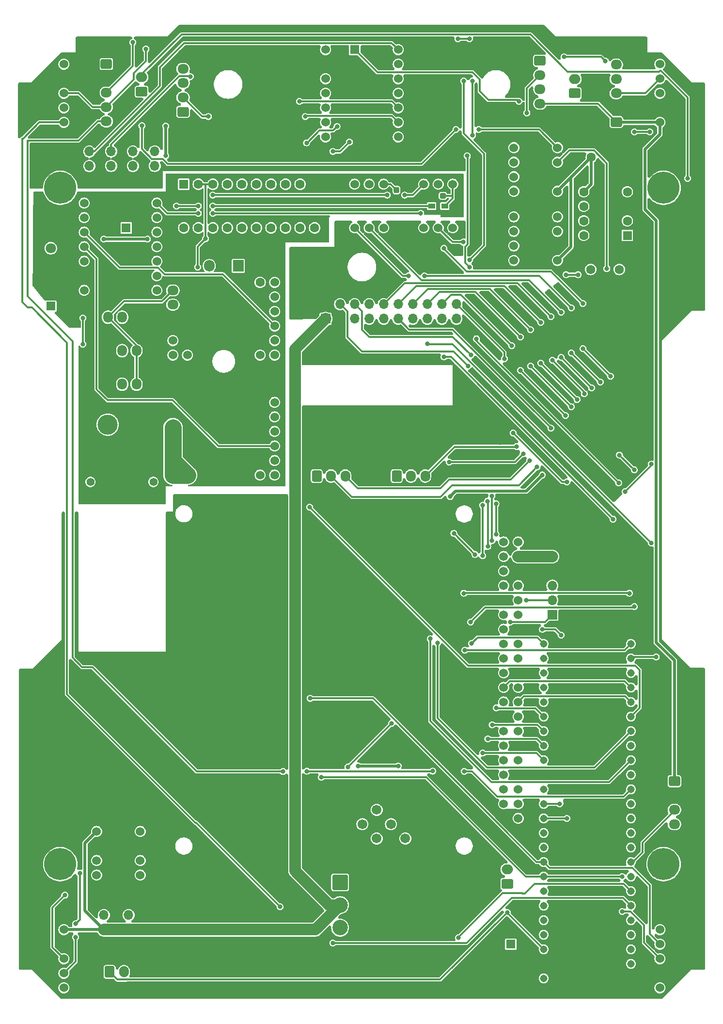
<source format=gbr>
%TF.GenerationSoftware,KiCad,Pcbnew,8.0.5*%
%TF.CreationDate,2024-10-07T02:08:42+09:00*%
%TF.ProjectId,_____,b5fcdcfa-7f2e-46b6-9963-61645f706362,rev?*%
%TF.SameCoordinates,Original*%
%TF.FileFunction,Copper,L2,Bot*%
%TF.FilePolarity,Positive*%
%FSLAX46Y46*%
G04 Gerber Fmt 4.6, Leading zero omitted, Abs format (unit mm)*
G04 Created by KiCad (PCBNEW 8.0.5) date 2024-10-07 02:08:42*
%MOMM*%
%LPD*%
G01*
G04 APERTURE LIST*
G04 Aperture macros list*
%AMRoundRect*
0 Rectangle with rounded corners*
0 $1 Rounding radius*
0 $2 $3 $4 $5 $6 $7 $8 $9 X,Y pos of 4 corners*
0 Add a 4 corners polygon primitive as box body*
4,1,4,$2,$3,$4,$5,$6,$7,$8,$9,$2,$3,0*
0 Add four circle primitives for the rounded corners*
1,1,$1+$1,$2,$3*
1,1,$1+$1,$4,$5*
1,1,$1+$1,$6,$7*
1,1,$1+$1,$8,$9*
0 Add four rect primitives between the rounded corners*
20,1,$1+$1,$2,$3,$4,$5,0*
20,1,$1+$1,$4,$5,$6,$7,0*
20,1,$1+$1,$6,$7,$8,$9,0*
20,1,$1+$1,$8,$9,$2,$3,0*%
G04 Aperture macros list end*
%TA.AperFunction,ComponentPad*%
%ADD10C,5.600000*%
%TD*%
%TA.AperFunction,ComponentPad*%
%ADD11RoundRect,0.250000X-0.725000X0.600000X-0.725000X-0.600000X0.725000X-0.600000X0.725000X0.600000X0*%
%TD*%
%TA.AperFunction,ComponentPad*%
%ADD12O,1.950000X1.700000*%
%TD*%
%TA.AperFunction,ComponentPad*%
%ADD13C,1.524000*%
%TD*%
%TA.AperFunction,ComponentPad*%
%ADD14R,1.600000X1.600000*%
%TD*%
%TA.AperFunction,ComponentPad*%
%ADD15C,1.600000*%
%TD*%
%TA.AperFunction,ComponentPad*%
%ADD16R,1.700000X1.700000*%
%TD*%
%TA.AperFunction,ComponentPad*%
%ADD17O,1.700000X1.700000*%
%TD*%
%TA.AperFunction,ComponentPad*%
%ADD18RoundRect,0.250000X0.750000X-0.600000X0.750000X0.600000X-0.750000X0.600000X-0.750000X-0.600000X0*%
%TD*%
%TA.AperFunction,ComponentPad*%
%ADD19O,2.000000X1.700000*%
%TD*%
%TA.AperFunction,ComponentPad*%
%ADD20R,1.800000X1.800000*%
%TD*%
%TA.AperFunction,ComponentPad*%
%ADD21C,1.800000*%
%TD*%
%TA.AperFunction,ComponentPad*%
%ADD22R,1.905000X2.000000*%
%TD*%
%TA.AperFunction,ComponentPad*%
%ADD23O,1.905000X2.000000*%
%TD*%
%TA.AperFunction,ComponentPad*%
%ADD24R,1.524000X1.524000*%
%TD*%
%TA.AperFunction,ComponentPad*%
%ADD25RoundRect,0.250000X-0.600000X-0.725000X0.600000X-0.725000X0.600000X0.725000X-0.600000X0.725000X0*%
%TD*%
%TA.AperFunction,ComponentPad*%
%ADD26O,1.700000X1.950000*%
%TD*%
%TA.AperFunction,ComponentPad*%
%ADD27RoundRect,0.250000X0.725000X-0.600000X0.725000X0.600000X-0.725000X0.600000X-0.725000X-0.600000X0*%
%TD*%
%TA.AperFunction,ComponentPad*%
%ADD28RoundRect,0.250000X-0.600000X-0.750000X0.600000X-0.750000X0.600000X0.750000X-0.600000X0.750000X0*%
%TD*%
%TA.AperFunction,ComponentPad*%
%ADD29O,1.700000X2.000000*%
%TD*%
%TA.AperFunction,ComponentPad*%
%ADD30C,1.701800*%
%TD*%
%TA.AperFunction,ComponentPad*%
%ADD31C,1.308000*%
%TD*%
%TA.AperFunction,ComponentPad*%
%ADD32C,1.400000*%
%TD*%
%TA.AperFunction,ComponentPad*%
%ADD33R,3.500000X3.500000*%
%TD*%
%TA.AperFunction,ComponentPad*%
%ADD34C,3.500000*%
%TD*%
%TA.AperFunction,SMDPad,CuDef*%
%ADD35R,1.200000X0.950000*%
%TD*%
%TA.AperFunction,SMDPad,CuDef*%
%ADD36RoundRect,0.237500X0.237500X-0.300000X0.237500X0.300000X-0.237500X0.300000X-0.237500X-0.300000X0*%
%TD*%
%TA.AperFunction,ComponentPad*%
%ADD37RoundRect,0.250001X-1.099999X1.099999X-1.099999X-1.099999X1.099999X-1.099999X1.099999X1.099999X0*%
%TD*%
%TA.AperFunction,ComponentPad*%
%ADD38C,2.700000*%
%TD*%
%TA.AperFunction,SMDPad,CuDef*%
%ADD39RoundRect,0.237500X0.300000X0.237500X-0.300000X0.237500X-0.300000X-0.237500X0.300000X-0.237500X0*%
%TD*%
%TA.AperFunction,ComponentPad*%
%ADD40RoundRect,0.250000X0.600000X0.725000X-0.600000X0.725000X-0.600000X-0.725000X0.600000X-0.725000X0*%
%TD*%
%TA.AperFunction,ViaPad*%
%ADD41C,0.800000*%
%TD*%
%TA.AperFunction,ViaPad*%
%ADD42C,0.500000*%
%TD*%
%TA.AperFunction,Conductor*%
%ADD43C,0.300000*%
%TD*%
%TA.AperFunction,Conductor*%
%ADD44C,3.000000*%
%TD*%
%TA.AperFunction,Conductor*%
%ADD45C,0.500000*%
%TD*%
%TA.AperFunction,Conductor*%
%ADD46C,2.000000*%
%TD*%
G04 APERTURE END LIST*
D10*
%TO.P,REF\u002A\u002A,1*%
%TO.N,N/C*%
X136525000Y-165100000D03*
%TD*%
D11*
%TO.P,J19,1,Pin_1*%
%TO.N,+5VA*%
X138430000Y-150615000D03*
D12*
%TO.P,J19,2,Pin_2*%
%TO.N,GND2*%
X138430000Y-153115000D03*
%TO.P,J19,3,Pin_3*%
%TO.N,/main/rx2_main*%
X138430000Y-155615000D03*
%TO.P,J19,4,Pin_4*%
%TO.N,/main/tx2_main*%
X138430000Y-158115000D03*
%TD*%
D13*
%TO.P,Pi1,1,3V3*%
%TO.N,unconnected-(Pi1-3V3-Pad1)_1*%
X108585000Y-108839000D03*
%TO.P,Pi1,2,5V*%
%TO.N,+5VD*%
X111125000Y-108839000D03*
%TO.P,Pi1,3,GPIO2/SDA1*%
%TO.N,unconnected-(Pi1-GPIO2{slash}SDA1-Pad3)*%
X108585000Y-111379000D03*
%TO.P,Pi1,4,5V*%
%TO.N,+5VD*%
X111125000Y-111379000D03*
%TO.P,Pi1,5,GPIO3/SCL1*%
%TO.N,unconnected-(Pi1-GPIO3{slash}SCL1-Pad5)*%
X108585000Y-113919000D03*
%TO.P,Pi1,6,GND*%
%TO.N,GND2*%
X111125000Y-113919000D03*
%TO.P,Pi1,7,GPIO4/GPIO_GCKL*%
%TO.N,unconnected-(Pi1-GPIO4{slash}GPIO_GCKL-Pad7)*%
X108585000Y-116459000D03*
%TO.P,Pi1,8,GPIO14/TXD0*%
%TO.N,unconnected-(Pi1-GPIO14{slash}TXD0-Pad8)*%
X111125000Y-116459000D03*
%TO.P,Pi1,9,GND*%
%TO.N,GND2*%
X108585000Y-118999000D03*
%TO.P,Pi1,10,GPIO15/RXD0*%
%TO.N,/main/LiDAR_TX*%
X111125000Y-118999000D03*
%TO.P,Pi1,11,GPIO17/GPIO_GEN0*%
%TO.N,unconnected-(Pi1-GPIO17{slash}GPIO_GEN0-Pad11)*%
X108585000Y-121539000D03*
%TO.P,Pi1,12,GPIO18/GPIO_GEN1*%
%TO.N,/main/LiDAR_PWM*%
X111125000Y-121539000D03*
%TO.P,Pi1,13,GPIO27/GPIO_GEN2*%
%TO.N,unconnected-(Pi1-GPIO27{slash}GPIO_GEN2-Pad13)*%
X108585000Y-124079000D03*
%TO.P,Pi1,14,GND*%
%TO.N,GND2*%
X111125000Y-124079000D03*
%TO.P,Pi1,15,GPIO22/GPIO_GEN3*%
%TO.N,unconnected-(Pi1-GPIO22{slash}GPIO_GEN3-Pad15)*%
X108585000Y-126619000D03*
%TO.P,Pi1,16,GPIO23/GPIO_GEN4*%
%TO.N,unconnected-(Pi1-GPIO23{slash}GPIO_GEN4-Pad16)*%
X111125000Y-126619000D03*
%TO.P,Pi1,17,3V3*%
%TO.N,unconnected-(Pi1-3V3-Pad1)*%
X108585000Y-129159000D03*
%TO.P,Pi1,18,GPIO24/GPIO_GEN5*%
%TO.N,unconnected-(Pi1-GPIO24{slash}GPIO_GEN5-Pad18)*%
X111125000Y-129159000D03*
%TO.P,Pi1,19,GPIO10/SPI_MOSI*%
%TO.N,unconnected-(Pi1-GPIO10{slash}SPI_MOSI-Pad19)*%
X108585000Y-131699000D03*
%TO.P,Pi1,20,GND*%
%TO.N,GND2*%
X111125000Y-131699000D03*
%TO.P,Pi1,21,GPIO9/SPI_MISO*%
%TO.N,/main/rx3_pi5*%
X108585000Y-134239000D03*
%TO.P,Pi1,22,GPIO25/GPIO_GEN6*%
%TO.N,unconnected-(Pi1-GPIO25{slash}GPIO_GEN6-Pad22)*%
X111125000Y-134239000D03*
%TO.P,Pi1,23,GPIO11/SPI_SCLK*%
%TO.N,unconnected-(Pi1-GPIO11{slash}SPI_SCLK-Pad23)*%
X108585000Y-136779000D03*
%TO.P,Pi1,24,GPIO8/~{SPI_CE0}*%
%TO.N,/main/rx7_main*%
X111125000Y-136779000D03*
%TO.P,Pi1,25,GND*%
%TO.N,GND2*%
X108585000Y-139319000D03*
%TO.P,Pi1,26,GPIO7/~{SPI_CE1}*%
%TO.N,unconnected-(Pi1-GPIO7{slash}~{SPI_CE1}-Pad26)*%
X111125000Y-139319000D03*
%TO.P,Pi1,27,ID_SD*%
%TO.N,unconnected-(Pi1-ID_SD-Pad27)*%
X108585000Y-141859000D03*
%TO.P,Pi1,28,ID_SC*%
%TO.N,unconnected-(Pi1-ID_SC-Pad28)*%
X111125000Y-141859000D03*
%TO.P,Pi1,29,GPIO5*%
%TO.N,unconnected-(Pi1-GPIO5-Pad29)*%
X108585000Y-144399000D03*
%TO.P,Pi1,30,GND*%
%TO.N,GND2*%
X111125000Y-144399000D03*
%TO.P,Pi1,31,GPIO6*%
%TO.N,unconnected-(Pi1-GPIO6-Pad31)*%
X108585000Y-146939000D03*
%TO.P,Pi1,32,GPIO12*%
%TO.N,unconnected-(Pi1-GPIO12-Pad32)*%
X111125000Y-146939000D03*
%TO.P,Pi1,33,GPIO13*%
%TO.N,unconnected-(Pi1-GPIO13-Pad33)*%
X108585000Y-149479000D03*
%TO.P,Pi1,34,GND*%
%TO.N,GND2*%
X111125000Y-149479000D03*
%TO.P,Pi1,35,GPIO19*%
%TO.N,unconnected-(Pi1-GPIO19-Pad35)*%
X108585000Y-152019000D03*
%TO.P,Pi1,36,GPIO16*%
%TO.N,unconnected-(Pi1-GPIO16-Pad36)*%
X111125000Y-152019000D03*
%TO.P,Pi1,37,GPIO26*%
%TO.N,unconnected-(Pi1-GPIO26-Pad37)*%
X108585000Y-154559000D03*
%TO.P,Pi1,38,GPIO20*%
%TO.N,unconnected-(Pi1-GPIO20-Pad38)*%
X111125000Y-154559000D03*
%TO.P,Pi1,39,GND*%
%TO.N,GND2*%
X108585000Y-157099000D03*
%TO.P,Pi1,40,GPIO21*%
%TO.N,unconnected-(Pi1-GPIO21-Pad40)*%
X111125000Y-157099000D03*
%TD*%
D11*
%TO.P,ToF6,1,VIN*%
%TO.N,+5VA*%
X39166800Y-25367600D03*
D12*
%TO.P,ToF6,2,GND*%
%TO.N,GND2*%
X39166800Y-27867600D03*
%TO.P,ToF6,3,SDA*%
%TO.N,/main/sda*%
X39166800Y-30367600D03*
%TO.P,ToF6,4,SCL*%
%TO.N,/main/scl*%
X39166800Y-32867600D03*
%TO.P,ToF6,5,XSHUT*%
%TO.N,/main/xshut8*%
X39166800Y-35367600D03*
%TD*%
D14*
%TO.P,C5,1*%
%TO.N,Net-(J4-Pin_2)*%
X50800000Y-88860000D03*
D15*
%TO.P,C5,2*%
%TO.N,GND*%
X50800000Y-86360000D03*
%TD*%
D16*
%TO.P,J11,1,Pin_1*%
%TO.N,GND2*%
X36195000Y-45720000D03*
D17*
%TO.P,J11,2,Pin_2*%
%TO.N,+5VA*%
X36195000Y-43180000D03*
%TO.P,J11,3,Pin_3*%
%TO.N,/main/PWM1*%
X36195000Y-40640000D03*
%TD*%
D13*
%TO.P,Gyro1,1,VIN*%
%TO.N,+5VA*%
X37465000Y-159385000D03*
%TO.P,Gyro1,2,GND*%
%TO.N,GND2*%
X37465000Y-161925000D03*
%TO.P,Gyro1,3,SDA*%
%TO.N,/main/sda*%
X37465000Y-164465000D03*
%TO.P,Gyro1,4,SCL*%
%TO.N,/main/scl*%
X37465000Y-167005000D03*
%TO.P,Gyro1,5,RESET*%
%TO.N,unconnected-(Gyro1-RESET-Pad5)*%
X45085000Y-167005000D03*
%TO.P,Gyro1,6,INT*%
%TO.N,unconnected-(Gyro1-INT-Pad6)*%
X45085000Y-164465000D03*
%TO.P,Gyro1,7,GND*%
%TO.N,GND2*%
X45085000Y-161925000D03*
%TO.P,Gyro1,8,VOUT*%
%TO.N,unconnected-(Gyro1-VOUT-Pad8)*%
X45085000Y-159385000D03*
%TD*%
D18*
%TO.P,SW1,1,1*%
%TO.N,+3.3V*%
X45339000Y-30186000D03*
D19*
%TO.P,SW1,2,2*%
%TO.N,/main/LimSW1*%
X45339000Y-27686000D03*
%TD*%
D16*
%TO.P,J14,1,Pin_1*%
%TO.N,GND2*%
X47625000Y-45705000D03*
D17*
%TO.P,J14,2,Pin_2*%
%TO.N,+5VA*%
X47625000Y-43165000D03*
%TO.P,J14,3,Pin_3*%
%TO.N,/main/PWM4*%
X47625000Y-40625000D03*
%TD*%
D13*
%TO.P,ToF4,1,VIN*%
%TO.N,+5VA*%
X135890000Y-186690000D03*
%TO.P,ToF4,2,GND*%
%TO.N,GND2*%
X135890000Y-184150000D03*
%TO.P,ToF4,3,SCL*%
%TO.N,/main/scl*%
X135890000Y-181610000D03*
%TO.P,ToF4,4,SDA*%
%TO.N,/main/sda*%
X135890000Y-179070000D03*
%TO.P,ToF4,5,XSHUT*%
%TO.N,/main/xshut6*%
X135890000Y-176530000D03*
%TD*%
D16*
%TO.P,J16,1,Pin_1*%
%TO.N,GND2*%
X38735000Y-179070000D03*
D17*
%TO.P,J16,2,Pin_2*%
%TO.N,+5VA*%
X38735000Y-176530000D03*
%TO.P,J16,3,Pin_3*%
%TO.N,/main/PWM6*%
X38735000Y-173990000D03*
%TD*%
D14*
%TO.P,C7,1*%
%TO.N,Net-(C7-Pad1)*%
X109855000Y-179070000D03*
D15*
%TO.P,C7,2*%
%TO.N,GND2*%
X109855000Y-176570000D03*
%TD*%
D20*
%TO.P,D1,1,K*%
%TO.N,GND*%
X29464000Y-60071000D03*
D21*
%TO.P,D1,2,A*%
%TO.N,Net-(D1-A)*%
X29464000Y-57531000D03*
%TD*%
D22*
%TO.P,LDO1,1,Vin*%
%TO.N,VDD*%
X62230000Y-60620000D03*
D23*
%TO.P,LDO1,2,GND*%
%TO.N,GND*%
X59690000Y-60620000D03*
%TO.P,LDO1,3,Vout*%
%TO.N,+5V*%
X57150000Y-60620000D03*
%TD*%
D14*
%TO.P,DCDC1,1,NC*%
%TO.N,unconnected-(DCDC1-NC-Pad1)*%
X130196600Y-55295800D03*
D15*
%TO.P,DCDC1,2,CAP+*%
%TO.N,Net-(DCDC1-CAP+)*%
X130196600Y-52755800D03*
%TO.P,DCDC1,3,GND*%
%TO.N,GND2*%
X130196600Y-50215800D03*
%TO.P,DCDC1,4,CAP-*%
%TO.N,Net-(DCDC1-CAP-)*%
X130196600Y-47675800D03*
%TO.P,DCDC1,5,VOUT*%
%TO.N,VEE*%
X122576600Y-47675800D03*
%TO.P,DCDC1,6,LV*%
%TO.N,unconnected-(DCDC1-LV-Pad6)*%
X122576600Y-50215800D03*
%TO.P,DCDC1,7,OSC*%
%TO.N,unconnected-(DCDC1-OSC-Pad7)*%
X122576600Y-52755800D03*
%TO.P,DCDC1,8,V+*%
%TO.N,+3.3V*%
X122576600Y-55295800D03*
%TD*%
D14*
%TO.P,C2,1*%
%TO.N,+5V*%
X42640000Y-53975000D03*
D15*
%TO.P,C2,2*%
%TO.N,GND*%
X40640000Y-53975000D03*
%TD*%
D13*
%TO.P,U1,1,PA02_A0_D0*%
%TO.N,Net-(U1-PA02_A0_D0)*%
X48006000Y-64897000D03*
%TO.P,U1,2,PA4_A1_D1*%
%TO.N,unconnected-(U1-PA4_A1_D1-Pad2)*%
X48006000Y-62357000D03*
%TO.P,U1,3,PA10_A2_D2*%
%TO.N,unconnected-(U1-PA10_A2_D2-Pad3)*%
X48006000Y-59817000D03*
%TO.P,U1,4,PA11_A3_D3*%
%TO.N,unconnected-(U1-PA11_A3_D3-Pad4)*%
X48006000Y-57277000D03*
%TO.P,U1,5,PA8_A4_D4_SDA*%
%TO.N,/RED LED*%
X48006000Y-54737000D03*
%TO.P,U1,6,PA9_A5_D5_SCL*%
%TO.N,unconnected-(U1-PA9_A5_D5_SCL-Pad6)*%
X48006000Y-52197000D03*
%TO.P,U1,7,PB08_A6_D6_TX*%
%TO.N,RX_Main_Power_Sub*%
X48006000Y-49657000D03*
%TO.P,U1,8,PB09_A7_D7_RX*%
%TO.N,unconnected-(U1-PB09_A7_D7_RX-Pad8)*%
X35306000Y-49657000D03*
%TO.P,U1,9,PA7_A8_D8_SCK*%
%TO.N,unconnected-(U1-PA7_A8_D8_SCK-Pad9)*%
X35306000Y-52197000D03*
%TO.P,U1,10,PA5_A9_D9_MISO*%
%TO.N,/DCDC RST1*%
X35306000Y-54737000D03*
%TO.P,U1,11,PA6_A10_D10_MOSI*%
%TO.N,/DCDC RST2*%
X35306000Y-57277000D03*
%TO.P,U1,12,3V3*%
%TO.N,unconnected-(U1-3V3-Pad12)*%
X35306000Y-59817000D03*
D24*
%TO.P,U1,13,GND*%
%TO.N,GND*%
X35306000Y-62357000D03*
D13*
%TO.P,U1,14,5V*%
%TO.N,+5V*%
X35306000Y-64897000D03*
%TD*%
D16*
%TO.P,J15,1,Pin_1*%
%TO.N,GND2*%
X43053000Y-179070000D03*
D17*
%TO.P,J15,2,Pin_2*%
%TO.N,+5VA*%
X43053000Y-176530000D03*
%TO.P,J15,3,Pin_3*%
%TO.N,/main/PWM5*%
X43053000Y-173990000D03*
%TD*%
D13*
%TO.P,ToF3,1,VIN*%
%TO.N,+5VA*%
X31750000Y-176530000D03*
%TO.P,ToF3,2,GND*%
%TO.N,GND2*%
X31750000Y-179070000D03*
%TO.P,ToF3,3,SCL*%
%TO.N,/main/scl*%
X31750000Y-181610000D03*
%TO.P,ToF3,4,SDA*%
%TO.N,/main/sda*%
X31750000Y-184150000D03*
%TO.P,ToF3,5,XSHUT*%
%TO.N,/main/xshut4*%
X31750000Y-186690000D03*
%TD*%
%TO.P,ToF2,1,VIN*%
%TO.N,+5VA*%
X135890000Y-35560000D03*
%TO.P,ToF2,2,GND*%
%TO.N,GND2*%
X135890000Y-33020000D03*
%TO.P,ToF2,3,SCL*%
%TO.N,/main/scl*%
X135890000Y-30480000D03*
%TO.P,ToF2,4,SDA*%
%TO.N,/main/sda*%
X135890000Y-27940000D03*
%TO.P,ToF2,5,XSHUT*%
%TO.N,/main/xshut5*%
X135890000Y-25400000D03*
%TD*%
%TO.P,LT1,1,Vin*%
%TO.N,VDD*%
X66040000Y-76200000D03*
%TO.P,LT1,2,Vin*%
X68580000Y-76200000D03*
%TO.P,LT1,3,Vin*%
X68580000Y-73660000D03*
%TO.P,LT1,4,EN/UV*%
%TO.N,/DCDC RST1*%
X68580000Y-71120000D03*
%TO.P,LT1,5,MODE*%
%TO.N,unconnected-(LT1-MODE-Pad5)*%
X68580000Y-68580000D03*
%TO.P,LT1,6,INTVCC*%
%TO.N,unconnected-(LT1-INTVCC-Pad6)*%
X68580000Y-66040000D03*
%TO.P,LT1,7,PG*%
%TO.N,unconnected-(LT1-PG-Pad7)*%
X68580000Y-63500000D03*
D24*
%TO.P,LT1,8,GND*%
%TO.N,GND*%
X68580000Y-60960000D03*
%TO.P,LT1,9,GND*%
X68580000Y-58420000D03*
%TO.P,LT1,10,GND*%
X66040000Y-58420000D03*
D13*
%TO.P,LT1,11,Vout*%
%TO.N,Net-(J2-Pin_2)*%
X53340000Y-76200000D03*
%TO.P,LT1,12,Vout*%
X50800000Y-76200000D03*
%TO.P,LT1,13,Vout*%
X50800000Y-73660000D03*
D24*
%TO.P,LT1,14,GND*%
%TO.N,GND*%
X50800000Y-60960000D03*
%TO.P,LT1,15,GND*%
X50800000Y-58420000D03*
%TO.P,LT1,16,GND*%
X53340000Y-58420000D03*
%TD*%
D25*
%TO.P,J4,1,Pin_1*%
%TO.N,GND*%
X39435400Y-75430000D03*
D26*
%TO.P,J4,2,Pin_2*%
%TO.N,Net-(J4-Pin_2)*%
X41935400Y-75430000D03*
%TO.P,J4,3,Pin_3*%
%TO.N,DATA*%
X44435400Y-75430000D03*
%TD*%
D27*
%TO.P,ToF5,1,VIN*%
%TO.N,+5VA*%
X128270000Y-35483800D03*
D12*
%TO.P,ToF5,2,GND*%
%TO.N,GND2*%
X128270000Y-32983800D03*
%TO.P,ToF5,3,SDA*%
%TO.N,/main/sda*%
X128270000Y-30483800D03*
%TO.P,ToF5,4,SCL*%
%TO.N,/main/scl*%
X128270000Y-27983800D03*
%TO.P,ToF5,5,XSHUT*%
%TO.N,/main/xshut7*%
X128270000Y-25483800D03*
%TD*%
D28*
%TO.P,SW3,1,1*%
%TO.N,+3.3V*%
X39751000Y-183896000D03*
D29*
%TO.P,SW3,2,2*%
%TO.N,/main/LimSW3*%
X42251000Y-183896000D03*
%TD*%
D18*
%TO.P,SW2,1,1*%
%TO.N,+3.3V*%
X121031000Y-30480000D03*
D19*
%TO.P,SW2,2,2*%
%TO.N,/main/LimSW2*%
X121031000Y-27980000D03*
%TD*%
D14*
%TO.P,C9,1*%
%TO.N,+5VA*%
X82590000Y-22860000D03*
D15*
%TO.P,C9,2*%
%TO.N,GND2*%
X85090000Y-22860000D03*
%TD*%
%TO.P,C1,1*%
%TO.N,VDD*%
X66040000Y-63500000D03*
%TO.P,C1,2*%
%TO.N,GND*%
X66040000Y-61000000D03*
%TD*%
D27*
%TO.P,J18,1,Pin_1*%
%TO.N,/main/xshut_sub*%
X52578000Y-33705800D03*
D12*
%TO.P,J18,2,Pin_2*%
%TO.N,/main/scl_sub*%
X52578000Y-31205800D03*
%TO.P,J18,3,Pin_3*%
%TO.N,/main/sda_sub*%
X52578000Y-28705800D03*
%TO.P,J18,4,Pin_4*%
%TO.N,+5VA*%
X52578000Y-26205800D03*
%TO.P,J18,5,Pin_5*%
%TO.N,GND2*%
X52578000Y-23705800D03*
%TD*%
D15*
%TO.P,C12,1*%
%TO.N,GND2*%
X128901200Y-41605200D03*
%TO.P,C12,2*%
%TO.N,VEE*%
X123901200Y-41605200D03*
%TD*%
D14*
%TO.P,C4,1*%
%TO.N,Net-(J2-Pin_2)*%
X29464000Y-67651000D03*
D15*
%TO.P,C4,2*%
%TO.N,GND*%
X29464000Y-65151000D03*
%TD*%
%TO.P,C11,1*%
%TO.N,Net-(DCDC1-CAP+)*%
X128799600Y-61239400D03*
%TO.P,C11,2*%
%TO.N,Net-(DCDC1-CAP-)*%
X123799600Y-61239400D03*
%TD*%
D16*
%TO.P,J10,1,Pin_1*%
%TO.N,+5VA*%
X77470000Y-69850000D03*
D17*
%TO.P,J10,2,Pin_2*%
%TO.N,GND2*%
X80010000Y-69850000D03*
%TO.P,J10,3,Pin_3*%
%TO.N,/main/sda*%
X82550000Y-69850000D03*
%TO.P,J10,4,Pin_4*%
%TO.N,/main/scl*%
X85090000Y-69850000D03*
%TO.P,J10,5,Pin_5*%
%TO.N,/main/sda1*%
X87630000Y-69850000D03*
%TO.P,J10,6,Pin_6*%
%TO.N,/main/scl1*%
X90170000Y-69850000D03*
%TO.P,J10,7,Pin_7*%
%TO.N,/main/xshut1*%
X92710000Y-69850000D03*
%TO.P,J10,8,Pin_8*%
%TO.N,/main/xshut2*%
X95250000Y-69850000D03*
%TO.P,J10,9,Pin_9*%
%TO.N,/main/Line1*%
X97790000Y-69850000D03*
%TO.P,J10,10,Pin_10*%
%TO.N,/main/Line2*%
X100330000Y-69850000D03*
%TO.P,J10,11,Pin_11*%
%TO.N,GND2*%
X77470000Y-67310000D03*
%TO.P,J10,12,Pin_12*%
%TO.N,/main/Line11*%
X80010000Y-67310000D03*
%TO.P,J10,13,Pin_13*%
%TO.N,/main/Line10*%
X82550000Y-67310000D03*
%TO.P,J10,14,Pin_14*%
%TO.N,/main/Line9*%
X85090000Y-67310000D03*
%TO.P,J10,15,Pin_15*%
%TO.N,/main/Line8*%
X87630000Y-67310000D03*
%TO.P,J10,16,Pin_16*%
%TO.N,/main/Line7*%
X90170000Y-67310000D03*
%TO.P,J10,17,Pin_17*%
%TO.N,/main/Line6*%
X92710000Y-67310000D03*
%TO.P,J10,18,Pin_18*%
%TO.N,/main/Line5*%
X95250000Y-67310000D03*
%TO.P,J10,19,Pin_19*%
%TO.N,/main/Line4*%
X97790000Y-67310000D03*
%TO.P,J10,20,Pin_20*%
%TO.N,/main/Line3*%
X100330000Y-67310000D03*
%TD*%
D16*
%TO.P,J6,1,Pin_1*%
%TO.N,/main/LiDAR_TX*%
X117094000Y-121539000D03*
D17*
%TO.P,J6,2,Pin_2*%
%TO.N,/main/LiDAR_PWM*%
X117094000Y-118999000D03*
%TO.P,J6,3,Pin_3*%
%TO.N,unconnected-(J6-Pin_3-Pad3)*%
X117094000Y-116459000D03*
%TO.P,J6,4,Pin_4*%
%TO.N,GND2*%
X117094000Y-113919000D03*
%TO.P,J6,5,Pin_5*%
%TO.N,+5VD*%
X117094000Y-111379000D03*
%TD*%
D13*
%TO.P,LT2,1,Vin*%
%TO.N,VDD*%
X66040000Y-97155000D03*
%TO.P,LT2,2,Vin*%
X68580000Y-97155000D03*
%TO.P,LT2,3,Vin*%
X68580000Y-94615000D03*
%TO.P,LT2,4,EN/UV*%
%TO.N,/DCDC RST2*%
X68580000Y-92075000D03*
%TO.P,LT2,5,MODE*%
%TO.N,unconnected-(LT2-MODE-Pad5)*%
X68580000Y-89535000D03*
%TO.P,LT2,6,INTVCC*%
%TO.N,unconnected-(LT2-INTVCC-Pad6)*%
X68580000Y-86995000D03*
%TO.P,LT2,7,PG*%
%TO.N,unconnected-(LT2-PG-Pad7)*%
X68580000Y-84455000D03*
D24*
%TO.P,LT2,8,GND*%
%TO.N,GND*%
X68580000Y-81915000D03*
%TO.P,LT2,9,GND*%
X68580000Y-79375000D03*
%TO.P,LT2,10,GND*%
X66040000Y-79375000D03*
D13*
%TO.P,LT2,11,Vout*%
%TO.N,Net-(J4-Pin_2)*%
X53340000Y-97155000D03*
%TO.P,LT2,12,Vout*%
X50800000Y-97155000D03*
%TO.P,LT2,13,Vout*%
X50800000Y-94615000D03*
D24*
%TO.P,LT2,14,GND*%
%TO.N,GND*%
X50800000Y-81915000D03*
%TO.P,LT2,15,GND*%
X50800000Y-79375000D03*
%TO.P,LT2,16,GND*%
X53340000Y-79375000D03*
%TD*%
D18*
%TO.P,SW4,1,1*%
%TO.N,+3.3V*%
X109220000Y-168529000D03*
D19*
%TO.P,SW4,2,2*%
%TO.N,/main/LimSW4*%
X109220000Y-166029000D03*
%TD*%
D10*
%TO.P,REF\u002A\u002A,1*%
%TO.N,N/C*%
X136525000Y-46990000D03*
%TD*%
D30*
%TO.P,FL1,1,1*%
%TO.N,Net-(J9-Pin_3)*%
X86400000Y-160615000D03*
%TO.P,FL1,2,2*%
%TO.N,+5VD*%
X86400000Y-155615000D03*
%TO.P,FL1,3,3*%
%TO.N,Net-(J9-Pin_1)*%
X91400000Y-160615000D03*
%TO.P,FL1,4,4*%
%TO.N,GND2*%
X91400000Y-155615000D03*
%TO.P,FL1,5*%
%TO.N,N/C*%
X83900000Y-158115000D03*
%TO.P,FL1,6*%
X88900000Y-158115000D03*
%TD*%
D13*
%TO.P,ToF1,1,VIN*%
%TO.N,+5VA*%
X31750000Y-25400000D03*
%TO.P,ToF1,2,GND*%
%TO.N,GND2*%
X31750000Y-27940000D03*
%TO.P,ToF1,3,SCL*%
%TO.N,/main/scl*%
X31750000Y-30480000D03*
%TO.P,ToF1,4,SDA*%
%TO.N,/main/sda*%
X31750000Y-33020000D03*
%TO.P,ToF1,5,XSHUT*%
%TO.N,/main/xshut3*%
X31750000Y-35560000D03*
%TD*%
%TO.P,U5,1,IN-*%
%TO.N,/main/LdCl_WHITE2*%
X110363000Y-52044600D03*
%TO.P,U5,2,RG*%
%TO.N,Net-(R9-Pad1)*%
X110363000Y-54584600D03*
%TO.P,U5,3,RG*%
%TO.N,Net-(R9-Pad2)*%
X110363000Y-57124600D03*
%TO.P,U5,4,IN+*%
%TO.N,/main/LdCl_GREEN2*%
X110363000Y-59664600D03*
%TO.P,U5,5,VS-*%
%TO.N,VEE*%
X117983000Y-59664600D03*
%TO.P,U5,6,REF*%
%TO.N,GND2*%
X117983000Y-57124600D03*
%TO.P,U5,7,VOUT*%
%TO.N,/main/loadcell2*%
X117983000Y-54584600D03*
%TO.P,U5,8,VS+*%
%TO.N,+3.3V*%
X117983000Y-52044600D03*
%TD*%
D31*
%TO.P,U2,0,RX1*%
%TO.N,/main/rx_dxl*%
X130810000Y-182499000D03*
%TO.P,U2,1,TX1*%
%TO.N,/main/tx_dxl*%
X130810000Y-179959000D03*
%TO.P,U2,2,OUT2*%
%TO.N,/main/tx_en*%
X130810000Y-177419000D03*
%TO.P,U2,3,LRCLK2*%
%TO.N,/main/xshut6*%
X130810000Y-174879000D03*
%TO.P,U2,3.3V_1,3.3V*%
%TO.N,unconnected-(U2-3.3V-Pad3.3V_1)*%
X130810000Y-149479000D03*
%TO.P,U2,3.3V_2,3.3V*%
%TO.N,+3.3V*%
X115570000Y-179959000D03*
%TO.P,U2,4,BCLK2*%
%TO.N,/main/xshut3*%
X130810000Y-172339000D03*
%TO.P,U2,5,IN2*%
%TO.N,/main/xshut4*%
X130810000Y-169799000D03*
%TO.P,U2,6,OUT1D*%
%TO.N,/main/xshut1*%
X130810000Y-167259000D03*
%TO.P,U2,7,RX2*%
%TO.N,/main/rx2_main*%
X130810000Y-164719000D03*
%TO.P,U2,8,TX2*%
%TO.N,/main/tx2_main*%
X130810000Y-162179000D03*
%TO.P,U2,9,OUT1C*%
%TO.N,/main/xshut2*%
X130810000Y-159639000D03*
%TO.P,U2,10,CS1*%
%TO.N,/main/xshut5*%
X130810000Y-157099000D03*
%TO.P,U2,11,MOSI*%
%TO.N,/main/xshut7*%
X130810000Y-154559000D03*
%TO.P,U2,12,MISO*%
%TO.N,/main/xshut8*%
X130810000Y-152019000D03*
%TO.P,U2,13,SCK*%
%TO.N,unconnected-(U2-SCK-Pad13)*%
X115570000Y-152019000D03*
%TO.P,U2,14,A0*%
%TO.N,/main/Line3*%
X115570000Y-154559000D03*
%TO.P,U2,15,A1*%
%TO.N,/main/Line4*%
X115570000Y-157099000D03*
%TO.P,U2,16,A2*%
%TO.N,/main/scl1*%
X115570000Y-159639000D03*
%TO.P,U2,17,A3*%
%TO.N,/main/sda1*%
X115570000Y-162179000D03*
%TO.P,U2,18,A4*%
%TO.N,/main/sda*%
X115570000Y-164719000D03*
%TO.P,U2,19,A5*%
%TO.N,/main/scl*%
X115570000Y-167259000D03*
%TO.P,U2,20,A6*%
%TO.N,/main/Line5*%
X115570000Y-169799000D03*
%TO.P,U2,21,A7*%
%TO.N,/main/Line6*%
X115570000Y-172339000D03*
%TO.P,U2,22,A8*%
%TO.N,/main/Line7*%
X115570000Y-174879000D03*
%TO.P,U2,23,A9*%
%TO.N,/main/Line8*%
X115570000Y-177419000D03*
%TO.P,U2,24,A10*%
%TO.N,/main/loadcell1*%
X130810000Y-146939000D03*
%TO.P,U2,25,A11*%
%TO.N,/main/rx_main_power*%
X130810000Y-144399000D03*
%TO.P,U2,26,A12*%
%TO.N,/main/loadcell2*%
X130810000Y-141859000D03*
%TO.P,U2,27,A13*%
%TO.N,/main/Line9*%
X130810000Y-139319000D03*
%TO.P,U2,28,RX7*%
%TO.N,/main/rx7_main*%
X130810000Y-136779000D03*
%TO.P,U2,29,TX7*%
%TO.N,/main/rx3_pi5*%
X130810000Y-134239000D03*
%TO.P,U2,30,CRX3*%
%TO.N,/main/LimSW1*%
X130810000Y-131699000D03*
%TO.P,U2,31,CTX3*%
%TO.N,/main/LimSW2*%
X130810000Y-129159000D03*
%TO.P,U2,32,OUT1B*%
%TO.N,/main/LimSW3*%
X130810000Y-126619000D03*
%TO.P,U2,33,MCLK2*%
%TO.N,/main/LimSW4*%
X115570000Y-126619000D03*
%TO.P,U2,34,RX8*%
%TO.N,/main/rx8_main*%
X115570000Y-129159000D03*
%TO.P,U2,35,TX8*%
%TO.N,/main/rx_sub*%
X115570000Y-131699000D03*
%TO.P,U2,36,CS2*%
%TO.N,unconnected-(U2-CS2-Pad36)*%
X115570000Y-134239000D03*
%TO.P,U2,37,CS3*%
%TO.N,unconnected-(U2-CS3-Pad37)*%
X115570000Y-136779000D03*
%TO.P,U2,38,A14*%
%TO.N,/main/Line10*%
X115570000Y-139319000D03*
%TO.P,U2,39,A15*%
%TO.N,/main/Line11*%
X115570000Y-141859000D03*
%TO.P,U2,40,A16*%
%TO.N,/main/Line2*%
X115570000Y-144399000D03*
%TO.P,U2,41,A17*%
%TO.N,/main/Line1*%
X115570000Y-146939000D03*
%TO.P,U2,GND1,GND*%
%TO.N,GND2*%
X130810000Y-185039000D03*
%TO.P,U2,GND2,GND*%
X115570000Y-149479000D03*
%TO.P,U2,GND3,GND*%
X115570000Y-182499000D03*
%TO.P,U2,VIN,VIN*%
%TO.N,Net-(C7-Pad1)*%
X115570000Y-185039000D03*
%TD*%
D10*
%TO.P,REF\u002A\u002A,1*%
%TO.N,N/C*%
X31115000Y-165100000D03*
%TD*%
D16*
%TO.P,J12,1,Pin_1*%
%TO.N,GND2*%
X40005000Y-45705000D03*
D17*
%TO.P,J12,2,Pin_2*%
%TO.N,+5VA*%
X40005000Y-43165000D03*
%TO.P,J12,3,Pin_3*%
%TO.N,/main/PWM2*%
X40005000Y-40625000D03*
%TD*%
D16*
%TO.P,J13,1,Pin_1*%
%TO.N,GND2*%
X43815000Y-45720000D03*
D17*
%TO.P,J13,2,Pin_2*%
%TO.N,+5VA*%
X43815000Y-43180000D03*
%TO.P,J13,3,Pin_3*%
%TO.N,/main/PWM3*%
X43815000Y-40640000D03*
%TD*%
D25*
%TO.P,J5,1,Pin_1*%
%TO.N,GND*%
X39435400Y-81280000D03*
D26*
%TO.P,J5,2,Pin_2*%
%TO.N,Net-(J4-Pin_2)*%
X41935400Y-81280000D03*
%TO.P,J5,3,Pin_3*%
%TO.N,DATA*%
X44435400Y-81280000D03*
%TD*%
D10*
%TO.P,REF\u002A\u002A,1*%
%TO.N,N/C*%
X31115000Y-46990000D03*
%TD*%
D13*
%TO.P,U4,1,IN-*%
%TO.N,/main/LdCl_WHITE1*%
X110363000Y-39979600D03*
%TO.P,U4,2,RG*%
%TO.N,Net-(R8-Pad1)*%
X110363000Y-42519600D03*
%TO.P,U4,3,RG*%
%TO.N,Net-(R8-Pad2)*%
X110363000Y-45059600D03*
%TO.P,U4,4,IN+*%
%TO.N,/main/LdCl_GREEN1*%
X110363000Y-47599600D03*
%TO.P,U4,5,VS-*%
%TO.N,VEE*%
X117983000Y-47599600D03*
%TO.P,U4,6,REF*%
%TO.N,GND2*%
X117983000Y-45059600D03*
%TO.P,U4,7,VOUT*%
%TO.N,/main/loadcell1*%
X117983000Y-42519600D03*
%TO.P,U4,8,VS+*%
%TO.N,+3.3V*%
X117983000Y-39979600D03*
%TD*%
D11*
%TO.P,J17,1,Pin_1*%
%TO.N,unconnected-(J17-Pin_1-Pad1)*%
X114935000Y-24783400D03*
D12*
%TO.P,J17,2,Pin_2*%
%TO.N,/main/scl_sub*%
X114935000Y-27283400D03*
%TO.P,J17,3,Pin_3*%
%TO.N,/main/sda_sub*%
X114935000Y-29783400D03*
%TO.P,J17,4,Pin_4*%
%TO.N,+5VA*%
X114935000Y-32283400D03*
%TO.P,J17,5,Pin_5*%
%TO.N,GND2*%
X114935000Y-34783400D03*
%TD*%
D25*
%TO.P,J21,1,Pin_1*%
%TO.N,+3.3V*%
X89890600Y-97310000D03*
D26*
%TO.P,J21,2,Pin_2*%
%TO.N,/main/LdCl_WHITE2*%
X92390600Y-97310000D03*
%TO.P,J21,3,Pin_3*%
%TO.N,/main/LdCl_GREEN2*%
X94890600Y-97310000D03*
%TO.P,J21,4,Pin_4*%
%TO.N,GND2*%
X97390600Y-97310000D03*
%TD*%
D32*
%TO.P,J1,*%
%TO.N,*%
X36396400Y-98348800D03*
X47396400Y-98348800D03*
D33*
%TO.P,J1,1,Pin_1*%
%TO.N,GND*%
X44396400Y-88348800D03*
D34*
%TO.P,J1,2,Pin_2*%
%TO.N,VDD*%
X39396400Y-88348800D03*
%TD*%
D13*
%TO.P,U3,1,PA02_A0_D0*%
%TO.N,/main/PWM1*%
X90170000Y-22860000D03*
%TO.P,U3,2,PA4_A1_D1*%
%TO.N,/main/PWM2*%
X90170000Y-25400000D03*
%TO.P,U3,3,PA10_A2_D2*%
%TO.N,/main/PWM3*%
X90170000Y-27940000D03*
%TO.P,U3,4,PA11_A3_D3*%
%TO.N,/main/PWM4*%
X90170000Y-30480000D03*
%TO.P,U3,5,PA8_A4_D4_SDA*%
%TO.N,/main/sda_sub*%
X90170000Y-33020000D03*
%TO.P,U3,6,PA9_A5_D5_SCL*%
%TO.N,/main/scl_sub*%
X90170000Y-35560000D03*
%TO.P,U3,7,PB08_A6_D6_TX*%
%TO.N,/main/rx8_main*%
X90170000Y-38100000D03*
%TO.P,U3,8,PB09_A7_D7_RX*%
%TO.N,/main/rx_sub*%
X77470000Y-38100000D03*
%TO.P,U3,9,PA7_A8_D8_SCK*%
%TO.N,/main/PWM5*%
X77470000Y-35560000D03*
%TO.P,U3,10,PA5_A9_D9_MISO*%
%TO.N,/main/PWM6*%
X77470000Y-33020000D03*
%TO.P,U3,11,PA6_A10_D10_MOSI*%
%TO.N,/main/xshut_sub*%
X77470000Y-30480000D03*
%TO.P,U3,12,3V3*%
%TO.N,unconnected-(U3-3V3-Pad12)*%
X77470000Y-27940000D03*
D24*
%TO.P,U3,13,GND*%
%TO.N,GND2*%
X77470000Y-25400000D03*
D13*
%TO.P,U3,14,5V*%
%TO.N,+5VA*%
X77470000Y-22860000D03*
%TD*%
%TO.P,U8,1,VDD1*%
%TO.N,Net-(U8-VDD1)*%
X99695000Y-53975000D03*
%TO.P,U8,2,VOA*%
%TO.N,/main/rx_main_power*%
X97155000Y-53975000D03*
%TO.P,U8,3,VIB*%
%TO.N,/main/tx_en*%
X94615000Y-53975000D03*
%TO.P,U8,4,GND1*%
%TO.N,GND2*%
X92075000Y-53975000D03*
%TO.P,U8,5,GND2*%
%TO.N,GND*%
X92075000Y-46355000D03*
%TO.P,U8,6,VOB*%
%TO.N,Net-(U10-\u002A1OE)*%
X94615000Y-46355000D03*
%TO.P,U8,7,VIA*%
%TO.N,RX_Main_Power_Sub*%
X97155000Y-46355000D03*
%TO.P,U8,8,VDD2*%
%TO.N,Net-(U8-VDD2)*%
X99695000Y-46355000D03*
%TD*%
D14*
%TO.P,U10,1,\u002A1OE*%
%TO.N,Net-(U10-\u002A1OE)*%
X52705000Y-46355000D03*
D15*
%TO.P,U10,2,1A1*%
%TO.N,DATA*%
X55245000Y-46355000D03*
%TO.P,U10,3,2Y4*%
X57785000Y-46355000D03*
%TO.P,U10,4,1A2*%
%TO.N,unconnected-(U10-1A2-Pad4)*%
X60325000Y-46355000D03*
%TO.P,U10,5,2Y3*%
%TO.N,unconnected-(U10-2Y3-Pad5)*%
X62865000Y-46355000D03*
%TO.P,U10,6,1A3*%
%TO.N,unconnected-(U10-1A3-Pad6)*%
X65405000Y-46355000D03*
%TO.P,U10,7,2Y2*%
%TO.N,unconnected-(U10-2Y2-Pad7)*%
X67945000Y-46355000D03*
%TO.P,U10,8,1A4*%
%TO.N,unconnected-(U10-1A4-Pad8)*%
X70485000Y-46355000D03*
%TO.P,U10,9,2Y1*%
%TO.N,unconnected-(U10-2Y1-Pad9)*%
X73025000Y-46355000D03*
%TO.P,U10,10,GND*%
%TO.N,GND*%
X75565000Y-46355000D03*
%TO.P,U10,11,2A1*%
%TO.N,unconnected-(U10-2A1-Pad11)*%
X75565000Y-53975000D03*
%TO.P,U10,12,1Y4*%
%TO.N,unconnected-(U10-1Y4-Pad12)*%
X73025000Y-53975000D03*
%TO.P,U10,13,2A2*%
%TO.N,unconnected-(U10-2A2-Pad13)*%
X70485000Y-53975000D03*
%TO.P,U10,14,1Y3*%
%TO.N,unconnected-(U10-1Y3-Pad14)*%
X67945000Y-53975000D03*
%TO.P,U10,15,2A3*%
%TO.N,unconnected-(U10-2A3-Pad15)*%
X65405000Y-53975000D03*
%TO.P,U10,16,1Y2*%
%TO.N,unconnected-(U10-1Y2-Pad16)*%
X62865000Y-53975000D03*
%TO.P,U10,17,2A4*%
%TO.N,Net-(U10-2A4)*%
X60325000Y-53975000D03*
%TO.P,U10,18,1Y1*%
%TO.N,Net-(U10-1Y1)*%
X57785000Y-53975000D03*
%TO.P,U10,19,2OE*%
%TO.N,Net-(U10-\u002A1OE)*%
X55245000Y-53975000D03*
%TO.P,U10,20,VCC*%
%TO.N,+5V*%
X52705000Y-53975000D03*
%TD*%
D35*
%TO.P,FB2,1*%
%TO.N,+5V*%
X96005000Y-50165000D03*
%TO.P,FB2,2*%
%TO.N,Net-(U8-VDD2)*%
X98305000Y-50165000D03*
%TD*%
D13*
%TO.P,U9,1,VDD1*%
%TO.N,Net-(U8-VDD1)*%
X87630000Y-53975000D03*
%TO.P,U9,2,VOA*%
%TO.N,/main/rx_dxl*%
X85090000Y-53975000D03*
%TO.P,U9,3,VIB*%
%TO.N,/main/tx_dxl*%
X82550000Y-53975000D03*
%TO.P,U9,4,GND1*%
%TO.N,GND2*%
X80010000Y-53975000D03*
%TO.P,U9,5,GND2*%
%TO.N,GND*%
X80010000Y-46355000D03*
%TO.P,U9,6,VOB*%
%TO.N,Net-(U10-2A4)*%
X82550000Y-46355000D03*
%TO.P,U9,7,VIA*%
%TO.N,Net-(U10-1Y1)*%
X85090000Y-46355000D03*
%TO.P,U9,8,VDD2*%
%TO.N,Net-(U8-VDD2)*%
X87630000Y-46355000D03*
%TD*%
D25*
%TO.P,J20,1,Pin_1*%
%TO.N,+3.3V*%
X75920600Y-97310000D03*
D26*
%TO.P,J20,2,Pin_2*%
%TO.N,/main/LdCl_WHITE1*%
X78420600Y-97310000D03*
%TO.P,J20,3,Pin_3*%
%TO.N,/main/LdCl_GREEN1*%
X80920600Y-97310000D03*
%TO.P,J20,4,Pin_4*%
%TO.N,GND2*%
X83420600Y-97310000D03*
%TD*%
D27*
%TO.P,J2,1,Pin_1*%
%TO.N,GND*%
X50800000Y-69897000D03*
D12*
%TO.P,J2,2,Pin_2*%
%TO.N,Net-(J2-Pin_2)*%
X50800000Y-67397000D03*
%TO.P,J2,3,Pin_3*%
%TO.N,DATA*%
X50800000Y-64897000D03*
%TD*%
D36*
%TO.P,C16,1*%
%TO.N,GND*%
X89865200Y-49096000D03*
%TO.P,C16,2*%
%TO.N,Net-(U8-VDD2)*%
X89865200Y-47371000D03*
%TD*%
D37*
%TO.P,J9,1,Pin_1*%
%TO.N,Net-(J9-Pin_1)*%
X80010000Y-168275000D03*
D38*
%TO.P,J9,2,Pin_2*%
%TO.N,+5VA*%
X80010000Y-172235000D03*
%TO.P,J9,3,Pin_3*%
%TO.N,Net-(J9-Pin_3)*%
X80010000Y-176195000D03*
%TD*%
D39*
%TO.P,C14,1*%
%TO.N,Net-(U8-VDD2)*%
X97991000Y-48387000D03*
%TO.P,C14,2*%
%TO.N,GND*%
X96266000Y-48387000D03*
%TD*%
D40*
%TO.P,J3,1,Pin_1*%
%TO.N,GND*%
X44450000Y-69580000D03*
D26*
%TO.P,J3,2,Pin_2*%
%TO.N,Net-(J2-Pin_2)*%
X41950000Y-69580000D03*
%TO.P,J3,3,Pin_3*%
%TO.N,DATA*%
X39450000Y-69580000D03*
%TD*%
D41*
%TO.N,GND*%
X63246000Y-49149000D03*
X34925000Y-90170000D03*
X63500000Y-58420000D03*
X89916000Y-45847000D03*
X62230000Y-94615000D03*
X27305000Y-53340000D03*
X36195000Y-81280000D03*
X56515000Y-74930000D03*
X43815000Y-98425000D03*
X39370000Y-98425000D03*
X56515000Y-79375000D03*
X45720000Y-54610000D03*
X98425000Y-47244000D03*
X31750000Y-57785000D03*
X59690000Y-64135000D03*
X86614000Y-49149000D03*
X56515000Y-97790000D03*
X48260000Y-89535000D03*
X60198000Y-49149000D03*
X45720000Y-80010000D03*
X39370000Y-78105000D03*
X31750000Y-53340000D03*
X76708000Y-52451000D03*
X40640000Y-57785000D03*
X33020000Y-67310000D03*
X31750000Y-62865000D03*
X47625000Y-101600000D03*
X66294000Y-49149000D03*
X45720000Y-52070000D03*
X63500000Y-71120000D03*
X101092000Y-45085000D03*
X47625000Y-94615000D03*
X48895000Y-55880000D03*
X50292000Y-45593000D03*
X36195000Y-75565000D03*
X56515000Y-64135000D03*
X37465000Y-53340000D03*
X34925000Y-85725000D03*
X41910000Y-86360000D03*
X37465000Y-48895000D03*
X76708000Y-49149000D03*
X69596000Y-49149000D03*
X42545000Y-62865000D03*
X56515000Y-67310000D03*
X66294000Y-52451000D03*
X63246000Y-52451000D03*
X73152000Y-52451000D03*
X52070000Y-56261000D03*
X36830000Y-83820000D03*
X43815000Y-101600000D03*
X52705000Y-83820000D03*
X37084000Y-57785000D03*
X38735000Y-64770000D03*
X98298000Y-51435000D03*
X47625000Y-74295000D03*
X34925000Y-101600000D03*
X60960000Y-88900000D03*
X56515000Y-71120000D03*
X27305000Y-57785000D03*
X39370000Y-101600000D03*
X59690000Y-71120000D03*
X45720000Y-48895000D03*
X56515000Y-88265000D03*
X69596000Y-52451000D03*
X80264000Y-49149000D03*
X36195000Y-70485000D03*
X39370000Y-67310000D03*
X39370000Y-94615000D03*
X27305000Y-48895000D03*
X63500000Y-67310000D03*
X60960000Y-83820000D03*
X62230000Y-97790000D03*
X73152000Y-49149000D03*
X43815000Y-57150000D03*
X56515000Y-83820000D03*
X48260000Y-82550000D03*
X43180000Y-66040000D03*
X61595000Y-74930000D03*
X43815000Y-94615000D03*
X34925000Y-94615000D03*
X43815000Y-59690000D03*
X58166000Y-52451000D03*
X56515000Y-94615000D03*
X41275000Y-48895000D03*
X27305000Y-62865000D03*
X60960000Y-79375000D03*
X101092000Y-51435000D03*
X53975000Y-89535000D03*
X59690000Y-67310000D03*
X56515000Y-58420000D03*
X77978000Y-46609000D03*
X93472000Y-49149000D03*
%TO.N,+5V*%
X55245000Y-50165000D03*
X57785000Y-50165000D03*
X51435000Y-50165000D03*
%TO.N,/RED LED*%
X46355000Y-55949000D03*
X38735000Y-55949000D03*
%TO.N,GND2*%
X28498800Y-33248600D03*
X90170000Y-145415000D03*
D42*
X116078000Y-155829000D03*
D41*
X131445000Y-94615000D03*
X125730000Y-68580000D03*
X127635000Y-103505000D03*
X36830000Y-169545000D03*
X31115000Y-152400000D03*
D42*
X112623600Y-103098600D03*
D41*
X135940800Y-133019800D03*
D42*
X122936000Y-31419800D03*
D41*
X89662000Y-53721000D03*
X37744400Y-34213800D03*
X82550000Y-139065000D03*
D42*
X104749600Y-78155800D03*
X93370400Y-53213000D03*
X115824000Y-158369000D03*
X106324400Y-85064600D03*
X120802400Y-86791800D03*
D41*
X74295000Y-152400000D03*
X45720000Y-179705000D03*
D42*
X75641200Y-43662600D03*
D41*
X95885000Y-166370000D03*
X27330400Y-46151800D03*
X41910000Y-39446200D03*
X90805000Y-104140000D03*
X113030000Y-45085000D03*
D42*
X131470400Y-82626200D03*
X129743200Y-82575400D03*
X116840000Y-131826000D03*
X117475000Y-171704000D03*
D41*
X78740000Y-147320000D03*
X112395000Y-57150000D03*
X135890000Y-146685000D03*
D42*
X37795200Y-36449000D03*
X135001000Y-185420000D03*
X87630000Y-187960000D03*
D41*
X69215000Y-115570000D03*
D42*
X108864400Y-74599800D03*
D41*
X140970000Y-156210000D03*
X113030000Y-142240000D03*
X105410000Y-153670000D03*
D42*
X100939600Y-71907400D03*
X142748000Y-67691000D03*
D41*
X49530000Y-27940000D03*
X108458000Y-60325000D03*
X104140000Y-41910000D03*
D42*
X100330000Y-34163000D03*
D41*
X78841600Y-72771000D03*
X140970000Y-172085000D03*
D42*
X136525000Y-177800000D03*
D41*
X103505000Y-180975000D03*
D42*
X128651000Y-176276000D03*
D41*
X75336400Y-88519000D03*
X104394000Y-60325000D03*
X95250000Y-144145000D03*
X129413000Y-150876000D03*
X128905000Y-184785000D03*
X137795000Y-161290000D03*
X113030000Y-161290000D03*
X60325000Y-36195000D03*
X90170000Y-130810000D03*
D42*
X93878400Y-72364600D03*
D41*
X101600000Y-140970000D03*
X34925000Y-184785000D03*
D42*
X134264400Y-71145400D03*
X125730000Y-79527400D03*
D41*
X40640000Y-159385000D03*
X82550000Y-116840000D03*
X41910000Y-41783000D03*
D42*
X77368400Y-95173800D03*
X106527600Y-93853000D03*
D41*
X25400000Y-174625000D03*
X98425000Y-169545000D03*
X38100000Y-128905000D03*
D42*
X127635000Y-60325000D03*
X113538000Y-31115000D03*
X110998000Y-95631000D03*
X130048000Y-173990000D03*
D41*
X29413200Y-36347400D03*
X132715000Y-165100000D03*
D42*
X116890800Y-152019000D03*
X91389200Y-95783400D03*
D41*
X101600000Y-186055000D03*
X78740000Y-181610000D03*
X114935000Y-40640000D03*
X55245000Y-115570000D03*
D42*
X112115600Y-94564200D03*
X117348000Y-169418000D03*
D41*
X95885000Y-155575000D03*
X80721200Y-56616600D03*
X96266000Y-34417000D03*
X64211200Y-41732200D03*
D42*
X106324400Y-79578200D03*
X91287600Y-63017400D03*
D41*
X89535000Y-169545000D03*
X142544800Y-29845000D03*
X96520000Y-177165000D03*
X37795200Y-31623000D03*
D42*
X91186000Y-34163000D03*
D41*
X39370000Y-165100000D03*
D42*
X54305200Y-43611800D03*
X110591600Y-73583800D03*
D41*
X85496400Y-64389000D03*
D42*
X108000800Y-86334600D03*
D41*
X91338400Y-76377800D03*
D42*
X48260000Y-187960000D03*
D41*
X104775000Y-158115000D03*
D42*
X123698000Y-80391000D03*
D41*
X106680000Y-147320000D03*
D42*
X116840000Y-134366000D03*
D41*
X97155000Y-184150000D03*
X98298000Y-41021000D03*
X135890000Y-41783000D03*
X69215000Y-160020000D03*
D42*
X40792400Y-35483800D03*
D41*
X46355000Y-151765000D03*
D42*
X115112800Y-69011800D03*
X121920000Y-63500000D03*
X116840000Y-82880200D03*
D41*
X54610000Y-34925000D03*
D42*
X134620000Y-31673800D03*
X78892400Y-98983800D03*
D41*
X119888000Y-91821000D03*
D42*
X104089200Y-95783400D03*
D41*
X50800000Y-29845000D03*
D42*
X107442000Y-34163000D03*
X119380000Y-80492600D03*
X96520000Y-72364600D03*
X118872000Y-67487800D03*
D41*
X62230000Y-142875000D03*
X55880000Y-147320000D03*
X96266000Y-36957000D03*
X38100000Y-155575000D03*
D42*
X120269000Y-166497000D03*
D41*
X103505000Y-55880000D03*
X89306400Y-88519000D03*
X123190000Y-180340000D03*
X50800000Y-156210000D03*
X25400000Y-179705000D03*
X71120000Y-172085000D03*
D42*
X69850000Y-187960000D03*
D41*
X98425000Y-128905000D03*
D42*
X91186000Y-36957000D03*
X130302000Y-36398200D03*
D41*
X96520000Y-104140000D03*
D42*
X94132400Y-43561000D03*
D41*
X140970000Y-132715000D03*
X87630000Y-179705000D03*
X47625000Y-159385000D03*
D42*
X118745000Y-155575000D03*
X116713000Y-140716000D03*
X101854000Y-70027800D03*
D41*
X107950000Y-46355000D03*
X53340000Y-172085000D03*
D42*
X137058400Y-26339800D03*
X114503200Y-99339400D03*
X118059200Y-81813400D03*
D41*
X107315000Y-160655000D03*
X90170000Y-136525000D03*
D42*
X122428000Y-81305400D03*
D41*
X137414000Y-60325000D03*
D42*
X114401600Y-96748600D03*
D41*
X92710000Y-140970000D03*
D42*
X106019600Y-47421800D03*
D41*
X118110000Y-180340000D03*
D42*
X108458000Y-64998600D03*
X95250000Y-95681800D03*
D41*
X93218000Y-56007000D03*
X111760000Y-163830000D03*
D42*
X126619000Y-174371000D03*
D41*
X46990000Y-128905000D03*
X65405000Y-102235000D03*
D42*
X132588000Y-159893000D03*
X117094000Y-123317000D03*
X122021600Y-41579800D03*
X131445000Y-68580000D03*
X133985000Y-161290000D03*
D41*
X29210000Y-184785000D03*
D42*
X100787200Y-55397400D03*
X125171200Y-42849800D03*
D41*
X102235000Y-173990000D03*
D42*
X44145200Y-36398200D03*
X120015000Y-171704000D03*
X104444800Y-75361800D03*
X111760000Y-30861000D03*
D41*
X55245000Y-129540000D03*
D42*
X77673200Y-134848600D03*
X116840000Y-147193000D03*
X103530400Y-93751400D03*
X139446000Y-129667000D03*
D41*
X113030000Y-144780000D03*
D42*
X120599200Y-36296600D03*
X111506000Y-33401000D03*
X77571600Y-106807000D03*
D41*
X69215000Y-129540000D03*
D42*
X102565200Y-73177400D03*
D41*
X98425000Y-146685000D03*
D42*
X117957600Y-61442600D03*
D41*
X129540000Y-99060000D03*
X43815000Y-149225000D03*
X140970000Y-161290000D03*
X106426000Y-60325000D03*
X101600000Y-154305000D03*
X117475000Y-99060000D03*
X53340000Y-145415000D03*
X65405000Y-36195000D03*
D42*
X123698000Y-77546200D03*
D41*
X58420000Y-163195000D03*
X106680000Y-144780000D03*
X101600000Y-114935000D03*
X82600800Y-174269400D03*
X127635000Y-94615000D03*
D42*
X127889000Y-178435000D03*
X115671600Y-51435000D03*
X116230400Y-97815400D03*
D41*
X33020000Y-171450000D03*
X131064000Y-122936000D03*
D42*
X95910400Y-53162200D03*
D41*
X74930000Y-142875000D03*
D42*
X136525000Y-182880000D03*
D41*
X123190000Y-175260000D03*
X34493200Y-35382200D03*
X39217600Y-22275800D03*
D42*
X102565200Y-58547000D03*
D41*
X80010000Y-165100000D03*
D42*
X44196000Y-28879800D03*
D41*
X31115000Y-142875000D03*
D42*
X119761000Y-159766000D03*
D41*
X72694800Y-28321000D03*
X31115000Y-160655000D03*
D42*
X136144000Y-126111000D03*
D41*
X129413000Y-155575000D03*
X98552000Y-29845000D03*
X74930000Y-129540000D03*
D42*
X108000800Y-91617800D03*
D41*
X107950000Y-52705000D03*
D42*
X102565200Y-68300600D03*
D41*
X142875000Y-153035000D03*
D42*
X44500800Y-31927800D03*
D41*
X50800000Y-34925000D03*
D42*
X130556000Y-32689800D03*
D41*
X46990000Y-138430000D03*
X54457600Y-41732200D03*
D42*
X136017000Y-91694000D03*
X95707200Y-98475800D03*
D41*
X34925000Y-179705000D03*
X137414000Y-55245000D03*
X113030000Y-60325000D03*
X94234000Y-29845000D03*
X69215000Y-152400000D03*
D42*
X117602000Y-155575000D03*
X113233200Y-64338200D03*
D41*
X38100000Y-136525000D03*
X84531200Y-88315800D03*
X129413000Y-145542000D03*
X74295000Y-161290000D03*
X82550000Y-129540000D03*
X113030000Y-154305000D03*
X45720000Y-173990000D03*
X101600000Y-150495000D03*
D42*
X139192000Y-156845000D03*
X128016000Y-172085000D03*
D41*
X127635000Y-76200000D03*
D42*
X111506000Y-71399400D03*
D41*
X140970000Y-146050000D03*
D42*
X119938800Y-83540600D03*
X121361200Y-77952600D03*
D41*
X89560400Y-175590200D03*
X136144000Y-153797000D03*
X60325000Y-137795000D03*
X81915000Y-151130000D03*
D42*
X74117200Y-97053400D03*
X110642400Y-64592200D03*
D41*
X94615000Y-186055000D03*
D42*
X99110800Y-72364600D03*
D41*
X107315000Y-186055000D03*
X73812400Y-68148200D03*
X139446000Y-49911000D03*
D42*
X109575600Y-82829400D03*
D41*
X31115000Y-169545000D03*
D42*
X85547200Y-55549800D03*
D41*
X89001600Y-72009000D03*
X46355000Y-34925000D03*
X100965000Y-125730000D03*
X66675000Y-181610000D03*
X65633600Y-28270200D03*
X73710800Y-59918600D03*
D42*
X91186000Y-29083000D03*
X85902800Y-98374200D03*
D41*
X106680000Y-149225000D03*
D42*
X103479600Y-84658200D03*
X77673200Y-104825800D03*
X126390400Y-35585400D03*
X91186000Y-31877000D03*
X119989600Y-76733400D03*
X95961200Y-61595000D03*
X108204000Y-95783400D03*
X136144000Y-73279000D03*
D41*
X50800000Y-147320000D03*
X44450000Y-169545000D03*
D42*
X130683000Y-181229000D03*
X34925000Y-187960000D03*
D41*
X103505000Y-47625000D03*
X25400000Y-169545000D03*
X101346000Y-53721000D03*
X106680000Y-142240000D03*
X94615000Y-136525000D03*
D42*
X91948000Y-72364600D03*
X131953000Y-177038000D03*
X109931200Y-91109800D03*
D41*
X135890000Y-172085000D03*
X90805000Y-109855000D03*
D42*
X84023200Y-43561000D03*
D41*
X117983000Y-162941000D03*
X81915000Y-158750000D03*
X117475000Y-108585000D03*
D42*
X87731600Y-97256600D03*
D41*
X69215000Y-142875000D03*
X48895000Y-149860000D03*
D42*
X77622400Y-100609400D03*
X108966000Y-93700600D03*
D41*
X78587600Y-64236600D03*
X140970000Y-166370000D03*
D42*
X106273600Y-66268600D03*
D41*
X38100000Y-41783000D03*
X113030000Y-165735000D03*
D42*
X99060000Y-96139000D03*
X118719600Y-84861400D03*
D41*
X81915000Y-104140000D03*
X60325000Y-152400000D03*
X107315000Y-38100000D03*
D42*
X100736400Y-61595000D03*
D41*
X139090400Y-36957000D03*
D42*
X116535200Y-65303400D03*
D41*
X47625000Y-27940000D03*
X129413000Y-163322000D03*
X38100000Y-146050000D03*
D42*
X107950000Y-76073000D03*
D41*
X90170000Y-151130000D03*
D42*
X102666800Y-66065400D03*
X123088400Y-28473400D03*
X126390400Y-31877000D03*
X130556000Y-118999000D03*
X129641600Y-92786200D03*
X131826000Y-163195000D03*
X113284000Y-70078600D03*
X116789200Y-68199000D03*
D41*
X28549600Y-42697400D03*
X127635000Y-81280000D03*
X114300000Y-158115000D03*
X140970000Y-140970000D03*
D42*
X86309200Y-71856600D03*
X132715000Y-153670000D03*
D41*
X140970000Y-178435000D03*
X135940800Y-139014200D03*
D42*
X110896400Y-93192600D03*
D41*
X71120000Y-36195000D03*
X53340000Y-181610000D03*
X82550000Y-134620000D03*
X90170000Y-125095000D03*
X25450800Y-35788600D03*
D42*
X122301000Y-169418000D03*
D41*
X92964000Y-58547000D03*
D42*
X98501200Y-53111400D03*
X125603000Y-176022000D03*
D41*
X107315000Y-40640000D03*
X137414000Y-65405000D03*
D42*
X116332000Y-125222000D03*
X104800400Y-84607400D03*
D41*
X88493600Y-61290200D03*
X55880000Y-156845000D03*
D42*
X99872800Y-43357800D03*
D41*
X82550000Y-144145000D03*
D42*
X106273600Y-91465400D03*
X121310400Y-82372200D03*
D41*
X90170000Y-142240000D03*
D42*
X90017600Y-59918600D03*
X120294400Y-79273400D03*
X120650000Y-66776600D03*
D41*
X56515000Y-150495000D03*
X106045000Y-169545000D03*
X127635000Y-100330000D03*
X140970000Y-136525000D03*
X113030000Y-139700000D03*
X111125000Y-101600000D03*
X96520000Y-120650000D03*
D42*
X117094000Y-159766000D03*
D41*
X113030000Y-136525000D03*
D42*
X136525000Y-180467000D03*
D41*
X119634000Y-95631000D03*
D42*
X122555000Y-171704000D03*
X121412000Y-167894000D03*
X136906000Y-158369000D03*
X124079000Y-170180000D03*
D41*
X69215000Y-102870000D03*
D42*
X113334800Y-100761800D03*
X127508000Y-164973000D03*
X133654800Y-155219400D03*
D41*
X82550000Y-123825000D03*
D42*
X132715000Y-156210000D03*
D41*
X118110000Y-184785000D03*
X140970000Y-151130000D03*
D42*
X80873600Y-101015800D03*
X64312800Y-43561000D03*
X138734800Y-26695400D03*
D41*
X128270000Y-169545000D03*
X74930000Y-109855000D03*
X95885000Y-160655000D03*
X98044000Y-56261000D03*
X83820000Y-165100000D03*
D42*
X107950000Y-81203800D03*
X106070400Y-53365400D03*
X129540000Y-68580000D03*
X118872000Y-77800200D03*
D41*
X98552000Y-88315800D03*
X75565000Y-33655000D03*
X108585000Y-101600000D03*
D42*
X128524000Y-166497000D03*
D41*
X55245000Y-137795000D03*
X97790000Y-150495000D03*
D42*
X118872000Y-65100200D03*
X76098400Y-99187000D03*
X121716800Y-75768200D03*
D41*
X66675000Y-172720000D03*
X123190000Y-184785000D03*
X75692000Y-41732200D03*
X110490000Y-158750000D03*
X85750400Y-76885800D03*
D42*
X119761000Y-169418000D03*
X130683000Y-178689000D03*
X99263200Y-93802200D03*
X136017000Y-188087000D03*
D41*
X100965000Y-179705000D03*
X125095000Y-51435000D03*
D42*
X122580400Y-44475400D03*
D41*
X74930000Y-123825000D03*
D42*
X114554000Y-54838600D03*
X119735600Y-88315800D03*
D41*
X46990000Y-145415000D03*
X31115000Y-131445000D03*
X52705000Y-153670000D03*
X96012000Y-57277000D03*
D42*
X116967000Y-129032000D03*
X105156000Y-96901000D03*
D41*
X102235000Y-132715000D03*
D42*
X128524000Y-143078200D03*
X103530400Y-79324200D03*
D41*
X28651200Y-27101800D03*
X74930000Y-116840000D03*
D42*
X100939600Y-57429400D03*
D41*
%TO.N,Net-(U1-PA02_A0_D0)*%
X35052000Y-69723000D03*
X35052000Y-74295000D03*
%TO.N,+5VA*%
X49530000Y-41375000D03*
X111252000Y-31877000D03*
X49530000Y-36195000D03*
%TO.N,+3.3V*%
X99224400Y-100914200D03*
X90170000Y-147955000D03*
X45364400Y-36144200D03*
X83185000Y-147955000D03*
X100253800Y-36779200D03*
X115341400Y-97129600D03*
X104241600Y-36779200D03*
X109220000Y-173507400D03*
%TO.N,/main/scl*%
X46101000Y-22733000D03*
X102616000Y-60833000D03*
X119126000Y-24130000D03*
X76733400Y-149910800D03*
X129286000Y-167259000D03*
X100584000Y-20955000D03*
X102616000Y-20955000D03*
X103124000Y-37846000D03*
X126365000Y-24848372D03*
X102235000Y-41402000D03*
X103124000Y-28321000D03*
X129286000Y-173355000D03*
X31902400Y-170510200D03*
%TO.N,/main/sda*%
X34518600Y-166674800D03*
X33782000Y-175514000D03*
X101600000Y-28321000D03*
X33782000Y-177825400D03*
X43815000Y-21590000D03*
X102616000Y-59563000D03*
X74752200Y-136144000D03*
%TO.N,DATA*%
X55118000Y-60833000D03*
X56515000Y-55880000D03*
%TO.N,/main/LiDAR_PWM*%
X112559400Y-118999000D03*
%TO.N,/main/LiDAR_TX*%
X109728000Y-122809000D03*
%TO.N,/main/xshut2*%
X134416800Y-109016800D03*
X95250000Y-74180000D03*
%TO.N,/main/xshut1*%
X98175419Y-76517500D03*
X127698500Y-104838500D03*
%TO.N,/main/Line4*%
X119634000Y-98323400D03*
X110236000Y-89789000D03*
X119634000Y-157099000D03*
X109982000Y-74549000D03*
%TO.N,/main/Line8*%
X122682000Y-82931000D03*
X117094000Y-77089000D03*
X116840000Y-69469000D03*
%TO.N,/main/Line1*%
X104927400Y-111226600D03*
X104902000Y-102438200D03*
X104927400Y-145694400D03*
%TO.N,/main/Line6*%
X113284000Y-71755000D03*
X113284000Y-78105000D03*
X120396000Y-85217000D03*
%TO.N,/main/Line5*%
X119380000Y-86741000D03*
X111506000Y-78867000D03*
X111506000Y-73025000D03*
%TO.N,/main/Line10*%
X107249446Y-107492800D03*
X102870000Y-76200000D03*
X107315000Y-137795000D03*
X107249446Y-102158800D03*
%TO.N,/main/Line7*%
X115062000Y-70485000D03*
X121412000Y-83947000D03*
X115062000Y-77597000D03*
%TO.N,/main/Line2*%
X105749446Y-101701600D03*
X105816400Y-143205200D03*
X105815000Y-109626400D03*
%TO.N,/main/Line9*%
X74676000Y-102743000D03*
%TO.N,/main/scl1*%
X116840000Y-88950800D03*
%TO.N,/main/sda1*%
X99885500Y-107327700D03*
X103565478Y-111007678D03*
%TO.N,/main/Line3*%
X108712000Y-76835000D03*
X118364000Y-154559000D03*
X115366800Y-124104400D03*
X118618000Y-125095000D03*
%TO.N,/main/Line11*%
X106578400Y-140741400D03*
X106499446Y-100812600D03*
X106565000Y-108559600D03*
X102350000Y-78105000D03*
%TO.N,/main/PWM2*%
X53848000Y-27559000D03*
%TO.N,/main/PWM3*%
X79476600Y-36271200D03*
X74142600Y-39129400D03*
%TO.N,/main/PWM4*%
X81661000Y-38989000D03*
X78740000Y-40640000D03*
%TO.N,/main/scl_sub*%
X57023000Y-34544000D03*
X112649000Y-33909000D03*
X73914000Y-34544000D03*
%TO.N,/main/sda_sub*%
X72898000Y-31877000D03*
%TO.N,/main/LdCl_WHITE1*%
X114427000Y-95707200D03*
%TO.N,/main/LdCl_GREEN1*%
X113157000Y-94589600D03*
%TO.N,/main/LdCl_GREEN2*%
X110871000Y-92151200D03*
%TO.N,/main/LdCl_WHITE2*%
X99060000Y-94869000D03*
X111988600Y-93446600D03*
%TO.N,/main/LimSW1*%
X134366000Y-95250000D03*
X129844800Y-100025200D03*
X140716000Y-45339000D03*
%TO.N,/main/LimSW2*%
X134112000Y-37211000D03*
X131445000Y-37211000D03*
X135255000Y-128905000D03*
%TO.N,/main/LimSW3*%
X89014300Y-140500100D03*
X101808800Y-127731000D03*
X81407000Y-148107400D03*
%TO.N,/main/LimSW4*%
X102997000Y-126568200D03*
%TO.N,/main/xshut3*%
X78740000Y-178866800D03*
X69519800Y-172538202D03*
%TO.N,/main/xshut4*%
X100711000Y-177952400D03*
%TO.N,/main/xshut8*%
X74206800Y-148857400D03*
X70053200Y-148920200D03*
X96189800Y-148844000D03*
X101676200Y-148869400D03*
%TO.N,RX_Main_Power_Sub*%
X94107000Y-51435000D03*
X55245000Y-51435000D03*
X57785000Y-51435000D03*
%TO.N,/main/loadcell2*%
X121615200Y-62153800D03*
X131419600Y-120116600D03*
X119495200Y-62153800D03*
X128828800Y-93649800D03*
X102819200Y-122809000D03*
X131419600Y-96240600D03*
X97028000Y-126492000D03*
%TO.N,/main/rx_main_power*%
X103822500Y-73342500D03*
X128670400Y-98532600D03*
X101549200Y-56464200D03*
%TO.N,/main/tx_dxl*%
X120396000Y-67945000D03*
X94742000Y-62357000D03*
X120396000Y-75819000D03*
X125476000Y-80899000D03*
X91948000Y-62357000D03*
%TO.N,/main/loadcell1*%
X130556000Y-117779800D03*
X95758000Y-125730000D03*
X126619000Y-61087000D03*
X101650800Y-117779800D03*
%TO.N,/main/rx_dxl*%
X118618000Y-68707000D03*
X123952000Y-81915000D03*
X118618000Y-76581000D03*
%TO.N,/main/tx_en*%
X122428000Y-75057000D03*
X98155000Y-57563000D03*
X127254000Y-79883000D03*
X122428000Y-67183000D03*
%TO.N,Net-(U10-\u002A1OE)*%
X91313000Y-48260000D03*
X57785000Y-48260000D03*
X88265000Y-48260000D03*
%TD*%
D43*
%TO.N,+5V*%
X96005000Y-50165000D02*
X57785000Y-50165000D01*
X55245000Y-50165000D02*
X51435000Y-50165000D01*
D44*
%TO.N,Net-(J4-Pin_2)*%
X50800000Y-94615000D02*
X50800000Y-88860000D01*
X53340000Y-97155000D02*
X50800000Y-97155000D01*
X50800000Y-94615000D02*
X53340000Y-97155000D01*
X50800000Y-97155000D02*
X50800000Y-94615000D01*
D45*
%TO.N,/RED LED*%
X46355000Y-55949000D02*
X38735000Y-55949000D01*
%TO.N,GND2*%
X130196600Y-50215800D02*
X130175000Y-50215800D01*
D43*
%TO.N,/DCDC RST1*%
X41498000Y-60929000D02*
X35306000Y-54737000D01*
X59532000Y-62072000D02*
X49372000Y-62072000D01*
X48229000Y-60929000D02*
X41498000Y-60929000D01*
X68580000Y-71120000D02*
X59532000Y-62072000D01*
X49372000Y-62072000D02*
X48229000Y-60929000D01*
%TO.N,/DCDC RST2*%
X58736000Y-92075000D02*
X50735000Y-84074000D01*
X68580000Y-92075000D02*
X58736000Y-92075000D01*
X39370000Y-84074000D02*
X37465000Y-82169000D01*
X37465000Y-82169000D02*
X37465000Y-59436000D01*
X50735000Y-84074000D02*
X39370000Y-84074000D01*
X37465000Y-59436000D02*
X35306000Y-57277000D01*
%TO.N,Net-(U1-PA02_A0_D0)*%
X35052000Y-69723000D02*
X35052000Y-74295000D01*
%TO.N,+5VA*%
X110998000Y-31623000D02*
X105918000Y-31623000D01*
D45*
X37465000Y-159385000D02*
X35433000Y-161417000D01*
X138430000Y-129540000D02*
X135266800Y-126376800D01*
X31750000Y-176530000D02*
X38735000Y-176530000D01*
D43*
X114935000Y-32283400D02*
X125069600Y-32283400D01*
D45*
X138430000Y-150615000D02*
X138430000Y-129540000D01*
X133275000Y-50725000D02*
X133275000Y-40243082D01*
D46*
X72136000Y-75184000D02*
X77470000Y-69850000D01*
D45*
X135255000Y-52705000D02*
X133275000Y-50725000D01*
D46*
X78100812Y-172235000D02*
X72136000Y-166270188D01*
D43*
X103155000Y-26828000D02*
X86558000Y-26828000D01*
D46*
X80010000Y-172235000D02*
X75715000Y-176530000D01*
D43*
X105918000Y-31623000D02*
X104394000Y-30099000D01*
D46*
X43053000Y-176530000D02*
X38735000Y-176530000D01*
D43*
X111252000Y-31877000D02*
X110998000Y-31623000D01*
D45*
X135266800Y-107961800D02*
X135255000Y-107950000D01*
X35433000Y-173228000D02*
X38735000Y-176530000D01*
D46*
X80010000Y-172235000D02*
X78100812Y-172235000D01*
D43*
X125069600Y-32283400D02*
X128270000Y-35483800D01*
X104394000Y-28067000D02*
X103155000Y-26828000D01*
D45*
X135255000Y-107950000D02*
X135255000Y-52705000D01*
D46*
X72136000Y-166270188D02*
X72136000Y-75184000D01*
D45*
X128346200Y-35560000D02*
X128270000Y-35483800D01*
X135890000Y-35560000D02*
X128346200Y-35560000D01*
D43*
X86558000Y-26828000D02*
X82590000Y-22860000D01*
D46*
X75715000Y-176530000D02*
X43053000Y-176530000D01*
D45*
X135890000Y-37628082D02*
X135890000Y-35560000D01*
D43*
X104394000Y-30099000D02*
X104394000Y-28067000D01*
D45*
X135266800Y-126376800D02*
X135266800Y-107961800D01*
X133275000Y-40243082D02*
X135890000Y-37628082D01*
X49530000Y-36195000D02*
X49530000Y-41375000D01*
X35433000Y-161417000D02*
X35433000Y-173228000D01*
%TO.N,VEE*%
X120357900Y-45148500D02*
X120357900Y-57289700D01*
X120357900Y-57289700D02*
X117983000Y-59664600D01*
X120357900Y-45148500D02*
X117983000Y-47523400D01*
X123901200Y-41605200D02*
X123901200Y-46351200D01*
X123901200Y-41605200D02*
X120357900Y-45148500D01*
X123901200Y-46351200D02*
X122576600Y-47675800D01*
X117983000Y-47523400D02*
X117983000Y-47599600D01*
D43*
%TO.N,Net-(U8-VDD2)*%
X88849200Y-46355000D02*
X89865200Y-47371000D01*
X99695000Y-48775000D02*
X98305000Y-50165000D01*
X87630000Y-46355000D02*
X88849200Y-46355000D01*
X99695000Y-46355000D02*
X99695000Y-48387000D01*
X99695000Y-48387000D02*
X99695000Y-48775000D01*
X97991000Y-48387000D02*
X99695000Y-48387000D01*
%TO.N,+3.3V*%
X104241600Y-36779200D02*
X114782600Y-36779200D01*
X97485200Y-185242200D02*
X42751856Y-185242200D01*
X42751856Y-185242200D02*
X42748056Y-185246000D01*
X49885600Y-42799000D02*
X71069200Y-42799000D01*
X71069200Y-42799000D02*
X94234000Y-42799000D01*
D45*
X83185000Y-147955000D02*
X90170000Y-147955000D01*
D43*
X114782600Y-36779200D02*
X117983000Y-39979600D01*
D45*
X100189600Y-99949000D02*
X112522000Y-99949000D01*
D43*
X42748056Y-185246000D02*
X41101000Y-185246000D01*
X109220000Y-173507400D02*
X97485200Y-185242200D01*
D45*
X99224400Y-100914200D02*
X100189600Y-99949000D01*
D43*
X94234000Y-42799000D02*
X100253800Y-36779200D01*
X49051600Y-41965000D02*
X49885600Y-42799000D01*
X45364400Y-40201457D02*
X47127943Y-41965000D01*
X45364400Y-36144200D02*
X45364400Y-40201457D01*
X41101000Y-185246000D02*
X39751000Y-183896000D01*
X115570000Y-179959000D02*
X109220000Y-173609000D01*
X47127943Y-41965000D02*
X49051600Y-41965000D01*
X109220000Y-173609000D02*
X109220000Y-173507400D01*
D45*
X112522000Y-99949000D02*
X115341400Y-97129600D01*
D46*
%TO.N,+5VD*%
X117094000Y-111379000D02*
X111125000Y-111379000D01*
D43*
%TO.N,/main/scl*%
X129286000Y-173355000D02*
X130705871Y-173355000D01*
X29768800Y-179527200D02*
X29768800Y-172643800D01*
X39166800Y-32867600D02*
X43989000Y-28045400D01*
X125646628Y-24130000D02*
X126365000Y-24848372D01*
X36728400Y-32867600D02*
X39166800Y-32867600D01*
X29768800Y-179628800D02*
X29768800Y-179527200D01*
X31750000Y-30480000D02*
X34340800Y-30480000D01*
X29768800Y-172643800D02*
X31902400Y-170510200D01*
X119126000Y-24130000D02*
X125646628Y-24130000D01*
X102616000Y-20955000D02*
X100584000Y-20955000D01*
X133096000Y-178816000D02*
X135890000Y-181610000D01*
X103124000Y-37846000D02*
X103124000Y-28321000D01*
X76733400Y-149910800D02*
X95072200Y-149910800D01*
X95072200Y-149910800D02*
X112420400Y-167259000D01*
X133096000Y-175745129D02*
X133096000Y-178816000D01*
X46101000Y-24892000D02*
X46101000Y-22733000D01*
X101866000Y-60083000D02*
X102616000Y-60833000D01*
X34340800Y-30480000D02*
X36728400Y-32867600D01*
X115570000Y-167259000D02*
X129286000Y-167259000D01*
X31750000Y-181610000D02*
X29768800Y-179628800D01*
X43989000Y-28045400D02*
X43989000Y-27004000D01*
X43989000Y-27004000D02*
X46101000Y-24892000D01*
X102299200Y-56831800D02*
X101866000Y-57265000D01*
X102299200Y-41466200D02*
X102299200Y-56831800D01*
X102235000Y-41402000D02*
X102299200Y-41466200D01*
X112420400Y-167259000D02*
X115570000Y-167259000D01*
X130705871Y-173355000D02*
X133096000Y-175745129D01*
X101866000Y-57265000D02*
X101866000Y-60083000D01*
%TO.N,/main/sda*%
X135890000Y-179070000D02*
X134112000Y-177292000D01*
X101600000Y-37465000D02*
X101600000Y-28321000D01*
X105156000Y-41021000D02*
X101600000Y-37465000D01*
X134112000Y-177292000D02*
X134112000Y-168783000D01*
X31750000Y-184150000D02*
X33782000Y-182118000D01*
X131064000Y-165735000D02*
X116586000Y-165735000D01*
X134112000Y-168783000D02*
X131064000Y-165735000D01*
X33782000Y-175514000D02*
X34518600Y-174777400D01*
X128270000Y-30483800D02*
X133346200Y-30483800D01*
X34518600Y-174777400D02*
X34518600Y-166674800D01*
X74752200Y-136144000D02*
X85775800Y-136144000D01*
X85775800Y-136144000D02*
X114350800Y-164719000D01*
X105156000Y-57023000D02*
X105156000Y-41021000D01*
X116586000Y-165735000D02*
X115570000Y-164719000D01*
X43815000Y-25719400D02*
X43815000Y-21590000D01*
X133346200Y-30483800D02*
X135890000Y-27940000D01*
X114350800Y-164719000D02*
X115570000Y-164719000D01*
X102616000Y-59563000D02*
X105156000Y-57023000D01*
X33782000Y-182118000D02*
X33782000Y-177825400D01*
X39166800Y-30367600D02*
X43815000Y-25719400D01*
%TO.N,DATA*%
X44435400Y-81280000D02*
X44435400Y-75430000D01*
X56515000Y-46355000D02*
X57785000Y-46355000D01*
X39450000Y-69580000D02*
X42228000Y-66802000D01*
X55118000Y-57277000D02*
X56515000Y-55880000D01*
X56515000Y-55880000D02*
X56515000Y-46355000D01*
X48895000Y-66802000D02*
X50800000Y-64897000D01*
X44435400Y-75430000D02*
X44435400Y-74565400D01*
X42228000Y-66802000D02*
X48895000Y-66802000D01*
X44435400Y-74565400D02*
X39450000Y-69580000D01*
X55245000Y-46355000D02*
X56515000Y-46355000D01*
X55118000Y-57277000D02*
X55118000Y-60833000D01*
%TO.N,/main/LiDAR_PWM*%
X117094000Y-118999000D02*
X112559400Y-118999000D01*
%TO.N,/main/LiDAR_TX*%
X115824000Y-122809000D02*
X109728000Y-122809000D01*
X117094000Y-121539000D02*
X115824000Y-122809000D01*
%TO.N,/main/xshut2*%
X99695000Y-74295000D02*
X134416800Y-109016800D01*
X95365000Y-74295000D02*
X99695000Y-74295000D01*
X95250000Y-74180000D02*
X95365000Y-74295000D01*
%TO.N,/main/xshut1*%
X127698500Y-104838500D02*
X99377500Y-76517500D01*
X99377500Y-76517500D02*
X98175419Y-76517500D01*
%TO.N,/main/Line4*%
X109982000Y-74549000D02*
X101092000Y-65659000D01*
X115570000Y-157099000D02*
X119634000Y-157099000D01*
X110236000Y-89789000D02*
X110363000Y-89916000D01*
X119634000Y-98323400D02*
X118770400Y-98323400D01*
X99441000Y-65659000D02*
X97790000Y-67310000D01*
X101092000Y-65659000D02*
X99441000Y-65659000D01*
X118770400Y-98323400D02*
X110236000Y-89789000D01*
%TO.N,/main/Line8*%
X122682000Y-82677000D02*
X122682000Y-82931000D01*
X116840000Y-69469000D02*
X110998000Y-63627000D01*
X110998000Y-63627000D02*
X91313000Y-63627000D01*
X91313000Y-63627000D02*
X87630000Y-67310000D01*
X117094000Y-77089000D02*
X122682000Y-82677000D01*
%TO.N,/main/Line1*%
X104902000Y-110845600D02*
X104927400Y-110871000D01*
X114325400Y-145694400D02*
X104927400Y-145694400D01*
X104902000Y-102438200D02*
X104902000Y-110845600D01*
X115570000Y-146939000D02*
X114325400Y-145694400D01*
X104927400Y-110871000D02*
X104927400Y-111226600D01*
%TO.N,/main/Line6*%
X106188000Y-64659000D02*
X95361000Y-64659000D01*
X120396000Y-85217000D02*
X113284000Y-78105000D01*
X95361000Y-64659000D02*
X92710000Y-67310000D01*
X113284000Y-71755000D02*
X106188000Y-64659000D01*
%TO.N,/main/Line5*%
X103640000Y-65159000D02*
X97401000Y-65159000D01*
X97401000Y-65159000D02*
X95250000Y-67310000D01*
X111506000Y-73025000D02*
X103640000Y-65159000D01*
X111506000Y-78867000D02*
X119380000Y-86741000D01*
%TO.N,/main/Line10*%
X85090000Y-73025000D02*
X83820000Y-71755000D01*
X114142000Y-137891000D02*
X107411000Y-137891000D01*
X99695000Y-73025000D02*
X85090000Y-73025000D01*
X107411000Y-137891000D02*
X107315000Y-137795000D01*
X83820000Y-68580000D02*
X82550000Y-67310000D01*
X102870000Y-76200000D02*
X99695000Y-73025000D01*
X107249446Y-102158800D02*
X107249446Y-107492800D01*
X83820000Y-71755000D02*
X83820000Y-68580000D01*
X115570000Y-139319000D02*
X114142000Y-137891000D01*
%TO.N,/main/Line7*%
X108736000Y-64159000D02*
X93321000Y-64159000D01*
X115062000Y-77597000D02*
X121412000Y-83947000D01*
X93321000Y-64159000D02*
X90170000Y-67310000D01*
X115062000Y-70485000D02*
X108736000Y-64159000D01*
%TO.N,/main/Line2*%
X105815000Y-108248939D02*
X105815000Y-109626400D01*
X105749446Y-101701600D02*
X105816400Y-101768554D01*
X105816400Y-108247539D02*
X105815000Y-108248939D01*
X115570000Y-144399000D02*
X114376200Y-143205200D01*
X105816400Y-101768554D02*
X105816400Y-108247539D01*
X114376200Y-143205200D02*
X105816400Y-143205200D01*
%TO.N,/main/Line9*%
X74676000Y-102743000D02*
X102362000Y-130429000D01*
X102362000Y-130429000D02*
X131572000Y-130429000D01*
X131572000Y-130429000D02*
X132334000Y-131191000D01*
X132334000Y-137795000D02*
X130810000Y-139319000D01*
X132334000Y-131191000D02*
X132334000Y-137795000D01*
%TO.N,/main/scl1*%
X92075000Y-71755000D02*
X90170000Y-69850000D01*
X116840000Y-88900000D02*
X99695000Y-71755000D01*
X116840000Y-88950800D02*
X116840000Y-88900000D01*
X99695000Y-71755000D02*
X92075000Y-71755000D01*
%TO.N,/main/sda1*%
X103565478Y-111007678D02*
X99885500Y-107327700D01*
%TO.N,/main/Line3*%
X108712000Y-75692000D02*
X100330000Y-67310000D01*
X108712000Y-76835000D02*
X108712000Y-75692000D01*
X115570000Y-154559000D02*
X118364000Y-154559000D01*
X117627400Y-124104400D02*
X115366800Y-124104400D01*
X118618000Y-125095000D02*
X117627400Y-124104400D01*
%TO.N,/main/Line11*%
X83820000Y-75565000D02*
X81280000Y-73025000D01*
X99810000Y-75565000D02*
X83820000Y-75565000D01*
X81280000Y-68580000D02*
X80010000Y-67310000D01*
X114458000Y-140747000D02*
X106584000Y-140747000D01*
X115570000Y-141859000D02*
X114458000Y-140747000D01*
X81280000Y-73025000D02*
X81280000Y-68580000D01*
X106499446Y-100812600D02*
X106499446Y-108494046D01*
X106499446Y-108494046D02*
X106565000Y-108559600D01*
X102350000Y-78105000D02*
X99810000Y-75565000D01*
X106584000Y-140747000D02*
X106578400Y-140741400D01*
%TO.N,/main/PWM1*%
X37090456Y-40640000D02*
X48514000Y-29216456D01*
X48514000Y-25947744D02*
X52751744Y-21710000D01*
X36195000Y-40640000D02*
X37090456Y-40640000D01*
X89020000Y-21710000D02*
X90170000Y-22860000D01*
X52751744Y-21710000D02*
X89020000Y-21710000D01*
X48514000Y-29216456D02*
X48514000Y-25947744D01*
%TO.N,/main/PWM2*%
X51922119Y-27505800D02*
X53794800Y-27505800D01*
X40005000Y-40625000D02*
X40005000Y-39422919D01*
X40005000Y-39422919D02*
X51922119Y-27505800D01*
X53794800Y-27505800D02*
X53848000Y-27559000D01*
%TO.N,/main/PWM3*%
X78765400Y-36982400D02*
X79476600Y-36271200D01*
X74230800Y-39129400D02*
X76377800Y-36982400D01*
X76377800Y-36982400D02*
X78765400Y-36982400D01*
X74142600Y-39129400D02*
X74230800Y-39129400D01*
%TO.N,/main/PWM4*%
X80010000Y-40640000D02*
X81661000Y-38989000D01*
X78740000Y-40640000D02*
X80010000Y-40640000D01*
%TO.N,/main/scl_sub*%
X55916200Y-34544000D02*
X57023000Y-34544000D01*
X73914000Y-34544000D02*
X74010000Y-34448000D01*
X89058000Y-34448000D02*
X90170000Y-35560000D01*
X74010000Y-34448000D02*
X89058000Y-34448000D01*
X112649000Y-29569400D02*
X114935000Y-27283400D01*
X52578000Y-31205800D02*
X55916200Y-34544000D01*
X112649000Y-33909000D02*
X112649000Y-29569400D01*
%TO.N,/main/sda_sub*%
X72898000Y-31877000D02*
X72929000Y-31908000D01*
X72929000Y-31908000D02*
X89058000Y-31908000D01*
X89058000Y-31908000D02*
X90170000Y-33020000D01*
X52962800Y-28705800D02*
X52578000Y-28705800D01*
%TO.N,/main/rx2_main*%
X138430000Y-155615000D02*
X138430000Y-155740000D01*
X138430000Y-155740000D02*
X132867400Y-161302600D01*
X131165600Y-164719000D02*
X130810000Y-164719000D01*
X132867400Y-161302600D02*
X132867400Y-163017200D01*
X132867400Y-163017200D02*
X131165600Y-164719000D01*
%TO.N,/main/LdCl_WHITE1*%
X99602470Y-98933000D02*
X97570470Y-100965000D01*
X114427000Y-95707200D02*
X114427000Y-95750464D01*
X97570470Y-100965000D02*
X82075600Y-100965000D01*
X111244464Y-98933000D02*
X99602470Y-98933000D01*
X114427000Y-95750464D02*
X111244464Y-98933000D01*
X82075600Y-100965000D02*
X78420600Y-97310000D01*
%TO.N,/main/LdCl_GREEN1*%
X97536000Y-99441000D02*
X83051600Y-99441000D01*
X99060000Y-97917000D02*
X97536000Y-99441000D01*
X109829600Y-97917000D02*
X99060000Y-97917000D01*
X83051600Y-99441000D02*
X80920600Y-97310000D01*
X113157000Y-94589600D02*
X109829600Y-97917000D01*
%TO.N,/main/LdCl_GREEN2*%
X110804400Y-92217800D02*
X110871000Y-92151200D01*
X94890600Y-97310000D02*
X99982800Y-92217800D01*
X99982800Y-92217800D02*
X110804400Y-92217800D01*
%TO.N,/main/LdCl_WHITE2*%
X99060000Y-94869000D02*
X110566200Y-94869000D01*
X110566200Y-94869000D02*
X111988600Y-93446600D01*
%TO.N,/main/rx3_pi5*%
X129698000Y-133127000D02*
X109697000Y-133127000D01*
X109697000Y-133127000D02*
X108585000Y-134239000D01*
X130810000Y-134239000D02*
X129698000Y-133127000D01*
%TO.N,/main/rx7_main*%
X111125000Y-136779000D02*
X112129000Y-135775000D01*
X112129000Y-135775000D02*
X129806000Y-135775000D01*
X129806000Y-135775000D02*
X130810000Y-136779000D01*
%TO.N,/main/LimSW1*%
X119774800Y-26683800D02*
X113284000Y-20193000D01*
X113284000Y-20193000D02*
X52324000Y-20193000D01*
X136065606Y-26543000D02*
X135890000Y-26543000D01*
X135749200Y-26683800D02*
X119774800Y-26683800D01*
X52324000Y-20193000D02*
X45339000Y-27178000D01*
X135890000Y-26543000D02*
X135749200Y-26683800D01*
X140716000Y-31193394D02*
X136065606Y-26543000D01*
X134366000Y-95504000D02*
X129844800Y-100025200D01*
X134366000Y-95250000D02*
X134366000Y-95504000D01*
X45339000Y-27178000D02*
X45339000Y-27686000D01*
X140716000Y-45339000D02*
X140716000Y-31193394D01*
%TO.N,/main/LimSW2*%
X131445000Y-37211000D02*
X134112000Y-37211000D01*
X131064000Y-128905000D02*
X130810000Y-129159000D01*
X135255000Y-128905000D02*
X131064000Y-128905000D01*
%TO.N,/main/LimSW3*%
X129698000Y-127731000D02*
X130810000Y-126619000D01*
X101808800Y-127731000D02*
X129698000Y-127731000D01*
X89014300Y-140500100D02*
X81407000Y-148107400D01*
%TO.N,/main/LimSW4*%
X104058200Y-125507000D02*
X114458000Y-125507000D01*
X114458000Y-125507000D02*
X115570000Y-126619000D01*
X102997000Y-126568200D02*
X104058200Y-125507000D01*
%TO.N,/main/xshut3*%
X32308800Y-74015600D02*
X26136600Y-67843400D01*
X24511000Y-66903600D02*
X24511000Y-38379400D01*
X109982000Y-170967400D02*
X129438400Y-170967400D01*
X56337200Y-159308800D02*
X54889400Y-157861000D01*
X25450800Y-67843400D02*
X24511000Y-66903600D01*
X24511000Y-38379400D02*
X24612600Y-38379400D01*
X32283400Y-135407400D02*
X32283400Y-74041000D01*
X54889400Y-157861000D02*
X54737000Y-157861000D01*
X56337200Y-159334200D02*
X56337200Y-159308800D01*
X24612600Y-38379400D02*
X27432000Y-35560000D01*
X102082600Y-178866800D02*
X109982000Y-170967400D01*
X69519800Y-172516800D02*
X56337200Y-159334200D01*
X32283400Y-74041000D02*
X32308800Y-74015600D01*
X69519800Y-172538202D02*
X69519800Y-172516800D01*
X54737000Y-157861000D02*
X32283400Y-135407400D01*
X78740000Y-178866800D02*
X102082600Y-178866800D01*
X26136600Y-67843400D02*
X25450800Y-67843400D01*
X129438400Y-170967400D02*
X130810000Y-172339000D01*
X27432000Y-35560000D02*
X31750000Y-35560000D01*
%TO.N,/main/xshut4*%
X129540000Y-168529000D02*
X115493800Y-168529000D01*
X115493800Y-168529000D02*
X113995200Y-168529000D01*
X113995200Y-168529000D02*
X112293400Y-170230800D01*
X112293400Y-170230800D02*
X111887000Y-170230800D01*
X111887000Y-170230800D02*
X111836200Y-170180000D01*
X100711000Y-177876200D02*
X100711000Y-177952400D01*
X108407200Y-170180000D02*
X100711000Y-177876200D01*
X130810000Y-169799000D02*
X129540000Y-168529000D01*
X111836200Y-170180000D02*
X108407200Y-170180000D01*
%TO.N,/main/xshut8*%
X37657400Y-35367600D02*
X39166800Y-35367600D01*
X36744868Y-130683000D02*
X34925000Y-130683000D01*
X34290000Y-38735000D02*
X37657400Y-35367600D01*
X54982068Y-148920200D02*
X36744868Y-130683000D01*
X101676200Y-148869400D02*
X103047800Y-148869400D01*
X70053200Y-148920200D02*
X54982068Y-148920200D01*
X32808800Y-73295800D02*
X25400000Y-65887000D01*
X33274000Y-129032000D02*
X33274000Y-73761600D01*
X107467400Y-153289000D02*
X129540000Y-153289000D01*
X129540000Y-153289000D02*
X130810000Y-152019000D01*
X96176400Y-148857400D02*
X96189800Y-148844000D01*
X34925000Y-130683000D02*
X33274000Y-129032000D01*
X74206800Y-148857400D02*
X96176400Y-148857400D01*
X32808800Y-73296400D02*
X32808800Y-73295800D01*
X25400000Y-65887000D02*
X25400000Y-38735000D01*
X25400000Y-38735000D02*
X34290000Y-38735000D01*
X103047800Y-148869400D02*
X107467400Y-153289000D01*
X33274000Y-73761600D02*
X32808800Y-73296400D01*
%TO.N,RX_Main_Power_Sub*%
X55245000Y-51435000D02*
X49784000Y-51435000D01*
X94107000Y-51435000D02*
X57785000Y-51435000D01*
X49784000Y-51435000D02*
X48006000Y-49657000D01*
%TO.N,/main/loadcell2*%
X124460000Y-148209000D02*
X105664000Y-148209000D01*
X97028000Y-126898400D02*
X97028000Y-126492000D01*
X131267200Y-120269000D02*
X131419600Y-120116600D01*
X121615200Y-62153800D02*
X119495200Y-62153800D01*
X97028000Y-139573000D02*
X97028000Y-126898400D01*
X102819200Y-122809000D02*
X105359200Y-120269000D01*
X131419600Y-96240600D02*
X128828800Y-93649800D01*
X130810000Y-141859000D02*
X124460000Y-148209000D01*
X105664000Y-148209000D02*
X97028000Y-139573000D01*
X105359200Y-120269000D02*
X131267200Y-120269000D01*
%TO.N,/main/rx_main_power*%
X103822500Y-73684700D02*
X103822500Y-73342500D01*
X128670400Y-98532600D02*
X103822500Y-73684700D01*
X99644200Y-56464200D02*
X97155000Y-53975000D01*
X101549200Y-56464200D02*
X99644200Y-56464200D01*
%TO.N,/main/tx_dxl*%
X122682000Y-78105000D02*
X120396000Y-75819000D01*
X114808000Y-62357000D02*
X94742000Y-62357000D01*
X90932000Y-62357000D02*
X82550000Y-53975000D01*
X91948000Y-62357000D02*
X90932000Y-62357000D01*
X120396000Y-67945000D02*
X114808000Y-62357000D01*
X125476000Y-80899000D02*
X122682000Y-78105000D01*
%TO.N,/main/loadcell1*%
X106426000Y-150749000D02*
X95758000Y-140081000D01*
X130810000Y-146939000D02*
X127000000Y-150749000D01*
X127000000Y-150749000D02*
X106426000Y-150749000D01*
X126619000Y-61087000D02*
X126619000Y-42696654D01*
X95758000Y-125857000D02*
X95758000Y-125730000D01*
X126619000Y-42696654D02*
X124377546Y-40455200D01*
X124377546Y-40455200D02*
X120047400Y-40455200D01*
X95758000Y-140081000D02*
X95758000Y-125857000D01*
X101701600Y-117729000D02*
X130505200Y-117729000D01*
X120047400Y-40455200D02*
X117983000Y-42519600D01*
X130505200Y-117729000D02*
X130556000Y-117779800D01*
X101650800Y-117779800D02*
X101701600Y-117729000D01*
%TO.N,/main/rx_dxl*%
X123952000Y-81915000D02*
X118618000Y-76581000D01*
X118618000Y-68707000D02*
X113038000Y-63127000D01*
X94242000Y-63127000D02*
X85090000Y-53975000D01*
X113038000Y-63127000D02*
X94242000Y-63127000D01*
%TO.N,/main/tx_en*%
X116852000Y-61607000D02*
X122428000Y-67183000D01*
X127254000Y-79883000D02*
X122428000Y-75057000D01*
X98155000Y-57658000D02*
X102104000Y-61607000D01*
X98155000Y-57563000D02*
X98155000Y-57658000D01*
X102104000Y-61607000D02*
X116852000Y-61607000D01*
%TO.N,Net-(U10-\u002A1OE)*%
X57785000Y-48260000D02*
X88265000Y-48260000D01*
X91313000Y-48260000D02*
X92710000Y-48260000D01*
X92710000Y-48260000D02*
X94615000Y-46355000D01*
%TD*%
%TA.AperFunction,Conductor*%
%TO.N,GND*%
G36*
X101543039Y-44503685D02*
G01*
X101588794Y-44556489D01*
X101600000Y-44608000D01*
X101600000Y-51980000D01*
X101580315Y-52047039D01*
X101527511Y-52092794D01*
X101476000Y-52104000D01*
X97660000Y-52104000D01*
X97592961Y-52084315D01*
X97547206Y-52031511D01*
X97536000Y-51980000D01*
X97536000Y-51689000D01*
X94820637Y-51689000D01*
X94753598Y-51669315D01*
X94707843Y-51616511D01*
X94697698Y-51548815D01*
X94712682Y-51435001D01*
X94712682Y-51434998D01*
X94692044Y-51278239D01*
X94692044Y-51278238D01*
X94631536Y-51132159D01*
X94535282Y-51006718D01*
X94409841Y-50910464D01*
X94402412Y-50907387D01*
X94263762Y-50849956D01*
X94263760Y-50849955D01*
X94107001Y-50829318D01*
X94106999Y-50829318D01*
X93950239Y-50849955D01*
X93950237Y-50849956D01*
X93804160Y-50910463D01*
X93678718Y-51006718D01*
X93656258Y-51035988D01*
X93599832Y-51077189D01*
X93557884Y-51084500D01*
X58334116Y-51084500D01*
X58267077Y-51064815D01*
X58235742Y-51035989D01*
X58213282Y-51006718D01*
X58087841Y-50910464D01*
X58087834Y-50910461D01*
X58082515Y-50907390D01*
X58034298Y-50856825D01*
X58021072Y-50788218D01*
X58047037Y-50723352D01*
X58082515Y-50692610D01*
X58087828Y-50689541D01*
X58087841Y-50689536D01*
X58213282Y-50593282D01*
X58235741Y-50564011D01*
X58292168Y-50522811D01*
X58334116Y-50515500D01*
X95080500Y-50515500D01*
X95147539Y-50535185D01*
X95193294Y-50587989D01*
X95204500Y-50639500D01*
X95204500Y-50659752D01*
X95216131Y-50718229D01*
X95216132Y-50718230D01*
X95260447Y-50784552D01*
X95326769Y-50828867D01*
X95326770Y-50828868D01*
X95385247Y-50840499D01*
X95385250Y-50840500D01*
X95385252Y-50840500D01*
X96624750Y-50840500D01*
X96624751Y-50840499D01*
X96639568Y-50837552D01*
X96683229Y-50828868D01*
X96683229Y-50828867D01*
X96683231Y-50828867D01*
X96749552Y-50784552D01*
X96793867Y-50718231D01*
X96793867Y-50718229D01*
X96793868Y-50718229D01*
X96805499Y-50659752D01*
X96805500Y-50659750D01*
X96805500Y-49670249D01*
X96805499Y-49670247D01*
X96793868Y-49611770D01*
X96793867Y-49611769D01*
X96749552Y-49545447D01*
X96683230Y-49501132D01*
X96683229Y-49501131D01*
X96624752Y-49489500D01*
X96624748Y-49489500D01*
X95385252Y-49489500D01*
X95385247Y-49489500D01*
X95326770Y-49501131D01*
X95326769Y-49501132D01*
X95260447Y-49545447D01*
X95216132Y-49611769D01*
X95216131Y-49611770D01*
X95204500Y-49670247D01*
X95204500Y-49690500D01*
X95184815Y-49757539D01*
X95132011Y-49803294D01*
X95080500Y-49814500D01*
X58334116Y-49814500D01*
X58267077Y-49794815D01*
X58235742Y-49765989D01*
X58213282Y-49736718D01*
X58087841Y-49640464D01*
X57941762Y-49579956D01*
X57941760Y-49579955D01*
X57785001Y-49559318D01*
X57784999Y-49559318D01*
X57628239Y-49579955D01*
X57628237Y-49579956D01*
X57482160Y-49640463D01*
X57356718Y-49736718D01*
X57260463Y-49862160D01*
X57199956Y-50008237D01*
X57199955Y-50008239D01*
X57179318Y-50164998D01*
X57179318Y-50165001D01*
X57199955Y-50321760D01*
X57199956Y-50321762D01*
X57260464Y-50467841D01*
X57356718Y-50593282D01*
X57482159Y-50689536D01*
X57482166Y-50689541D01*
X57487487Y-50692613D01*
X57535703Y-50743179D01*
X57548927Y-50811786D01*
X57522959Y-50876651D01*
X57487487Y-50907387D01*
X57482166Y-50910458D01*
X57356718Y-51006718D01*
X57260463Y-51132160D01*
X57199956Y-51278237D01*
X57199955Y-51278239D01*
X57179318Y-51434998D01*
X57179318Y-51435001D01*
X57199955Y-51591760D01*
X57199956Y-51591762D01*
X57251197Y-51715470D01*
X57260464Y-51737841D01*
X57356718Y-51863282D01*
X57482159Y-51959536D01*
X57628238Y-52020044D01*
X57706619Y-52030363D01*
X57784999Y-52040682D01*
X57785000Y-52040682D01*
X57785001Y-52040682D01*
X57854661Y-52031511D01*
X57941762Y-52020044D01*
X58087841Y-51959536D01*
X58213282Y-51863282D01*
X58235741Y-51834011D01*
X58292168Y-51792811D01*
X58334116Y-51785500D01*
X78108000Y-51785500D01*
X78175039Y-51805185D01*
X78220794Y-51857989D01*
X78232000Y-51909500D01*
X78232000Y-51980000D01*
X78212315Y-52047039D01*
X78159511Y-52092794D01*
X78108000Y-52104000D01*
X78105000Y-52104000D01*
X78105000Y-56425000D01*
X78085315Y-56492039D01*
X78032511Y-56537794D01*
X77981000Y-56549000D01*
X70485000Y-56549000D01*
X70485000Y-98970000D01*
X70465315Y-99037039D01*
X70412511Y-99082794D01*
X70361000Y-99094000D01*
X53531744Y-99094000D01*
X53464705Y-99074315D01*
X53418950Y-99021511D01*
X53409006Y-98952353D01*
X53438031Y-98888797D01*
X53496809Y-98851023D01*
X53515559Y-98847061D01*
X53562399Y-98840894D01*
X53672463Y-98826404D01*
X53887781Y-98768710D01*
X54093726Y-98683405D01*
X54286774Y-98571948D01*
X54463624Y-98436247D01*
X54621247Y-98278624D01*
X54756948Y-98101774D01*
X54868405Y-97908726D01*
X54953710Y-97702781D01*
X55011404Y-97487463D01*
X55040500Y-97266457D01*
X55040500Y-97155000D01*
X65072843Y-97155000D01*
X65091426Y-97343681D01*
X65091427Y-97343683D01*
X65146463Y-97525115D01*
X65146464Y-97525118D01*
X65146465Y-97525119D01*
X65146466Y-97525122D01*
X65235834Y-97692318D01*
X65235838Y-97692325D01*
X65356116Y-97838883D01*
X65502674Y-97959161D01*
X65502681Y-97959165D01*
X65669877Y-98048533D01*
X65669878Y-98048533D01*
X65669885Y-98048537D01*
X65851317Y-98103573D01*
X65851316Y-98103573D01*
X65868233Y-98105239D01*
X66040000Y-98122157D01*
X66228683Y-98103573D01*
X66410115Y-98048537D01*
X66577324Y-97959162D01*
X66723883Y-97838883D01*
X66844162Y-97692324D01*
X66933537Y-97525115D01*
X66988573Y-97343683D01*
X67007157Y-97155000D01*
X67612843Y-97155000D01*
X67631426Y-97343681D01*
X67631427Y-97343683D01*
X67686463Y-97525115D01*
X67686464Y-97525118D01*
X67686465Y-97525119D01*
X67686466Y-97525122D01*
X67775834Y-97692318D01*
X67775838Y-97692325D01*
X67896116Y-97838883D01*
X68042674Y-97959161D01*
X68042681Y-97959165D01*
X68209877Y-98048533D01*
X68209878Y-98048533D01*
X68209885Y-98048537D01*
X68391317Y-98103573D01*
X68391316Y-98103573D01*
X68408233Y-98105239D01*
X68580000Y-98122157D01*
X68768683Y-98103573D01*
X68950115Y-98048537D01*
X69117324Y-97959162D01*
X69263883Y-97838883D01*
X69384162Y-97692324D01*
X69473537Y-97525115D01*
X69528573Y-97343683D01*
X69547157Y-97155000D01*
X69528573Y-96966317D01*
X69473537Y-96784885D01*
X69433207Y-96709433D01*
X69384165Y-96617681D01*
X69384161Y-96617674D01*
X69263883Y-96471116D01*
X69117325Y-96350838D01*
X69117318Y-96350834D01*
X68950122Y-96261466D01*
X68950119Y-96261465D01*
X68950118Y-96261464D01*
X68950115Y-96261463D01*
X68768683Y-96206427D01*
X68768681Y-96206426D01*
X68768683Y-96206426D01*
X68580000Y-96187843D01*
X68391318Y-96206426D01*
X68300749Y-96233900D01*
X68209885Y-96261463D01*
X68209882Y-96261464D01*
X68209880Y-96261465D01*
X68209877Y-96261466D01*
X68042681Y-96350834D01*
X68042674Y-96350838D01*
X67896116Y-96471116D01*
X67775838Y-96617674D01*
X67775834Y-96617681D01*
X67686466Y-96784877D01*
X67686465Y-96784880D01*
X67686464Y-96784882D01*
X67686463Y-96784885D01*
X67675851Y-96819870D01*
X67631426Y-96966318D01*
X67612843Y-97155000D01*
X67007157Y-97155000D01*
X66988573Y-96966317D01*
X66933537Y-96784885D01*
X66893207Y-96709433D01*
X66844165Y-96617681D01*
X66844161Y-96617674D01*
X66723883Y-96471116D01*
X66577325Y-96350838D01*
X66577318Y-96350834D01*
X66410122Y-96261466D01*
X66410119Y-96261465D01*
X66410118Y-96261464D01*
X66410115Y-96261463D01*
X66228683Y-96206427D01*
X66228681Y-96206426D01*
X66228683Y-96206426D01*
X66040000Y-96187843D01*
X65851318Y-96206426D01*
X65760749Y-96233900D01*
X65669885Y-96261463D01*
X65669882Y-96261464D01*
X65669880Y-96261465D01*
X65669877Y-96261466D01*
X65502681Y-96350834D01*
X65502674Y-96350838D01*
X65356116Y-96471116D01*
X65235838Y-96617674D01*
X65235834Y-96617681D01*
X65146466Y-96784877D01*
X65146465Y-96784880D01*
X65146464Y-96784882D01*
X65146463Y-96784885D01*
X65135851Y-96819870D01*
X65091426Y-96966318D01*
X65072843Y-97155000D01*
X55040500Y-97155000D01*
X55040500Y-97043543D01*
X55015793Y-96855872D01*
X55011404Y-96822536D01*
X54953710Y-96607219D01*
X54931253Y-96553004D01*
X54868406Y-96401277D01*
X54868401Y-96401266D01*
X54756952Y-96208232D01*
X54756948Y-96208225D01*
X54700377Y-96134500D01*
X54670686Y-96095805D01*
X54670682Y-96095802D01*
X54621246Y-96031375D01*
X54621242Y-96031370D01*
X54461217Y-95871345D01*
X54461178Y-95871308D01*
X53204870Y-94615000D01*
X67612843Y-94615000D01*
X67631426Y-94803681D01*
X67631427Y-94803683D01*
X67686463Y-94985115D01*
X67686464Y-94985118D01*
X67686465Y-94985119D01*
X67686466Y-94985122D01*
X67775834Y-95152318D01*
X67775838Y-95152325D01*
X67896116Y-95298883D01*
X68042674Y-95419161D01*
X68042681Y-95419165D01*
X68209877Y-95508533D01*
X68209878Y-95508533D01*
X68209885Y-95508537D01*
X68391317Y-95563573D01*
X68391316Y-95563573D01*
X68408233Y-95565239D01*
X68580000Y-95582157D01*
X68768683Y-95563573D01*
X68950115Y-95508537D01*
X69117324Y-95419162D01*
X69263883Y-95298883D01*
X69384162Y-95152324D01*
X69473537Y-94985115D01*
X69528573Y-94803683D01*
X69547157Y-94615000D01*
X69528573Y-94426317D01*
X69473537Y-94244885D01*
X69384162Y-94077676D01*
X69384161Y-94077674D01*
X69263883Y-93931116D01*
X69117325Y-93810838D01*
X69117318Y-93810834D01*
X68950122Y-93721466D01*
X68950119Y-93721465D01*
X68950118Y-93721464D01*
X68950115Y-93721463D01*
X68768683Y-93666427D01*
X68768681Y-93666426D01*
X68768683Y-93666426D01*
X68580000Y-93647843D01*
X68391318Y-93666426D01*
X68284194Y-93698921D01*
X68209885Y-93721463D01*
X68209882Y-93721464D01*
X68209880Y-93721465D01*
X68209877Y-93721466D01*
X68042681Y-93810834D01*
X68042674Y-93810838D01*
X67896116Y-93931116D01*
X67775838Y-94077674D01*
X67775834Y-94077681D01*
X67686466Y-94244877D01*
X67686465Y-94244880D01*
X67686464Y-94244882D01*
X67686463Y-94244885D01*
X67674611Y-94283956D01*
X67631426Y-94426318D01*
X67612843Y-94615000D01*
X53204870Y-94615000D01*
X52536819Y-93946949D01*
X52503334Y-93885626D01*
X52500500Y-93859268D01*
X52500500Y-88748549D01*
X52500500Y-88748543D01*
X52471404Y-88527537D01*
X52413710Y-88312219D01*
X52328405Y-88106274D01*
X52216948Y-87913226D01*
X52177867Y-87862294D01*
X52081248Y-87736377D01*
X52081242Y-87736370D01*
X51923629Y-87578757D01*
X51923622Y-87578751D01*
X51746782Y-87443058D01*
X51746780Y-87443057D01*
X51746774Y-87443052D01*
X51553726Y-87331595D01*
X51553722Y-87331593D01*
X51347790Y-87246293D01*
X51347783Y-87246291D01*
X51347781Y-87246290D01*
X51132463Y-87188596D01*
X51132457Y-87188595D01*
X51132452Y-87188594D01*
X50911466Y-87159501D01*
X50911463Y-87159500D01*
X50911457Y-87159500D01*
X50688543Y-87159500D01*
X50688537Y-87159500D01*
X50688533Y-87159501D01*
X50467547Y-87188594D01*
X50467540Y-87188595D01*
X50467537Y-87188596D01*
X50252219Y-87246290D01*
X50252209Y-87246293D01*
X50046277Y-87331593D01*
X50046273Y-87331595D01*
X49853226Y-87443052D01*
X49853217Y-87443058D01*
X49676377Y-87578751D01*
X49676370Y-87578757D01*
X49518757Y-87736370D01*
X49518751Y-87736377D01*
X49383058Y-87913217D01*
X49383052Y-87913226D01*
X49271595Y-88106273D01*
X49271593Y-88106277D01*
X49186293Y-88312209D01*
X49186290Y-88312219D01*
X49130884Y-88519000D01*
X49128597Y-88527534D01*
X49128594Y-88527547D01*
X49099501Y-88748533D01*
X49099500Y-88748549D01*
X49099500Y-94499671D01*
X49099499Y-94499705D01*
X49099499Y-94730842D01*
X49099500Y-94730871D01*
X49099500Y-97266450D01*
X49099501Y-97266466D01*
X49128594Y-97487452D01*
X49128595Y-97487457D01*
X49128596Y-97487463D01*
X49186024Y-97701788D01*
X49186290Y-97702780D01*
X49186293Y-97702790D01*
X49271593Y-97908722D01*
X49271595Y-97908726D01*
X49383052Y-98101774D01*
X49383057Y-98101780D01*
X49383058Y-98101782D01*
X49518751Y-98278622D01*
X49518757Y-98278629D01*
X49676370Y-98436242D01*
X49676377Y-98436248D01*
X49727923Y-98475800D01*
X49853226Y-98571948D01*
X50046274Y-98683405D01*
X50252219Y-98768710D01*
X50467537Y-98826404D01*
X50565443Y-98839293D01*
X50624441Y-98847061D01*
X50688338Y-98875328D01*
X50726809Y-98933652D01*
X50727640Y-99003517D01*
X50690568Y-99062740D01*
X50627362Y-99092519D01*
X50608256Y-99094000D01*
X49530000Y-99094000D01*
X49530000Y-102145000D01*
X49510315Y-102212039D01*
X49457511Y-102257794D01*
X49406000Y-102269000D01*
X34414000Y-102269000D01*
X34346961Y-102249315D01*
X34301206Y-102196511D01*
X34290000Y-102145000D01*
X34290000Y-98348800D01*
X35490940Y-98348800D01*
X35510726Y-98537056D01*
X35510727Y-98537059D01*
X35569218Y-98717077D01*
X35569221Y-98717084D01*
X35663867Y-98881016D01*
X35774168Y-99003517D01*
X35790529Y-99021688D01*
X35943665Y-99132948D01*
X35943670Y-99132951D01*
X36116592Y-99209942D01*
X36116597Y-99209944D01*
X36301754Y-99249300D01*
X36301755Y-99249300D01*
X36491044Y-99249300D01*
X36491046Y-99249300D01*
X36676203Y-99209944D01*
X36849130Y-99132951D01*
X37002271Y-99021688D01*
X37128933Y-98881016D01*
X37223579Y-98717084D01*
X37282074Y-98537056D01*
X37301860Y-98348800D01*
X46490940Y-98348800D01*
X46510726Y-98537056D01*
X46510727Y-98537059D01*
X46569218Y-98717077D01*
X46569221Y-98717084D01*
X46663867Y-98881016D01*
X46774168Y-99003517D01*
X46790529Y-99021688D01*
X46943665Y-99132948D01*
X46943670Y-99132951D01*
X47116592Y-99209942D01*
X47116597Y-99209944D01*
X47301754Y-99249300D01*
X47301755Y-99249300D01*
X47491044Y-99249300D01*
X47491046Y-99249300D01*
X47676203Y-99209944D01*
X47849130Y-99132951D01*
X48002271Y-99021688D01*
X48128933Y-98881016D01*
X48223579Y-98717084D01*
X48282074Y-98537056D01*
X48301860Y-98348800D01*
X48282074Y-98160544D01*
X48223579Y-97980516D01*
X48128933Y-97816584D01*
X48002271Y-97675912D01*
X48002270Y-97675911D01*
X47849134Y-97564651D01*
X47849129Y-97564648D01*
X47676207Y-97487657D01*
X47676202Y-97487655D01*
X47530401Y-97456665D01*
X47491046Y-97448300D01*
X47301754Y-97448300D01*
X47269297Y-97455198D01*
X47116597Y-97487655D01*
X47116592Y-97487657D01*
X46943670Y-97564648D01*
X46943665Y-97564651D01*
X46790529Y-97675911D01*
X46663866Y-97816585D01*
X46569221Y-97980515D01*
X46569218Y-97980522D01*
X46510727Y-98160540D01*
X46510726Y-98160544D01*
X46490940Y-98348800D01*
X37301860Y-98348800D01*
X37282074Y-98160544D01*
X37223579Y-97980516D01*
X37128933Y-97816584D01*
X37002271Y-97675912D01*
X37002270Y-97675911D01*
X36849134Y-97564651D01*
X36849129Y-97564648D01*
X36676207Y-97487657D01*
X36676202Y-97487655D01*
X36530401Y-97456665D01*
X36491046Y-97448300D01*
X36301754Y-97448300D01*
X36269297Y-97455198D01*
X36116597Y-97487655D01*
X36116592Y-97487657D01*
X35943670Y-97564648D01*
X35943665Y-97564651D01*
X35790529Y-97675911D01*
X35663866Y-97816585D01*
X35569221Y-97980515D01*
X35569218Y-97980522D01*
X35510727Y-98160540D01*
X35510726Y-98160544D01*
X35490940Y-98348800D01*
X34290000Y-98348800D01*
X34290000Y-88348798D01*
X37440918Y-88348798D01*
X37440918Y-88348801D01*
X37460822Y-88627099D01*
X37509555Y-88851116D01*
X37520129Y-88899723D01*
X37570692Y-89035288D01*
X37617631Y-89161138D01*
X37617633Y-89161142D01*
X37751340Y-89406007D01*
X37751345Y-89406015D01*
X37918538Y-89629360D01*
X37918554Y-89629378D01*
X38115821Y-89826645D01*
X38115839Y-89826661D01*
X38339184Y-89993854D01*
X38339192Y-89993859D01*
X38584057Y-90127566D01*
X38584061Y-90127568D01*
X38584063Y-90127569D01*
X38845477Y-90225071D01*
X38981791Y-90254724D01*
X39118100Y-90284377D01*
X39118102Y-90284377D01*
X39118106Y-90284378D01*
X39365414Y-90302065D01*
X39396399Y-90304282D01*
X39396400Y-90304282D01*
X39396401Y-90304282D01*
X39424281Y-90302287D01*
X39674694Y-90284378D01*
X39947323Y-90225071D01*
X40208737Y-90127569D01*
X40453613Y-89993856D01*
X40676968Y-89826655D01*
X40874255Y-89629368D01*
X41041456Y-89406013D01*
X41175169Y-89161137D01*
X41272671Y-88899723D01*
X41331978Y-88627094D01*
X41351882Y-88348800D01*
X41331978Y-88070506D01*
X41319459Y-88012959D01*
X41272951Y-87799165D01*
X41272671Y-87797877D01*
X41175169Y-87536463D01*
X41172909Y-87532325D01*
X41041459Y-87291592D01*
X41041454Y-87291584D01*
X40874261Y-87068239D01*
X40874245Y-87068221D01*
X40676978Y-86870954D01*
X40676960Y-86870938D01*
X40453615Y-86703745D01*
X40453607Y-86703740D01*
X40208742Y-86570033D01*
X40208738Y-86570031D01*
X40109630Y-86533066D01*
X39947323Y-86472529D01*
X39947319Y-86472528D01*
X39947316Y-86472527D01*
X39674699Y-86413222D01*
X39396401Y-86393318D01*
X39396399Y-86393318D01*
X39118100Y-86413222D01*
X38845483Y-86472527D01*
X38845478Y-86472528D01*
X38845477Y-86472529D01*
X38782275Y-86496101D01*
X38584061Y-86570031D01*
X38584057Y-86570033D01*
X38339192Y-86703740D01*
X38339184Y-86703745D01*
X38115839Y-86870938D01*
X38115821Y-86870954D01*
X37918554Y-87068221D01*
X37918538Y-87068239D01*
X37751345Y-87291584D01*
X37751340Y-87291592D01*
X37617633Y-87536457D01*
X37617631Y-87536461D01*
X37520127Y-87797883D01*
X37460822Y-88070500D01*
X37440918Y-88348798D01*
X34290000Y-88348798D01*
X34290000Y-74647942D01*
X34309685Y-74580903D01*
X34362489Y-74535148D01*
X34431647Y-74525204D01*
X34495203Y-74554229D01*
X34522113Y-74591547D01*
X34523401Y-74590804D01*
X34527460Y-74597836D01*
X34527464Y-74597841D01*
X34623718Y-74723282D01*
X34749159Y-74819536D01*
X34895238Y-74880044D01*
X34973619Y-74890363D01*
X35051999Y-74900682D01*
X35052000Y-74900682D01*
X35052001Y-74900682D01*
X35104254Y-74893802D01*
X35208762Y-74880044D01*
X35354841Y-74819536D01*
X35480282Y-74723282D01*
X35576536Y-74597841D01*
X35637044Y-74451762D01*
X35652184Y-74336762D01*
X35657682Y-74295001D01*
X35657682Y-74294998D01*
X35642542Y-74180000D01*
X35637044Y-74138238D01*
X35576536Y-73992159D01*
X35480282Y-73866718D01*
X35480279Y-73866716D01*
X35480278Y-73866714D01*
X35451013Y-73844258D01*
X35409811Y-73787830D01*
X35402500Y-73745883D01*
X35402500Y-70272115D01*
X35422185Y-70205076D01*
X35451011Y-70173742D01*
X35480282Y-70151282D01*
X35576536Y-70025841D01*
X35637044Y-69879762D01*
X35657682Y-69723000D01*
X35637044Y-69566238D01*
X35576536Y-69420159D01*
X35480282Y-69294718D01*
X35354841Y-69198464D01*
X35234427Y-69148587D01*
X35208762Y-69137956D01*
X35208760Y-69137955D01*
X35052001Y-69117318D01*
X35051999Y-69117318D01*
X34895239Y-69137955D01*
X34895237Y-69137956D01*
X34749160Y-69198463D01*
X34623718Y-69294718D01*
X34527463Y-69420160D01*
X34466956Y-69566237D01*
X34466955Y-69566239D01*
X34446318Y-69722998D01*
X34446318Y-69723001D01*
X34466955Y-69879760D01*
X34466956Y-69879762D01*
X34521490Y-70011420D01*
X34527464Y-70025841D01*
X34623718Y-70151282D01*
X34652987Y-70173740D01*
X34694189Y-70230165D01*
X34701500Y-70272115D01*
X34701500Y-71326200D01*
X34681815Y-71393239D01*
X34629011Y-71438994D01*
X34577500Y-71450200D01*
X32766562Y-71450200D01*
X32699523Y-71430515D01*
X32678881Y-71413881D01*
X30484197Y-69219197D01*
X30476228Y-69210427D01*
X30182515Y-68854411D01*
X30155036Y-68790172D01*
X30166650Y-68721274D01*
X30213669Y-68669593D01*
X30278165Y-68651500D01*
X30283750Y-68651500D01*
X30283751Y-68651499D01*
X30298568Y-68648552D01*
X30342229Y-68639868D01*
X30342229Y-68639867D01*
X30342231Y-68639867D01*
X30408552Y-68595552D01*
X30452867Y-68529231D01*
X30452867Y-68529229D01*
X30452868Y-68529229D01*
X30464499Y-68470752D01*
X30464500Y-68470750D01*
X30464500Y-66831249D01*
X30464499Y-66831247D01*
X30452868Y-66772770D01*
X30452867Y-66772769D01*
X30408552Y-66706447D01*
X30342230Y-66662132D01*
X30342229Y-66662131D01*
X30283752Y-66650500D01*
X30283748Y-66650500D01*
X28644252Y-66650500D01*
X28644247Y-66650500D01*
X28585770Y-66662131D01*
X28585770Y-66662132D01*
X28542383Y-66691122D01*
X28475705Y-66711999D01*
X28408325Y-66693514D01*
X28377843Y-66666931D01*
X28373883Y-66662131D01*
X26917650Y-64897000D01*
X34338843Y-64897000D01*
X34357426Y-65085681D01*
X34357427Y-65085683D01*
X34412463Y-65267115D01*
X34412464Y-65267118D01*
X34412465Y-65267119D01*
X34412466Y-65267122D01*
X34501834Y-65434318D01*
X34501838Y-65434325D01*
X34622116Y-65580883D01*
X34768674Y-65701161D01*
X34768681Y-65701165D01*
X34935877Y-65790533D01*
X34935878Y-65790533D01*
X34935885Y-65790537D01*
X35117317Y-65845573D01*
X35117316Y-65845573D01*
X35134233Y-65847239D01*
X35306000Y-65864157D01*
X35494683Y-65845573D01*
X35676115Y-65790537D01*
X35843324Y-65701162D01*
X35989883Y-65580883D01*
X36110162Y-65434324D01*
X36199537Y-65267115D01*
X36254573Y-65085683D01*
X36273157Y-64897000D01*
X36254573Y-64708317D01*
X36199537Y-64526885D01*
X36188021Y-64505340D01*
X36110165Y-64359681D01*
X36110161Y-64359674D01*
X35989883Y-64213116D01*
X35843325Y-64092838D01*
X35843318Y-64092834D01*
X35676122Y-64003466D01*
X35676119Y-64003465D01*
X35676118Y-64003464D01*
X35676115Y-64003463D01*
X35494683Y-63948427D01*
X35494681Y-63948426D01*
X35494683Y-63948426D01*
X35306000Y-63929843D01*
X35117318Y-63948426D01*
X35021475Y-63977500D01*
X34935885Y-64003463D01*
X34935882Y-64003464D01*
X34935880Y-64003465D01*
X34935877Y-64003466D01*
X34768681Y-64092834D01*
X34768674Y-64092838D01*
X34622116Y-64213116D01*
X34501838Y-64359674D01*
X34501834Y-64359681D01*
X34412466Y-64526877D01*
X34412465Y-64526880D01*
X34412464Y-64526882D01*
X34412463Y-64526885D01*
X34389921Y-64601194D01*
X34357426Y-64708318D01*
X34338843Y-64897000D01*
X26917650Y-64897000D01*
X26317691Y-64169777D01*
X26290214Y-64105541D01*
X26289347Y-64089921D01*
X26322284Y-59817000D01*
X34338843Y-59817000D01*
X34357426Y-60005681D01*
X34357427Y-60005683D01*
X34412463Y-60187115D01*
X34412464Y-60187118D01*
X34412465Y-60187119D01*
X34412466Y-60187122D01*
X34501834Y-60354318D01*
X34501838Y-60354325D01*
X34622116Y-60500883D01*
X34768674Y-60621161D01*
X34768681Y-60621165D01*
X34935877Y-60710533D01*
X34935878Y-60710533D01*
X34935885Y-60710537D01*
X35117317Y-60765573D01*
X35117316Y-60765573D01*
X35134233Y-60767239D01*
X35306000Y-60784157D01*
X35494683Y-60765573D01*
X35676115Y-60710537D01*
X35843324Y-60621162D01*
X35989883Y-60500883D01*
X36110162Y-60354324D01*
X36199537Y-60187115D01*
X36254573Y-60005683D01*
X36273157Y-59817000D01*
X36254573Y-59628317D01*
X36199537Y-59446885D01*
X36199533Y-59446877D01*
X36110165Y-59279681D01*
X36110161Y-59279674D01*
X35989883Y-59133116D01*
X35843325Y-59012838D01*
X35843318Y-59012834D01*
X35676122Y-58923466D01*
X35676119Y-58923465D01*
X35676118Y-58923464D01*
X35676115Y-58923463D01*
X35494683Y-58868427D01*
X35494681Y-58868426D01*
X35494683Y-58868426D01*
X35306000Y-58849843D01*
X35117318Y-58868426D01*
X35015719Y-58899246D01*
X34935885Y-58923463D01*
X34935882Y-58923464D01*
X34935880Y-58923465D01*
X34935877Y-58923466D01*
X34768681Y-59012834D01*
X34768674Y-59012838D01*
X34622116Y-59133116D01*
X34501838Y-59279674D01*
X34501834Y-59279681D01*
X34412466Y-59446877D01*
X34412465Y-59446880D01*
X34412464Y-59446882D01*
X34412463Y-59446885D01*
X34395146Y-59503973D01*
X34357426Y-59628318D01*
X34338843Y-59817000D01*
X26322284Y-59817000D01*
X26339905Y-57530999D01*
X28358785Y-57530999D01*
X28358785Y-57531000D01*
X28377602Y-57734082D01*
X28433417Y-57930247D01*
X28433422Y-57930260D01*
X28524327Y-58112821D01*
X28647237Y-58275581D01*
X28797958Y-58412980D01*
X28797960Y-58412982D01*
X28897141Y-58474392D01*
X28971363Y-58520348D01*
X29161544Y-58594024D01*
X29362024Y-58631500D01*
X29362026Y-58631500D01*
X29565974Y-58631500D01*
X29565976Y-58631500D01*
X29766456Y-58594024D01*
X29956637Y-58520348D01*
X30130041Y-58412981D01*
X30280764Y-58275579D01*
X30403673Y-58112821D01*
X30494582Y-57930250D01*
X30550397Y-57734083D01*
X30569215Y-57531000D01*
X30550397Y-57327917D01*
X30535910Y-57277000D01*
X34338843Y-57277000D01*
X34357426Y-57465681D01*
X34359811Y-57473542D01*
X34412463Y-57647115D01*
X34412464Y-57647118D01*
X34412465Y-57647119D01*
X34412466Y-57647122D01*
X34501834Y-57814318D01*
X34501838Y-57814325D01*
X34622116Y-57960883D01*
X34768674Y-58081161D01*
X34768681Y-58081165D01*
X34935877Y-58170533D01*
X34935878Y-58170533D01*
X34935885Y-58170537D01*
X35117317Y-58225573D01*
X35117316Y-58225573D01*
X35134233Y-58227239D01*
X35306000Y-58244157D01*
X35494683Y-58225573D01*
X35626276Y-58185654D01*
X35696142Y-58185031D01*
X35749952Y-58216634D01*
X37078181Y-59544863D01*
X37111666Y-59606186D01*
X37114500Y-59632544D01*
X37114500Y-82215144D01*
X37116063Y-82220975D01*
X37138386Y-82304287D01*
X37138387Y-82304290D01*
X37184527Y-82384208D01*
X37184529Y-82384211D01*
X37184530Y-82384212D01*
X39154788Y-84354470D01*
X39234712Y-84400614D01*
X39323856Y-84424500D01*
X39416144Y-84424500D01*
X50538456Y-84424500D01*
X50605495Y-84444185D01*
X50626137Y-84460819D01*
X58520788Y-92355470D01*
X58600712Y-92401614D01*
X58689856Y-92425500D01*
X58689857Y-92425500D01*
X58782144Y-92425500D01*
X67601655Y-92425500D01*
X67668694Y-92445185D01*
X67711013Y-92491047D01*
X67775833Y-92612318D01*
X67775838Y-92612325D01*
X67896116Y-92758883D01*
X68042674Y-92879161D01*
X68042681Y-92879165D01*
X68209877Y-92968533D01*
X68209878Y-92968533D01*
X68209885Y-92968537D01*
X68391317Y-93023573D01*
X68391316Y-93023573D01*
X68408233Y-93025239D01*
X68580000Y-93042157D01*
X68768683Y-93023573D01*
X68950115Y-92968537D01*
X69117324Y-92879162D01*
X69263883Y-92758883D01*
X69384162Y-92612324D01*
X69473537Y-92445115D01*
X69528573Y-92263683D01*
X69547157Y-92075000D01*
X69528573Y-91886317D01*
X69473537Y-91704885D01*
X69384162Y-91537676D01*
X69384161Y-91537674D01*
X69263883Y-91391116D01*
X69117325Y-91270838D01*
X69117318Y-91270834D01*
X68950122Y-91181466D01*
X68950119Y-91181465D01*
X68950118Y-91181464D01*
X68950115Y-91181463D01*
X68768683Y-91126427D01*
X68768681Y-91126426D01*
X68768683Y-91126426D01*
X68580000Y-91107843D01*
X68391318Y-91126426D01*
X68284194Y-91158921D01*
X68209885Y-91181463D01*
X68209882Y-91181464D01*
X68209880Y-91181465D01*
X68209877Y-91181466D01*
X68042681Y-91270834D01*
X68042674Y-91270838D01*
X67896116Y-91391116D01*
X67775838Y-91537674D01*
X67775833Y-91537681D01*
X67711013Y-91658953D01*
X67662051Y-91708798D01*
X67601655Y-91724500D01*
X58932544Y-91724500D01*
X58865505Y-91704815D01*
X58844863Y-91688181D01*
X56691682Y-89535000D01*
X67612843Y-89535000D01*
X67631426Y-89723681D01*
X67631427Y-89723683D01*
X67686463Y-89905115D01*
X67686464Y-89905118D01*
X67686465Y-89905119D01*
X67686466Y-89905122D01*
X67775834Y-90072318D01*
X67775838Y-90072325D01*
X67896116Y-90218883D01*
X68042674Y-90339161D01*
X68042681Y-90339165D01*
X68209877Y-90428533D01*
X68209878Y-90428533D01*
X68209885Y-90428537D01*
X68391317Y-90483573D01*
X68391316Y-90483573D01*
X68408233Y-90485239D01*
X68580000Y-90502157D01*
X68768683Y-90483573D01*
X68950115Y-90428537D01*
X69117324Y-90339162D01*
X69263883Y-90218883D01*
X69384162Y-90072324D01*
X69473537Y-89905115D01*
X69528573Y-89723683D01*
X69547157Y-89535000D01*
X69528573Y-89346317D01*
X69473537Y-89164885D01*
X69473533Y-89164877D01*
X69384165Y-88997681D01*
X69384161Y-88997674D01*
X69263883Y-88851116D01*
X69117325Y-88730838D01*
X69117318Y-88730834D01*
X68950122Y-88641466D01*
X68950119Y-88641465D01*
X68950118Y-88641464D01*
X68950115Y-88641463D01*
X68768683Y-88586427D01*
X68768681Y-88586426D01*
X68768683Y-88586426D01*
X68580000Y-88567843D01*
X68391318Y-88586426D01*
X68285120Y-88618641D01*
X68209885Y-88641463D01*
X68209882Y-88641464D01*
X68209880Y-88641465D01*
X68209877Y-88641466D01*
X68042681Y-88730834D01*
X68042674Y-88730838D01*
X67896116Y-88851116D01*
X67775838Y-88997674D01*
X67775834Y-88997681D01*
X67686466Y-89164877D01*
X67686465Y-89164880D01*
X67686464Y-89164882D01*
X67686463Y-89164885D01*
X67667738Y-89226614D01*
X67631426Y-89346318D01*
X67612843Y-89535000D01*
X56691682Y-89535000D01*
X54151682Y-86995000D01*
X67612843Y-86995000D01*
X67631426Y-87183681D01*
X67649772Y-87244160D01*
X67686463Y-87365115D01*
X67686464Y-87365118D01*
X67686465Y-87365119D01*
X67686466Y-87365122D01*
X67775834Y-87532318D01*
X67775838Y-87532325D01*
X67896116Y-87678883D01*
X68042674Y-87799161D01*
X68042681Y-87799165D01*
X68209877Y-87888533D01*
X68209878Y-87888533D01*
X68209885Y-87888537D01*
X68391317Y-87943573D01*
X68391316Y-87943573D01*
X68408233Y-87945239D01*
X68580000Y-87962157D01*
X68768683Y-87943573D01*
X68950115Y-87888537D01*
X69117324Y-87799162D01*
X69263883Y-87678883D01*
X69384162Y-87532324D01*
X69473537Y-87365115D01*
X69528573Y-87183683D01*
X69547157Y-86995000D01*
X69528573Y-86806317D01*
X69473537Y-86624885D01*
X69384162Y-86457676D01*
X69384161Y-86457674D01*
X69263883Y-86311116D01*
X69117325Y-86190838D01*
X69117318Y-86190834D01*
X68950122Y-86101466D01*
X68950119Y-86101465D01*
X68950118Y-86101464D01*
X68950115Y-86101463D01*
X68768683Y-86046427D01*
X68768681Y-86046426D01*
X68768683Y-86046426D01*
X68580000Y-86027843D01*
X68391318Y-86046426D01*
X68284194Y-86078921D01*
X68209885Y-86101463D01*
X68209882Y-86101464D01*
X68209880Y-86101465D01*
X68209877Y-86101466D01*
X68042681Y-86190834D01*
X68042674Y-86190838D01*
X67896116Y-86311116D01*
X67775838Y-86457674D01*
X67775834Y-86457681D01*
X67686466Y-86624877D01*
X67686465Y-86624880D01*
X67631426Y-86806318D01*
X67612843Y-86995000D01*
X54151682Y-86995000D01*
X51611682Y-84455000D01*
X67612843Y-84455000D01*
X67631426Y-84643681D01*
X67631427Y-84643683D01*
X67686463Y-84825115D01*
X67686464Y-84825118D01*
X67686465Y-84825119D01*
X67686466Y-84825122D01*
X67775834Y-84992318D01*
X67775838Y-84992325D01*
X67896116Y-85138883D01*
X68042674Y-85259161D01*
X68042681Y-85259165D01*
X68209877Y-85348533D01*
X68209878Y-85348533D01*
X68209885Y-85348537D01*
X68391317Y-85403573D01*
X68391316Y-85403573D01*
X68408233Y-85405239D01*
X68580000Y-85422157D01*
X68768683Y-85403573D01*
X68950115Y-85348537D01*
X69117324Y-85259162D01*
X69263883Y-85138883D01*
X69384162Y-84992324D01*
X69473537Y-84825115D01*
X69528573Y-84643683D01*
X69547157Y-84455000D01*
X69528573Y-84266317D01*
X69473537Y-84084885D01*
X69384162Y-83917676D01*
X69384161Y-83917674D01*
X69263883Y-83771116D01*
X69117325Y-83650838D01*
X69117318Y-83650834D01*
X68950122Y-83561466D01*
X68950119Y-83561465D01*
X68950118Y-83561464D01*
X68950115Y-83561463D01*
X68768683Y-83506427D01*
X68768681Y-83506426D01*
X68768683Y-83506426D01*
X68580000Y-83487843D01*
X68391318Y-83506426D01*
X68284194Y-83538921D01*
X68209885Y-83561463D01*
X68209882Y-83561464D01*
X68209880Y-83561465D01*
X68209877Y-83561466D01*
X68042681Y-83650834D01*
X68042674Y-83650838D01*
X67896116Y-83771116D01*
X67775838Y-83917674D01*
X67775834Y-83917681D01*
X67686466Y-84084877D01*
X67686465Y-84084880D01*
X67631426Y-84266318D01*
X67612843Y-84455000D01*
X51611682Y-84455000D01*
X50950213Y-83793531D01*
X50950208Y-83793527D01*
X50870290Y-83747387D01*
X50870289Y-83747386D01*
X50870288Y-83747386D01*
X50781144Y-83723500D01*
X50781143Y-83723500D01*
X39566544Y-83723500D01*
X39499505Y-83703815D01*
X39478863Y-83687181D01*
X37851819Y-82060137D01*
X37818334Y-81998814D01*
X37815500Y-81972456D01*
X37815500Y-81051530D01*
X40884900Y-81051530D01*
X40884900Y-81508469D01*
X40925268Y-81711412D01*
X40925270Y-81711420D01*
X41004458Y-81902596D01*
X41119424Y-82074657D01*
X41265742Y-82220975D01*
X41265745Y-82220977D01*
X41437802Y-82335941D01*
X41628980Y-82415130D01*
X41831930Y-82455499D01*
X41831934Y-82455500D01*
X41831935Y-82455500D01*
X42038866Y-82455500D01*
X42038867Y-82455499D01*
X42241820Y-82415130D01*
X42432998Y-82335941D01*
X42605055Y-82220977D01*
X42751377Y-82074655D01*
X42866341Y-81902598D01*
X42945530Y-81711420D01*
X42985900Y-81508465D01*
X42985900Y-81051535D01*
X42945530Y-80848580D01*
X42866341Y-80657402D01*
X42751377Y-80485345D01*
X42751375Y-80485342D01*
X42605057Y-80339024D01*
X42433002Y-80224062D01*
X42432998Y-80224059D01*
X42362445Y-80194835D01*
X42241820Y-80144870D01*
X42241812Y-80144868D01*
X42038869Y-80104500D01*
X42038865Y-80104500D01*
X41831935Y-80104500D01*
X41831930Y-80104500D01*
X41628987Y-80144868D01*
X41628979Y-80144870D01*
X41437803Y-80224058D01*
X41265742Y-80339024D01*
X41119424Y-80485342D01*
X41004458Y-80657403D01*
X40925270Y-80848579D01*
X40925268Y-80848587D01*
X40884900Y-81051530D01*
X37815500Y-81051530D01*
X37815500Y-75201530D01*
X40884900Y-75201530D01*
X40884900Y-75658469D01*
X40918996Y-75829880D01*
X40925270Y-75861420D01*
X41004459Y-76052598D01*
X41019400Y-76074959D01*
X41119424Y-76224657D01*
X41265742Y-76370975D01*
X41265745Y-76370977D01*
X41437802Y-76485941D01*
X41628980Y-76565130D01*
X41831930Y-76605499D01*
X41831934Y-76605500D01*
X41831935Y-76605500D01*
X42038866Y-76605500D01*
X42038867Y-76605499D01*
X42241820Y-76565130D01*
X42432998Y-76485941D01*
X42605055Y-76370977D01*
X42751377Y-76224655D01*
X42866341Y-76052598D01*
X42945530Y-75861420D01*
X42985900Y-75658465D01*
X42985900Y-75201535D01*
X42945530Y-74998580D01*
X42866341Y-74807402D01*
X42751377Y-74635345D01*
X42751376Y-74635344D01*
X42751375Y-74635342D01*
X42605057Y-74489024D01*
X42492343Y-74413712D01*
X42432998Y-74374059D01*
X42241820Y-74294870D01*
X42241812Y-74294868D01*
X42038869Y-74254500D01*
X42038865Y-74254500D01*
X41831935Y-74254500D01*
X41831930Y-74254500D01*
X41628987Y-74294868D01*
X41628979Y-74294870D01*
X41437803Y-74374058D01*
X41265742Y-74489024D01*
X41119424Y-74635342D01*
X41004458Y-74807403D01*
X40925270Y-74998579D01*
X40925268Y-74998587D01*
X40884900Y-75201530D01*
X37815500Y-75201530D01*
X37815500Y-69351530D01*
X38399500Y-69351530D01*
X38399500Y-69808469D01*
X38426555Y-69944482D01*
X38439870Y-70011420D01*
X38519059Y-70202598D01*
X38566676Y-70273863D01*
X38634024Y-70374657D01*
X38780342Y-70520975D01*
X38780345Y-70520977D01*
X38952402Y-70635941D01*
X39143580Y-70715130D01*
X39346530Y-70755499D01*
X39346534Y-70755500D01*
X39346535Y-70755500D01*
X39553466Y-70755500D01*
X39553467Y-70755499D01*
X39756420Y-70715130D01*
X39915359Y-70649295D01*
X39984829Y-70641826D01*
X40047308Y-70673101D01*
X40050493Y-70676175D01*
X43726861Y-74352543D01*
X43760346Y-74413866D01*
X43755362Y-74483558D01*
X43726862Y-74527905D01*
X43619423Y-74635344D01*
X43504458Y-74807403D01*
X43425270Y-74998579D01*
X43425268Y-74998587D01*
X43384900Y-75201530D01*
X43384900Y-75658469D01*
X43418996Y-75829880D01*
X43425270Y-75861420D01*
X43504459Y-76052598D01*
X43519400Y-76074959D01*
X43619424Y-76224657D01*
X43765742Y-76370975D01*
X43937805Y-76485943D01*
X44008352Y-76515164D01*
X44062756Y-76559005D01*
X44084821Y-76625299D01*
X44084900Y-76629725D01*
X44084900Y-80080274D01*
X44065215Y-80147313D01*
X44012411Y-80193068D01*
X44008354Y-80194835D01*
X43937801Y-80224059D01*
X43937795Y-80224062D01*
X43765744Y-80339022D01*
X43619424Y-80485342D01*
X43504458Y-80657403D01*
X43425270Y-80848579D01*
X43425268Y-80848587D01*
X43384900Y-81051530D01*
X43384900Y-81508469D01*
X43425268Y-81711412D01*
X43425270Y-81711420D01*
X43504458Y-81902596D01*
X43619424Y-82074657D01*
X43765742Y-82220975D01*
X43765745Y-82220977D01*
X43937802Y-82335941D01*
X44128980Y-82415130D01*
X44331930Y-82455499D01*
X44331934Y-82455500D01*
X44331935Y-82455500D01*
X44538866Y-82455500D01*
X44538867Y-82455499D01*
X44741820Y-82415130D01*
X44932998Y-82335941D01*
X45105055Y-82220977D01*
X45251377Y-82074655D01*
X45366341Y-81902598D01*
X45445530Y-81711420D01*
X45485900Y-81508465D01*
X45485900Y-81051535D01*
X45445530Y-80848580D01*
X45366341Y-80657402D01*
X45251377Y-80485345D01*
X45251375Y-80485342D01*
X45105055Y-80339022D01*
X44933004Y-80224062D01*
X44932998Y-80224059D01*
X44862446Y-80194835D01*
X44808043Y-80150993D01*
X44785979Y-80084699D01*
X44785900Y-80080274D01*
X44785900Y-76629725D01*
X44805585Y-76562686D01*
X44858389Y-76516931D01*
X44862448Y-76515164D01*
X44932994Y-76485943D01*
X44932995Y-76485942D01*
X44932998Y-76485941D01*
X45105055Y-76370977D01*
X45251377Y-76224655D01*
X45267851Y-76200000D01*
X49832843Y-76200000D01*
X49851426Y-76388681D01*
X49851427Y-76388683D01*
X49906463Y-76570115D01*
X49906464Y-76570118D01*
X49906465Y-76570119D01*
X49906466Y-76570122D01*
X49995834Y-76737318D01*
X49995838Y-76737325D01*
X50116116Y-76883883D01*
X50262674Y-77004161D01*
X50262681Y-77004165D01*
X50429877Y-77093533D01*
X50429878Y-77093533D01*
X50429885Y-77093537D01*
X50611317Y-77148573D01*
X50611316Y-77148573D01*
X50628233Y-77150239D01*
X50800000Y-77167157D01*
X50988683Y-77148573D01*
X51170115Y-77093537D01*
X51337324Y-77004162D01*
X51483883Y-76883883D01*
X51604162Y-76737324D01*
X51693537Y-76570115D01*
X51748573Y-76388683D01*
X51767157Y-76200000D01*
X52372843Y-76200000D01*
X52391426Y-76388681D01*
X52391427Y-76388683D01*
X52446463Y-76570115D01*
X52446464Y-76570118D01*
X52446465Y-76570119D01*
X52446466Y-76570122D01*
X52535834Y-76737318D01*
X52535838Y-76737325D01*
X52656116Y-76883883D01*
X52802674Y-77004161D01*
X52802681Y-77004165D01*
X52969877Y-77093533D01*
X52969878Y-77093533D01*
X52969885Y-77093537D01*
X53151317Y-77148573D01*
X53151316Y-77148573D01*
X53168233Y-77150239D01*
X53340000Y-77167157D01*
X53525647Y-77148872D01*
X57689500Y-77148872D01*
X57689500Y-77411127D01*
X57700080Y-77491482D01*
X57723730Y-77671116D01*
X57791602Y-77924418D01*
X57791605Y-77924428D01*
X57891953Y-78166690D01*
X57891958Y-78166700D01*
X58023075Y-78393803D01*
X58182718Y-78601851D01*
X58182726Y-78601860D01*
X58368140Y-78787274D01*
X58368148Y-78787281D01*
X58576196Y-78946924D01*
X58803299Y-79078041D01*
X58803309Y-79078046D01*
X59045571Y-79178394D01*
X59045581Y-79178398D01*
X59298884Y-79246270D01*
X59558880Y-79280500D01*
X59558887Y-79280500D01*
X59821113Y-79280500D01*
X59821120Y-79280500D01*
X60081116Y-79246270D01*
X60334419Y-79178398D01*
X60576697Y-79078043D01*
X60803803Y-78946924D01*
X61011851Y-78787282D01*
X61011855Y-78787277D01*
X61011860Y-78787274D01*
X61197274Y-78601860D01*
X61197277Y-78601855D01*
X61197282Y-78601851D01*
X61356924Y-78393803D01*
X61488043Y-78166697D01*
X61588398Y-77924419D01*
X61656270Y-77671116D01*
X61690500Y-77411120D01*
X61690500Y-77148880D01*
X61656270Y-76888884D01*
X61588398Y-76635581D01*
X61588394Y-76635571D01*
X61488046Y-76393309D01*
X61488041Y-76393299D01*
X61376441Y-76200000D01*
X65072843Y-76200000D01*
X65091426Y-76388681D01*
X65091427Y-76388683D01*
X65146463Y-76570115D01*
X65146464Y-76570118D01*
X65146465Y-76570119D01*
X65146466Y-76570122D01*
X65235834Y-76737318D01*
X65235838Y-76737325D01*
X65356116Y-76883883D01*
X65502674Y-77004161D01*
X65502681Y-77004165D01*
X65669877Y-77093533D01*
X65669878Y-77093533D01*
X65669885Y-77093537D01*
X65851317Y-77148573D01*
X65851316Y-77148573D01*
X65868233Y-77150239D01*
X66040000Y-77167157D01*
X66228683Y-77148573D01*
X66410115Y-77093537D01*
X66577324Y-77004162D01*
X66723883Y-76883883D01*
X66844162Y-76737324D01*
X66933537Y-76570115D01*
X66988573Y-76388683D01*
X67007157Y-76200000D01*
X67612843Y-76200000D01*
X67631426Y-76388681D01*
X67631427Y-76388683D01*
X67686463Y-76570115D01*
X67686464Y-76570118D01*
X67686465Y-76570119D01*
X67686466Y-76570122D01*
X67775834Y-76737318D01*
X67775838Y-76737325D01*
X67896116Y-76883883D01*
X68042674Y-77004161D01*
X68042681Y-77004165D01*
X68209877Y-77093533D01*
X68209878Y-77093533D01*
X68209885Y-77093537D01*
X68391317Y-77148573D01*
X68391316Y-77148573D01*
X68408233Y-77150239D01*
X68580000Y-77167157D01*
X68768683Y-77148573D01*
X68950115Y-77093537D01*
X69117324Y-77004162D01*
X69263883Y-76883883D01*
X69384162Y-76737324D01*
X69473537Y-76570115D01*
X69528573Y-76388683D01*
X69547157Y-76200000D01*
X69528573Y-76011317D01*
X69473537Y-75829885D01*
X69442981Y-75772718D01*
X69384165Y-75662681D01*
X69384161Y-75662674D01*
X69263883Y-75516116D01*
X69117325Y-75395838D01*
X69117318Y-75395834D01*
X68950122Y-75306466D01*
X68950119Y-75306465D01*
X68950118Y-75306464D01*
X68950115Y-75306463D01*
X68768683Y-75251427D01*
X68768681Y-75251426D01*
X68768683Y-75251426D01*
X68580000Y-75232843D01*
X68391318Y-75251426D01*
X68298771Y-75279500D01*
X68209885Y-75306463D01*
X68209882Y-75306464D01*
X68209880Y-75306465D01*
X68209877Y-75306466D01*
X68042681Y-75395834D01*
X68042674Y-75395838D01*
X67896116Y-75516116D01*
X67775838Y-75662674D01*
X67775834Y-75662681D01*
X67686466Y-75829877D01*
X67686465Y-75829880D01*
X67631426Y-76011318D01*
X67612843Y-76200000D01*
X67007157Y-76200000D01*
X66988573Y-76011317D01*
X66933537Y-75829885D01*
X66902981Y-75772718D01*
X66844165Y-75662681D01*
X66844161Y-75662674D01*
X66723883Y-75516116D01*
X66577325Y-75395838D01*
X66577318Y-75395834D01*
X66410122Y-75306466D01*
X66410119Y-75306465D01*
X66410118Y-75306464D01*
X66410115Y-75306463D01*
X66228683Y-75251427D01*
X66228681Y-75251426D01*
X66228683Y-75251426D01*
X66040000Y-75232843D01*
X65851318Y-75251426D01*
X65758771Y-75279500D01*
X65669885Y-75306463D01*
X65669882Y-75306464D01*
X65669880Y-75306465D01*
X65669877Y-75306466D01*
X65502681Y-75395834D01*
X65502674Y-75395838D01*
X65356116Y-75516116D01*
X65235838Y-75662674D01*
X65235834Y-75662681D01*
X65146466Y-75829877D01*
X65146465Y-75829880D01*
X65091426Y-76011318D01*
X65072843Y-76200000D01*
X61376441Y-76200000D01*
X61356924Y-76166196D01*
X61197281Y-75958148D01*
X61197274Y-75958140D01*
X61011860Y-75772726D01*
X61011851Y-75772718D01*
X60803803Y-75613075D01*
X60576700Y-75481958D01*
X60576690Y-75481953D01*
X60334428Y-75381605D01*
X60334421Y-75381603D01*
X60334419Y-75381602D01*
X60081116Y-75313730D01*
X60023339Y-75306123D01*
X59821127Y-75279500D01*
X59821120Y-75279500D01*
X59558880Y-75279500D01*
X59558872Y-75279500D01*
X59327772Y-75309926D01*
X59298884Y-75313730D01*
X59045581Y-75381602D01*
X59045571Y-75381605D01*
X58803309Y-75481953D01*
X58803299Y-75481958D01*
X58576196Y-75613075D01*
X58368148Y-75772718D01*
X58182718Y-75958148D01*
X58023075Y-76166196D01*
X57891958Y-76393299D01*
X57891953Y-76393309D01*
X57791605Y-76635571D01*
X57791602Y-76635581D01*
X57724557Y-76885800D01*
X57723730Y-76888885D01*
X57689500Y-77148872D01*
X53525647Y-77148872D01*
X53528683Y-77148573D01*
X53710115Y-77093537D01*
X53877324Y-77004162D01*
X54023883Y-76883883D01*
X54144162Y-76737324D01*
X54233537Y-76570115D01*
X54288573Y-76388683D01*
X54307157Y-76200000D01*
X54288573Y-76011317D01*
X54233537Y-75829885D01*
X54202981Y-75772718D01*
X54144165Y-75662681D01*
X54144161Y-75662674D01*
X54023883Y-75516116D01*
X53877325Y-75395838D01*
X53877318Y-75395834D01*
X53710122Y-75306466D01*
X53710119Y-75306465D01*
X53710118Y-75306464D01*
X53710115Y-75306463D01*
X53528683Y-75251427D01*
X53528681Y-75251426D01*
X53528683Y-75251426D01*
X53340000Y-75232843D01*
X53151318Y-75251426D01*
X53058771Y-75279500D01*
X52969885Y-75306463D01*
X52969882Y-75306464D01*
X52969880Y-75306465D01*
X52969877Y-75306466D01*
X52802681Y-75395834D01*
X52802674Y-75395838D01*
X52656116Y-75516116D01*
X52535838Y-75662674D01*
X52535834Y-75662681D01*
X52446466Y-75829877D01*
X52446465Y-75829880D01*
X52391426Y-76011318D01*
X52372843Y-76200000D01*
X51767157Y-76200000D01*
X51748573Y-76011317D01*
X51693537Y-75829885D01*
X51662981Y-75772718D01*
X51604165Y-75662681D01*
X51604161Y-75662674D01*
X51483883Y-75516116D01*
X51337325Y-75395838D01*
X51337318Y-75395834D01*
X51170122Y-75306466D01*
X51170119Y-75306465D01*
X51170118Y-75306464D01*
X51170115Y-75306463D01*
X50988683Y-75251427D01*
X50988681Y-75251426D01*
X50988683Y-75251426D01*
X50800000Y-75232843D01*
X50611318Y-75251426D01*
X50518771Y-75279500D01*
X50429885Y-75306463D01*
X50429882Y-75306464D01*
X50429880Y-75306465D01*
X50429877Y-75306466D01*
X50262681Y-75395834D01*
X50262674Y-75395838D01*
X50116116Y-75516116D01*
X49995838Y-75662674D01*
X49995834Y-75662681D01*
X49906466Y-75829877D01*
X49906465Y-75829880D01*
X49851426Y-76011318D01*
X49832843Y-76200000D01*
X45267851Y-76200000D01*
X45366341Y-76052598D01*
X45445530Y-75861420D01*
X45485900Y-75658465D01*
X45485900Y-75201535D01*
X45445530Y-74998580D01*
X45366341Y-74807402D01*
X45251377Y-74635345D01*
X45251376Y-74635344D01*
X45251375Y-74635342D01*
X45105057Y-74489024D01*
X44992343Y-74413712D01*
X44932998Y-74374059D01*
X44741820Y-74294870D01*
X44741814Y-74294868D01*
X44677262Y-74282028D01*
X44615351Y-74249643D01*
X44613773Y-74248092D01*
X44025681Y-73660000D01*
X49832843Y-73660000D01*
X49851426Y-73848681D01*
X49856898Y-73866718D01*
X49906463Y-74030115D01*
X49906464Y-74030118D01*
X49906465Y-74030119D01*
X49906466Y-74030122D01*
X49995834Y-74197318D01*
X49995838Y-74197325D01*
X50116116Y-74343883D01*
X50262674Y-74464161D01*
X50262681Y-74464165D01*
X50429877Y-74553533D01*
X50429878Y-74553533D01*
X50429885Y-74553537D01*
X50611317Y-74608573D01*
X50611316Y-74608573D01*
X50628233Y-74610239D01*
X50800000Y-74627157D01*
X50988683Y-74608573D01*
X51170115Y-74553537D01*
X51337324Y-74464162D01*
X51483883Y-74343883D01*
X51604162Y-74197324D01*
X51693537Y-74030115D01*
X51748573Y-73848683D01*
X51767157Y-73660000D01*
X67612843Y-73660000D01*
X67631426Y-73848681D01*
X67636898Y-73866718D01*
X67686463Y-74030115D01*
X67686464Y-74030118D01*
X67686465Y-74030119D01*
X67686466Y-74030122D01*
X67775834Y-74197318D01*
X67775838Y-74197325D01*
X67896116Y-74343883D01*
X68042674Y-74464161D01*
X68042681Y-74464165D01*
X68209877Y-74553533D01*
X68209878Y-74553533D01*
X68209885Y-74553537D01*
X68391317Y-74608573D01*
X68391316Y-74608573D01*
X68408233Y-74610239D01*
X68580000Y-74627157D01*
X68768683Y-74608573D01*
X68950115Y-74553537D01*
X69117324Y-74464162D01*
X69263883Y-74343883D01*
X69384162Y-74197324D01*
X69473537Y-74030115D01*
X69528573Y-73848683D01*
X69547157Y-73660000D01*
X69528573Y-73471317D01*
X69473537Y-73289885D01*
X69473533Y-73289877D01*
X69384165Y-73122681D01*
X69384161Y-73122674D01*
X69263883Y-72976116D01*
X69117325Y-72855838D01*
X69117318Y-72855834D01*
X68950122Y-72766466D01*
X68950119Y-72766465D01*
X68950118Y-72766464D01*
X68950115Y-72766463D01*
X68768683Y-72711427D01*
X68768681Y-72711426D01*
X68768683Y-72711426D01*
X68580000Y-72692843D01*
X68391318Y-72711426D01*
X68284194Y-72743921D01*
X68209885Y-72766463D01*
X68209882Y-72766464D01*
X68209880Y-72766465D01*
X68209877Y-72766466D01*
X68042681Y-72855834D01*
X68042674Y-72855838D01*
X67896116Y-72976116D01*
X67775838Y-73122674D01*
X67775834Y-73122681D01*
X67686466Y-73289877D01*
X67686465Y-73289880D01*
X67686464Y-73289882D01*
X67686463Y-73289885D01*
X67667738Y-73351614D01*
X67631426Y-73471318D01*
X67612843Y-73660000D01*
X51767157Y-73660000D01*
X51748573Y-73471317D01*
X51693537Y-73289885D01*
X51693533Y-73289877D01*
X51604165Y-73122681D01*
X51604161Y-73122674D01*
X51483883Y-72976116D01*
X51337325Y-72855838D01*
X51337318Y-72855834D01*
X51170122Y-72766466D01*
X51170119Y-72766465D01*
X51170118Y-72766464D01*
X51170115Y-72766463D01*
X50988683Y-72711427D01*
X50988681Y-72711426D01*
X50988683Y-72711426D01*
X50800000Y-72692843D01*
X50611318Y-72711426D01*
X50504194Y-72743921D01*
X50429885Y-72766463D01*
X50429882Y-72766464D01*
X50429880Y-72766465D01*
X50429877Y-72766466D01*
X50262681Y-72855834D01*
X50262674Y-72855838D01*
X50116116Y-72976116D01*
X49995838Y-73122674D01*
X49995834Y-73122681D01*
X49906466Y-73289877D01*
X49906465Y-73289880D01*
X49906464Y-73289882D01*
X49906463Y-73289885D01*
X49887738Y-73351614D01*
X49851426Y-73471318D01*
X49832843Y-73660000D01*
X44025681Y-73660000D01*
X40493221Y-70127539D01*
X40459736Y-70066216D01*
X40459285Y-70015667D01*
X40460130Y-70011420D01*
X40500500Y-69808465D01*
X40500500Y-69351535D01*
X40500499Y-69351530D01*
X40899500Y-69351530D01*
X40899500Y-69808469D01*
X40926555Y-69944482D01*
X40939870Y-70011420D01*
X41019059Y-70202598D01*
X41066676Y-70273863D01*
X41134024Y-70374657D01*
X41280342Y-70520975D01*
X41280345Y-70520977D01*
X41452402Y-70635941D01*
X41643580Y-70715130D01*
X41846530Y-70755499D01*
X41846534Y-70755500D01*
X41846535Y-70755500D01*
X42053466Y-70755500D01*
X42053467Y-70755499D01*
X42256420Y-70715130D01*
X42447598Y-70635941D01*
X42619655Y-70520977D01*
X42765977Y-70374655D01*
X42880941Y-70202598D01*
X42960130Y-70011420D01*
X43000500Y-69808465D01*
X43000500Y-69351535D01*
X42960130Y-69148580D01*
X42880941Y-68957402D01*
X42765977Y-68785345D01*
X42765975Y-68785342D01*
X42619657Y-68639024D01*
X42455337Y-68529230D01*
X42447598Y-68524059D01*
X42431302Y-68517309D01*
X42256420Y-68444870D01*
X42256412Y-68444868D01*
X42053469Y-68404500D01*
X42053465Y-68404500D01*
X41846535Y-68404500D01*
X41846530Y-68404500D01*
X41643587Y-68444868D01*
X41643579Y-68444870D01*
X41452403Y-68524058D01*
X41280342Y-68639024D01*
X41134024Y-68785342D01*
X41019058Y-68957403D01*
X40939870Y-69148579D01*
X40939868Y-69148587D01*
X40899500Y-69351530D01*
X40500499Y-69351530D01*
X40470902Y-69202736D01*
X40459285Y-69144331D01*
X40465512Y-69074740D01*
X40493219Y-69032461D01*
X42232151Y-67293530D01*
X49624500Y-67293530D01*
X49624500Y-67500469D01*
X49664868Y-67703412D01*
X49664870Y-67703420D01*
X49741965Y-67889544D01*
X49744059Y-67894598D01*
X49800246Y-67978688D01*
X49859024Y-68066657D01*
X50005342Y-68212975D01*
X50005345Y-68212977D01*
X50177402Y-68327941D01*
X50368580Y-68407130D01*
X50557519Y-68444712D01*
X50571530Y-68447499D01*
X50571534Y-68447500D01*
X50571535Y-68447500D01*
X51028466Y-68447500D01*
X51028467Y-68447499D01*
X51231420Y-68407130D01*
X51422598Y-68327941D01*
X51594655Y-68212977D01*
X51740977Y-68066655D01*
X51855941Y-67894598D01*
X51935130Y-67703420D01*
X51975500Y-67500465D01*
X51975500Y-67293535D01*
X51935130Y-67090580D01*
X51855941Y-66899402D01*
X51740977Y-66727345D01*
X51740975Y-66727342D01*
X51594657Y-66581024D01*
X51436557Y-66475386D01*
X51422598Y-66466059D01*
X51341133Y-66432315D01*
X51231420Y-66386870D01*
X51231412Y-66386868D01*
X51028469Y-66346500D01*
X51028465Y-66346500D01*
X50571535Y-66346500D01*
X50571530Y-66346500D01*
X50368587Y-66386868D01*
X50368579Y-66386870D01*
X50177403Y-66466058D01*
X50005342Y-66581024D01*
X49859024Y-66727342D01*
X49744058Y-66899403D01*
X49664870Y-67090579D01*
X49664868Y-67090587D01*
X49624500Y-67293530D01*
X42232151Y-67293530D01*
X42336862Y-67188819D01*
X42398185Y-67155334D01*
X42424543Y-67152500D01*
X48941142Y-67152500D01*
X48941144Y-67152500D01*
X49030288Y-67128614D01*
X49110212Y-67082470D01*
X50252461Y-65940219D01*
X50313782Y-65906736D01*
X50364331Y-65906285D01*
X50459386Y-65925192D01*
X50571532Y-65947499D01*
X50571534Y-65947500D01*
X50571535Y-65947500D01*
X51028466Y-65947500D01*
X51028467Y-65947499D01*
X51231420Y-65907130D01*
X51422598Y-65827941D01*
X51594655Y-65712977D01*
X51740977Y-65566655D01*
X51855941Y-65394598D01*
X51935130Y-65203420D01*
X51975500Y-65000465D01*
X51975500Y-64793535D01*
X51935130Y-64590580D01*
X51855941Y-64399402D01*
X51740977Y-64227345D01*
X51740975Y-64227342D01*
X51594657Y-64081024D01*
X51478577Y-64003463D01*
X51422598Y-63966059D01*
X51392553Y-63953614D01*
X51231420Y-63886870D01*
X51231412Y-63886868D01*
X51028469Y-63846500D01*
X51028465Y-63846500D01*
X50571535Y-63846500D01*
X50571530Y-63846500D01*
X50368587Y-63886868D01*
X50368579Y-63886870D01*
X50177403Y-63966058D01*
X50005342Y-64081024D01*
X49859024Y-64227342D01*
X49744058Y-64399403D01*
X49664870Y-64590579D01*
X49664868Y-64590587D01*
X49624500Y-64793530D01*
X49624500Y-65000469D01*
X49664868Y-65203412D01*
X49664871Y-65203424D01*
X49730704Y-65362359D01*
X49738173Y-65431828D01*
X49706898Y-65494307D01*
X49703824Y-65497492D01*
X48786137Y-66415181D01*
X48724814Y-66448666D01*
X48698456Y-66451500D01*
X42181856Y-66451500D01*
X42092712Y-66475386D01*
X42092711Y-66475386D01*
X42092709Y-66475387D01*
X42092706Y-66475388D01*
X42012794Y-66521526D01*
X42012785Y-66521533D01*
X40050492Y-68483824D01*
X39989169Y-68517309D01*
X39919477Y-68512325D01*
X39915359Y-68510704D01*
X39756424Y-68444871D01*
X39756412Y-68444868D01*
X39553469Y-68404500D01*
X39553465Y-68404500D01*
X39346535Y-68404500D01*
X39346530Y-68404500D01*
X39143587Y-68444868D01*
X39143579Y-68444870D01*
X38952403Y-68524058D01*
X38780342Y-68639024D01*
X38634024Y-68785342D01*
X38519058Y-68957403D01*
X38439870Y-69148579D01*
X38439868Y-69148587D01*
X38399500Y-69351530D01*
X37815500Y-69351530D01*
X37815500Y-64897000D01*
X47038843Y-64897000D01*
X47057426Y-65085681D01*
X47057427Y-65085683D01*
X47112463Y-65267115D01*
X47112464Y-65267118D01*
X47112465Y-65267119D01*
X47112466Y-65267122D01*
X47201834Y-65434318D01*
X47201838Y-65434325D01*
X47322116Y-65580883D01*
X47468674Y-65701161D01*
X47468681Y-65701165D01*
X47635877Y-65790533D01*
X47635878Y-65790533D01*
X47635885Y-65790537D01*
X47817317Y-65845573D01*
X47817316Y-65845573D01*
X47834233Y-65847239D01*
X48006000Y-65864157D01*
X48194683Y-65845573D01*
X48376115Y-65790537D01*
X48543324Y-65701162D01*
X48689883Y-65580883D01*
X48810162Y-65434324D01*
X48899537Y-65267115D01*
X48954573Y-65085683D01*
X48973157Y-64897000D01*
X48954573Y-64708317D01*
X48899537Y-64526885D01*
X48888021Y-64505340D01*
X48810165Y-64359681D01*
X48810161Y-64359674D01*
X48689883Y-64213116D01*
X48543325Y-64092838D01*
X48543318Y-64092834D01*
X48376122Y-64003466D01*
X48376119Y-64003465D01*
X48376118Y-64003464D01*
X48376115Y-64003463D01*
X48194683Y-63948427D01*
X48194681Y-63948426D01*
X48194683Y-63948426D01*
X48006000Y-63929843D01*
X47817318Y-63948426D01*
X47721475Y-63977500D01*
X47635885Y-64003463D01*
X47635882Y-64003464D01*
X47635880Y-64003465D01*
X47635877Y-64003466D01*
X47468681Y-64092834D01*
X47468674Y-64092838D01*
X47322116Y-64213116D01*
X47201838Y-64359674D01*
X47201834Y-64359681D01*
X47112466Y-64526877D01*
X47112465Y-64526880D01*
X47112464Y-64526882D01*
X47112463Y-64526885D01*
X47089921Y-64601194D01*
X47057426Y-64708318D01*
X47038843Y-64897000D01*
X37815500Y-64897000D01*
X37815500Y-59389858D01*
X37815500Y-59389856D01*
X37791614Y-59300712D01*
X37779469Y-59279676D01*
X37745470Y-59220788D01*
X36245634Y-57720952D01*
X36212149Y-57659629D01*
X36214654Y-57597277D01*
X36254573Y-57465683D01*
X36273157Y-57277000D01*
X36254573Y-57088317D01*
X36199537Y-56906885D01*
X36199533Y-56906877D01*
X36110165Y-56739681D01*
X36110161Y-56739674D01*
X35989883Y-56593116D01*
X35843325Y-56472838D01*
X35843318Y-56472834D01*
X35676122Y-56383466D01*
X35676119Y-56383465D01*
X35676118Y-56383464D01*
X35676115Y-56383463D01*
X35494683Y-56328427D01*
X35494681Y-56328426D01*
X35494683Y-56328426D01*
X35306000Y-56309843D01*
X35117318Y-56328426D01*
X35010194Y-56360921D01*
X34935885Y-56383463D01*
X34935882Y-56383464D01*
X34935880Y-56383465D01*
X34935877Y-56383466D01*
X34768681Y-56472834D01*
X34768674Y-56472838D01*
X34622116Y-56593116D01*
X34501838Y-56739674D01*
X34501834Y-56739681D01*
X34412466Y-56906877D01*
X34412465Y-56906880D01*
X34412464Y-56906882D01*
X34412463Y-56906885D01*
X34397165Y-56957318D01*
X34357426Y-57088318D01*
X34338843Y-57277000D01*
X30535910Y-57277000D01*
X30494582Y-57131750D01*
X30493567Y-57129712D01*
X30416111Y-56974159D01*
X30403673Y-56949179D01*
X30341374Y-56866682D01*
X30280762Y-56786418D01*
X30130041Y-56649019D01*
X30130039Y-56649017D01*
X29956642Y-56541655D01*
X29956635Y-56541651D01*
X29828570Y-56492039D01*
X29766456Y-56467976D01*
X29565976Y-56430500D01*
X29362024Y-56430500D01*
X29161544Y-56467976D01*
X29161541Y-56467976D01*
X29161541Y-56467977D01*
X28971364Y-56541651D01*
X28971357Y-56541655D01*
X28797960Y-56649017D01*
X28797958Y-56649019D01*
X28647237Y-56786418D01*
X28524327Y-56949178D01*
X28433422Y-57131739D01*
X28433417Y-57131752D01*
X28377602Y-57327917D01*
X28358785Y-57530999D01*
X26339905Y-57530999D01*
X26361204Y-54767783D01*
X26361441Y-54737000D01*
X34338843Y-54737000D01*
X34357426Y-54925681D01*
X34362424Y-54942157D01*
X34412463Y-55107115D01*
X34412464Y-55107118D01*
X34412465Y-55107119D01*
X34412466Y-55107122D01*
X34501834Y-55274318D01*
X34501838Y-55274325D01*
X34622116Y-55420883D01*
X34768674Y-55541161D01*
X34768681Y-55541165D01*
X34935877Y-55630533D01*
X34935878Y-55630533D01*
X34935885Y-55630537D01*
X35117317Y-55685573D01*
X35117316Y-55685573D01*
X35134233Y-55687239D01*
X35306000Y-55704157D01*
X35494683Y-55685573D01*
X35626276Y-55645654D01*
X35696142Y-55645031D01*
X35749952Y-55676634D01*
X38486299Y-58412980D01*
X41217531Y-61144212D01*
X41282788Y-61209469D01*
X41282791Y-61209470D01*
X41282794Y-61209473D01*
X41362706Y-61255611D01*
X41362707Y-61255611D01*
X41362712Y-61255614D01*
X41451856Y-61279500D01*
X47485019Y-61279500D01*
X47552058Y-61299185D01*
X47597813Y-61351989D01*
X47607757Y-61421147D01*
X47578732Y-61484703D01*
X47543472Y-61512858D01*
X47468681Y-61552834D01*
X47468674Y-61552838D01*
X47322116Y-61673116D01*
X47201838Y-61819674D01*
X47201834Y-61819681D01*
X47112466Y-61986877D01*
X47112465Y-61986880D01*
X47112464Y-61986882D01*
X47112463Y-61986885D01*
X47092056Y-62054159D01*
X47057426Y-62168318D01*
X47038843Y-62357000D01*
X47057426Y-62545681D01*
X47057427Y-62545683D01*
X47112463Y-62727115D01*
X47112464Y-62727118D01*
X47112465Y-62727119D01*
X47112466Y-62727122D01*
X47201834Y-62894318D01*
X47201838Y-62894325D01*
X47322116Y-63040883D01*
X47468674Y-63161161D01*
X47468681Y-63161165D01*
X47635877Y-63250533D01*
X47635878Y-63250533D01*
X47635885Y-63250537D01*
X47817317Y-63305573D01*
X47817316Y-63305573D01*
X47834233Y-63307239D01*
X48006000Y-63324157D01*
X48194683Y-63305573D01*
X48376115Y-63250537D01*
X48543324Y-63161162D01*
X48689883Y-63040883D01*
X48810162Y-62894324D01*
X48899537Y-62727115D01*
X48954573Y-62545683D01*
X48964608Y-62443790D01*
X48990768Y-62379004D01*
X49047803Y-62338645D01*
X49117603Y-62335528D01*
X49150010Y-62348557D01*
X49156788Y-62352470D01*
X49236712Y-62398614D01*
X49325856Y-62422500D01*
X59335456Y-62422500D01*
X59402495Y-62442185D01*
X59423137Y-62458819D01*
X63537141Y-66572823D01*
X67640365Y-70676046D01*
X67673850Y-70737369D01*
X67671345Y-70799721D01*
X67631426Y-70931317D01*
X67612843Y-71120000D01*
X67631426Y-71308681D01*
X67649772Y-71369160D01*
X67686463Y-71490115D01*
X67686464Y-71490118D01*
X67686465Y-71490119D01*
X67686466Y-71490122D01*
X67775834Y-71657318D01*
X67775838Y-71657325D01*
X67896116Y-71803883D01*
X68042674Y-71924161D01*
X68042681Y-71924165D01*
X68209877Y-72013533D01*
X68209878Y-72013533D01*
X68209885Y-72013537D01*
X68391317Y-72068573D01*
X68391316Y-72068573D01*
X68408233Y-72070239D01*
X68580000Y-72087157D01*
X68768683Y-72068573D01*
X68950115Y-72013537D01*
X69117324Y-71924162D01*
X69263883Y-71803883D01*
X69384162Y-71657324D01*
X69473537Y-71490115D01*
X69528573Y-71308683D01*
X69547157Y-71120000D01*
X69528573Y-70931317D01*
X69473537Y-70749885D01*
X69461671Y-70727685D01*
X69384165Y-70582681D01*
X69384161Y-70582674D01*
X69263883Y-70436116D01*
X69117325Y-70315838D01*
X69117318Y-70315834D01*
X68950122Y-70226466D01*
X68950119Y-70226465D01*
X68950118Y-70226464D01*
X68950115Y-70226463D01*
X68768683Y-70171427D01*
X68768681Y-70171426D01*
X68768683Y-70171426D01*
X68580000Y-70152843D01*
X68391317Y-70171426D01*
X68259721Y-70211345D01*
X68189855Y-70211968D01*
X68136046Y-70180365D01*
X66535681Y-68580000D01*
X67612843Y-68580000D01*
X67631426Y-68768681D01*
X67639233Y-68794417D01*
X67686463Y-68950115D01*
X67686464Y-68950118D01*
X67686465Y-68950119D01*
X67686466Y-68950122D01*
X67775834Y-69117318D01*
X67775838Y-69117325D01*
X67896116Y-69263883D01*
X68042674Y-69384161D01*
X68042681Y-69384165D01*
X68209877Y-69473533D01*
X68209878Y-69473533D01*
X68209885Y-69473537D01*
X68391317Y-69528573D01*
X68391316Y-69528573D01*
X68408233Y-69530239D01*
X68580000Y-69547157D01*
X68768683Y-69528573D01*
X68950115Y-69473537D01*
X69117324Y-69384162D01*
X69263883Y-69263883D01*
X69384162Y-69117324D01*
X69473537Y-68950115D01*
X69528573Y-68768683D01*
X69547157Y-68580000D01*
X69528573Y-68391317D01*
X69473537Y-68209885D01*
X69384162Y-68042676D01*
X69384161Y-68042674D01*
X69263883Y-67896116D01*
X69117325Y-67775838D01*
X69117318Y-67775834D01*
X68950122Y-67686466D01*
X68950119Y-67686465D01*
X68950118Y-67686464D01*
X68950115Y-67686463D01*
X68768683Y-67631427D01*
X68768681Y-67631426D01*
X68768683Y-67631426D01*
X68580000Y-67612843D01*
X68391318Y-67631426D01*
X68284194Y-67663921D01*
X68209885Y-67686463D01*
X68209882Y-67686464D01*
X68209880Y-67686465D01*
X68209877Y-67686466D01*
X68042681Y-67775834D01*
X68042674Y-67775838D01*
X67896116Y-67896116D01*
X67775838Y-68042674D01*
X67775834Y-68042681D01*
X67686466Y-68209877D01*
X67686465Y-68209880D01*
X67686464Y-68209882D01*
X67686463Y-68209885D01*
X67671595Y-68258899D01*
X67631426Y-68391318D01*
X67612843Y-68580000D01*
X66535681Y-68580000D01*
X63995681Y-66040000D01*
X67612843Y-66040000D01*
X67631426Y-66228681D01*
X67631427Y-66228683D01*
X67686463Y-66410115D01*
X67686464Y-66410118D01*
X67686465Y-66410119D01*
X67686466Y-66410122D01*
X67775834Y-66577318D01*
X67775838Y-66577325D01*
X67896116Y-66723883D01*
X68042674Y-66844161D01*
X68042681Y-66844165D01*
X68209877Y-66933533D01*
X68209878Y-66933533D01*
X68209885Y-66933537D01*
X68391317Y-66988573D01*
X68391316Y-66988573D01*
X68408233Y-66990239D01*
X68580000Y-67007157D01*
X68768683Y-66988573D01*
X68950115Y-66933537D01*
X69117324Y-66844162D01*
X69263883Y-66723883D01*
X69384162Y-66577324D01*
X69473537Y-66410115D01*
X69528573Y-66228683D01*
X69547157Y-66040000D01*
X69528573Y-65851317D01*
X69473537Y-65669885D01*
X69439673Y-65606530D01*
X69384165Y-65502681D01*
X69384161Y-65502674D01*
X69263883Y-65356116D01*
X69117325Y-65235838D01*
X69117318Y-65235834D01*
X68950122Y-65146466D01*
X68950119Y-65146465D01*
X68950118Y-65146464D01*
X68950115Y-65146463D01*
X68768683Y-65091427D01*
X68768681Y-65091426D01*
X68768683Y-65091426D01*
X68580000Y-65072843D01*
X68391318Y-65091426D01*
X68284194Y-65123921D01*
X68209885Y-65146463D01*
X68209882Y-65146464D01*
X68209880Y-65146465D01*
X68209877Y-65146466D01*
X68042681Y-65235834D01*
X68042674Y-65235838D01*
X67896116Y-65356116D01*
X67775838Y-65502674D01*
X67775834Y-65502681D01*
X67686466Y-65669877D01*
X67686465Y-65669880D01*
X67686464Y-65669882D01*
X67686463Y-65669885D01*
X67663921Y-65744194D01*
X67631426Y-65851318D01*
X67612843Y-66040000D01*
X63995681Y-66040000D01*
X63965181Y-66009500D01*
X61455682Y-63500000D01*
X65034659Y-63500000D01*
X65053975Y-63696129D01*
X65053976Y-63696132D01*
X65106753Y-63870115D01*
X65111188Y-63884733D01*
X65204086Y-64058532D01*
X65204090Y-64058539D01*
X65329116Y-64210883D01*
X65481460Y-64335909D01*
X65481467Y-64335913D01*
X65655266Y-64428811D01*
X65655269Y-64428811D01*
X65655273Y-64428814D01*
X65843868Y-64486024D01*
X66040000Y-64505341D01*
X66236132Y-64486024D01*
X66424727Y-64428814D01*
X66598538Y-64335910D01*
X66750883Y-64210883D01*
X66875910Y-64058538D01*
X66968814Y-63884727D01*
X67026024Y-63696132D01*
X67045341Y-63500000D01*
X67612843Y-63500000D01*
X67631426Y-63688681D01*
X67638519Y-63712064D01*
X67686463Y-63870115D01*
X67686464Y-63870118D01*
X67686465Y-63870119D01*
X67686466Y-63870122D01*
X67775834Y-64037318D01*
X67775838Y-64037325D01*
X67896116Y-64183883D01*
X68042674Y-64304161D01*
X68042681Y-64304165D01*
X68209877Y-64393533D01*
X68209878Y-64393533D01*
X68209885Y-64393537D01*
X68391317Y-64448573D01*
X68391316Y-64448573D01*
X68408233Y-64450239D01*
X68580000Y-64467157D01*
X68768683Y-64448573D01*
X68950115Y-64393537D01*
X69117324Y-64304162D01*
X69263883Y-64183883D01*
X69384162Y-64037324D01*
X69473537Y-63870115D01*
X69528573Y-63688683D01*
X69547157Y-63500000D01*
X69528573Y-63311317D01*
X69473537Y-63129885D01*
X69465723Y-63115266D01*
X69384165Y-62962681D01*
X69384161Y-62962674D01*
X69263883Y-62816116D01*
X69117325Y-62695838D01*
X69117318Y-62695834D01*
X68950122Y-62606466D01*
X68950119Y-62606465D01*
X68950118Y-62606464D01*
X68950115Y-62606463D01*
X68768683Y-62551427D01*
X68768681Y-62551426D01*
X68768683Y-62551426D01*
X68580000Y-62532843D01*
X68391318Y-62551426D01*
X68284194Y-62583921D01*
X68209885Y-62606463D01*
X68209882Y-62606464D01*
X68209880Y-62606465D01*
X68209877Y-62606466D01*
X68042681Y-62695834D01*
X68042674Y-62695838D01*
X67896116Y-62816116D01*
X67775838Y-62962674D01*
X67775834Y-62962681D01*
X67686466Y-63129877D01*
X67686465Y-63129880D01*
X67686464Y-63129882D01*
X67686463Y-63129885D01*
X67673341Y-63173144D01*
X67631426Y-63311318D01*
X67612843Y-63500000D01*
X67045341Y-63500000D01*
X67026024Y-63303868D01*
X66968814Y-63115273D01*
X66968811Y-63115269D01*
X66968811Y-63115266D01*
X66875913Y-62941467D01*
X66875909Y-62941460D01*
X66750883Y-62789116D01*
X66598539Y-62664090D01*
X66598532Y-62664086D01*
X66424733Y-62571188D01*
X66424727Y-62571186D01*
X66236132Y-62513976D01*
X66236129Y-62513975D01*
X66040000Y-62494659D01*
X65843870Y-62513975D01*
X65655266Y-62571188D01*
X65481467Y-62664086D01*
X65481460Y-62664090D01*
X65329116Y-62789116D01*
X65204090Y-62941460D01*
X65204086Y-62941467D01*
X65111188Y-63115266D01*
X65053975Y-63303870D01*
X65034659Y-63500000D01*
X61455682Y-63500000D01*
X59747212Y-61791530D01*
X59747211Y-61791529D01*
X59747208Y-61791527D01*
X59667290Y-61745387D01*
X59667283Y-61745384D01*
X59655727Y-61742287D01*
X59655727Y-61742288D01*
X59616935Y-61731894D01*
X59578144Y-61721500D01*
X59578143Y-61721500D01*
X58025950Y-61721500D01*
X57958911Y-61701815D01*
X57913156Y-61649011D01*
X57903212Y-61579853D01*
X57932237Y-61516297D01*
X57938269Y-61509819D01*
X57981314Y-61466774D01*
X58029459Y-61418629D01*
X58136134Y-61271804D01*
X58218527Y-61110098D01*
X58238635Y-61048212D01*
X58274608Y-60937499D01*
X58274608Y-60937498D01*
X58274609Y-60937495D01*
X58303000Y-60758243D01*
X58303000Y-60481757D01*
X58274609Y-60302505D01*
X58274608Y-60302501D01*
X58274608Y-60302500D01*
X58218528Y-60129904D01*
X58218527Y-60129902D01*
X58136134Y-59968196D01*
X58029459Y-59821371D01*
X57901129Y-59693041D01*
X57773409Y-59600247D01*
X61077000Y-59600247D01*
X61077000Y-61639752D01*
X61088631Y-61698229D01*
X61088632Y-61698230D01*
X61132947Y-61764552D01*
X61199269Y-61808867D01*
X61199270Y-61808868D01*
X61257747Y-61820499D01*
X61257750Y-61820500D01*
X61257752Y-61820500D01*
X63202250Y-61820500D01*
X63202251Y-61820499D01*
X63217068Y-61817552D01*
X63260729Y-61808868D01*
X63260729Y-61808867D01*
X63260731Y-61808867D01*
X63327052Y-61764552D01*
X63371367Y-61698231D01*
X63371367Y-61698229D01*
X63371368Y-61698229D01*
X63382999Y-61639752D01*
X63383000Y-61639750D01*
X63383000Y-59600249D01*
X63382999Y-59600247D01*
X63371368Y-59541770D01*
X63371367Y-59541769D01*
X63327052Y-59475447D01*
X63260730Y-59431132D01*
X63260729Y-59431131D01*
X63202252Y-59419500D01*
X63202248Y-59419500D01*
X61257752Y-59419500D01*
X61257747Y-59419500D01*
X61199270Y-59431131D01*
X61199269Y-59431132D01*
X61132947Y-59475447D01*
X61088632Y-59541769D01*
X61088631Y-59541770D01*
X61077000Y-59600247D01*
X57773409Y-59600247D01*
X57754304Y-59586366D01*
X57731277Y-59574633D01*
X57592595Y-59503971D01*
X57419998Y-59447891D01*
X57285556Y-59426597D01*
X57240743Y-59419500D01*
X57059257Y-59419500D01*
X56999506Y-59428963D01*
X56880003Y-59447891D01*
X56880000Y-59447891D01*
X56707404Y-59503971D01*
X56545695Y-59586366D01*
X56461926Y-59647228D01*
X56398871Y-59693041D01*
X56398869Y-59693043D01*
X56398868Y-59693043D01*
X56270543Y-59821368D01*
X56270543Y-59821369D01*
X56270541Y-59821371D01*
X56224728Y-59884426D01*
X56163866Y-59968195D01*
X56081471Y-60129904D01*
X56025391Y-60302500D01*
X56025391Y-60302503D01*
X56009202Y-60404718D01*
X55997000Y-60481757D01*
X55997000Y-60758243D01*
X56001532Y-60786856D01*
X56025391Y-60937496D01*
X56025391Y-60937499D01*
X56081471Y-61110095D01*
X56132103Y-61209466D01*
X56163866Y-61271804D01*
X56270541Y-61418629D01*
X56270543Y-61418631D01*
X56361731Y-61509819D01*
X56395216Y-61571142D01*
X56390232Y-61640834D01*
X56348360Y-61696767D01*
X56282896Y-61721184D01*
X56274050Y-61721500D01*
X49568544Y-61721500D01*
X49501505Y-61701815D01*
X49480863Y-61685181D01*
X48570596Y-60774914D01*
X48537111Y-60713591D01*
X48542095Y-60643899D01*
X48579611Y-60591381D01*
X48689883Y-60500883D01*
X48810162Y-60354324D01*
X48899537Y-60187115D01*
X48954573Y-60005683D01*
X48973157Y-59817000D01*
X48954573Y-59628317D01*
X48899537Y-59446885D01*
X48899533Y-59446877D01*
X48810165Y-59279681D01*
X48810161Y-59279674D01*
X48689883Y-59133116D01*
X48543325Y-59012838D01*
X48543318Y-59012834D01*
X48376122Y-58923466D01*
X48376119Y-58923465D01*
X48376118Y-58923464D01*
X48376115Y-58923463D01*
X48194683Y-58868427D01*
X48194681Y-58868426D01*
X48194683Y-58868426D01*
X48006000Y-58849843D01*
X47817318Y-58868426D01*
X47715719Y-58899246D01*
X47635885Y-58923463D01*
X47635882Y-58923464D01*
X47635880Y-58923465D01*
X47635877Y-58923466D01*
X47468681Y-59012834D01*
X47468674Y-59012838D01*
X47322116Y-59133116D01*
X47201838Y-59279674D01*
X47201834Y-59279681D01*
X47112466Y-59446877D01*
X47112465Y-59446880D01*
X47112464Y-59446882D01*
X47112463Y-59446885D01*
X47095146Y-59503973D01*
X47057426Y-59628318D01*
X47038843Y-59817000D01*
X47057426Y-60005681D01*
X47057427Y-60005683D01*
X47112463Y-60187115D01*
X47112464Y-60187118D01*
X47112465Y-60187119D01*
X47112466Y-60187122D01*
X47201834Y-60354318D01*
X47201838Y-60354324D01*
X47219492Y-60375836D01*
X47246804Y-60440146D01*
X47235013Y-60509013D01*
X47187860Y-60560573D01*
X47123638Y-60578500D01*
X41694543Y-60578500D01*
X41627504Y-60558815D01*
X41606862Y-60542181D01*
X38341682Y-57277000D01*
X47038843Y-57277000D01*
X47057426Y-57465681D01*
X47059811Y-57473542D01*
X47112463Y-57647115D01*
X47112464Y-57647118D01*
X47112465Y-57647119D01*
X47112466Y-57647122D01*
X47201834Y-57814318D01*
X47201838Y-57814325D01*
X47322116Y-57960883D01*
X47468674Y-58081161D01*
X47468681Y-58081165D01*
X47635877Y-58170533D01*
X47635878Y-58170533D01*
X47635885Y-58170537D01*
X47817317Y-58225573D01*
X47817316Y-58225573D01*
X47834233Y-58227239D01*
X48006000Y-58244157D01*
X48194683Y-58225573D01*
X48376115Y-58170537D01*
X48543324Y-58081162D01*
X48689883Y-57960883D01*
X48810162Y-57814324D01*
X48899537Y-57647115D01*
X48954573Y-57465683D01*
X48973157Y-57277000D01*
X48954573Y-57088317D01*
X48899537Y-56906885D01*
X48899533Y-56906877D01*
X48810165Y-56739681D01*
X48810161Y-56739674D01*
X48689883Y-56593116D01*
X48543325Y-56472838D01*
X48543318Y-56472834D01*
X48376122Y-56383466D01*
X48376119Y-56383465D01*
X48376118Y-56383464D01*
X48376115Y-56383463D01*
X48194683Y-56328427D01*
X48194681Y-56328426D01*
X48194683Y-56328426D01*
X48006000Y-56309843D01*
X47817318Y-56328426D01*
X47710194Y-56360921D01*
X47635885Y-56383463D01*
X47635882Y-56383464D01*
X47635880Y-56383465D01*
X47635877Y-56383466D01*
X47468681Y-56472834D01*
X47468674Y-56472838D01*
X47322116Y-56593116D01*
X47201838Y-56739674D01*
X47201834Y-56739681D01*
X47112466Y-56906877D01*
X47112465Y-56906880D01*
X47112464Y-56906882D01*
X47112463Y-56906885D01*
X47097165Y-56957318D01*
X47057426Y-57088318D01*
X47038843Y-57277000D01*
X38341682Y-57277000D01*
X37013680Y-55948998D01*
X38129318Y-55948998D01*
X38129318Y-55949001D01*
X38149955Y-56105760D01*
X38149956Y-56105762D01*
X38210464Y-56251841D01*
X38306718Y-56377282D01*
X38432159Y-56473536D01*
X38578238Y-56534044D01*
X38636019Y-56541651D01*
X38734999Y-56554682D01*
X38735000Y-56554682D01*
X38735001Y-56554682D01*
X38833950Y-56541655D01*
X38891762Y-56534044D01*
X39037841Y-56473536D01*
X39100933Y-56425123D01*
X39166102Y-56399930D01*
X39176419Y-56399500D01*
X45913581Y-56399500D01*
X45980620Y-56419185D01*
X45989067Y-56425124D01*
X46052157Y-56473535D01*
X46052158Y-56473535D01*
X46052159Y-56473536D01*
X46198238Y-56534044D01*
X46256019Y-56541651D01*
X46354999Y-56554682D01*
X46355000Y-56554682D01*
X46355001Y-56554682D01*
X46453950Y-56541655D01*
X46511762Y-56534044D01*
X46657841Y-56473536D01*
X46783282Y-56377282D01*
X46879536Y-56251841D01*
X46940044Y-56105762D01*
X46960682Y-55949000D01*
X46956413Y-55916576D01*
X46940044Y-55792239D01*
X46940044Y-55792238D01*
X46879536Y-55646159D01*
X46783282Y-55520718D01*
X46657841Y-55424464D01*
X46651786Y-55421956D01*
X46511762Y-55363956D01*
X46511760Y-55363955D01*
X46355001Y-55343318D01*
X46354999Y-55343318D01*
X46198239Y-55363955D01*
X46198237Y-55363956D01*
X46052157Y-55424464D01*
X45989067Y-55472876D01*
X45923898Y-55498070D01*
X45913581Y-55498500D01*
X39176419Y-55498500D01*
X39109380Y-55478815D01*
X39100933Y-55472876D01*
X39037842Y-55424464D01*
X38891762Y-55363956D01*
X38891760Y-55363955D01*
X38735001Y-55343318D01*
X38734999Y-55343318D01*
X38578239Y-55363955D01*
X38578237Y-55363956D01*
X38432160Y-55424463D01*
X38306718Y-55520718D01*
X38210463Y-55646160D01*
X38149956Y-55792237D01*
X38149955Y-55792239D01*
X38129318Y-55948998D01*
X37013680Y-55948998D01*
X36245634Y-55180952D01*
X36212149Y-55119629D01*
X36214654Y-55057277D01*
X36254573Y-54925683D01*
X36273157Y-54737000D01*
X36254573Y-54548317D01*
X36199537Y-54366885D01*
X36110162Y-54199676D01*
X36110161Y-54199674D01*
X35989883Y-54053116D01*
X35843325Y-53932838D01*
X35843318Y-53932834D01*
X35676122Y-53843466D01*
X35676119Y-53843465D01*
X35676118Y-53843464D01*
X35676115Y-53843463D01*
X35494683Y-53788427D01*
X35494681Y-53788426D01*
X35494683Y-53788426D01*
X35306000Y-53769843D01*
X35117318Y-53788426D01*
X35010194Y-53820921D01*
X34935885Y-53843463D01*
X34935882Y-53843464D01*
X34935880Y-53843465D01*
X34935877Y-53843466D01*
X34768681Y-53932834D01*
X34768674Y-53932838D01*
X34622116Y-54053116D01*
X34501838Y-54199674D01*
X34501834Y-54199681D01*
X34412466Y-54366877D01*
X34412465Y-54366880D01*
X34357426Y-54548318D01*
X34338843Y-54737000D01*
X26361441Y-54737000D01*
X26381020Y-52197000D01*
X34338843Y-52197000D01*
X34357426Y-52385681D01*
X34357427Y-52385683D01*
X34412463Y-52567115D01*
X34412464Y-52567118D01*
X34412465Y-52567119D01*
X34412466Y-52567122D01*
X34501834Y-52734318D01*
X34501838Y-52734325D01*
X34622116Y-52880883D01*
X34768674Y-53001161D01*
X34768681Y-53001165D01*
X34935877Y-53090533D01*
X34935878Y-53090533D01*
X34935885Y-53090537D01*
X35117317Y-53145573D01*
X35117316Y-53145573D01*
X35134233Y-53147239D01*
X35306000Y-53164157D01*
X35396463Y-53155247D01*
X41639500Y-53155247D01*
X41639500Y-54794752D01*
X41651131Y-54853229D01*
X41651132Y-54853230D01*
X41695447Y-54919552D01*
X41761769Y-54963867D01*
X41761770Y-54963868D01*
X41820247Y-54975499D01*
X41820250Y-54975500D01*
X41820252Y-54975500D01*
X43459750Y-54975500D01*
X43459751Y-54975499D01*
X43474568Y-54972552D01*
X43518229Y-54963868D01*
X43518229Y-54963867D01*
X43518231Y-54963867D01*
X43584552Y-54919552D01*
X43628867Y-54853231D01*
X43628867Y-54853229D01*
X43628868Y-54853229D01*
X43640499Y-54794752D01*
X43640500Y-54794750D01*
X43640500Y-54737000D01*
X47038843Y-54737000D01*
X47057426Y-54925681D01*
X47062424Y-54942157D01*
X47112463Y-55107115D01*
X47112464Y-55107118D01*
X47112465Y-55107119D01*
X47112466Y-55107122D01*
X47201834Y-55274318D01*
X47201838Y-55274325D01*
X47322116Y-55420883D01*
X47468674Y-55541161D01*
X47468681Y-55541165D01*
X47635877Y-55630533D01*
X47635878Y-55630533D01*
X47635885Y-55630537D01*
X47817317Y-55685573D01*
X47817316Y-55685573D01*
X47834233Y-55687239D01*
X48006000Y-55704157D01*
X48194683Y-55685573D01*
X48376115Y-55630537D01*
X48543324Y-55541162D01*
X48689883Y-55420883D01*
X48810162Y-55274324D01*
X48899537Y-55107115D01*
X48954573Y-54925683D01*
X48973157Y-54737000D01*
X48954573Y-54548317D01*
X48899537Y-54366885D01*
X48810162Y-54199676D01*
X48810161Y-54199674D01*
X48689883Y-54053116D01*
X48594699Y-53975000D01*
X51699659Y-53975000D01*
X51718975Y-54171129D01*
X51718976Y-54171132D01*
X51771753Y-54345115D01*
X51776188Y-54359733D01*
X51869086Y-54533532D01*
X51869090Y-54533539D01*
X51994116Y-54685883D01*
X52146460Y-54810909D01*
X52146467Y-54810913D01*
X52320266Y-54903811D01*
X52320269Y-54903811D01*
X52320273Y-54903814D01*
X52508868Y-54961024D01*
X52705000Y-54980341D01*
X52901132Y-54961024D01*
X53089727Y-54903814D01*
X53263538Y-54810910D01*
X53415883Y-54685883D01*
X53540910Y-54533538D01*
X53633814Y-54359727D01*
X53691024Y-54171132D01*
X53710341Y-53975000D01*
X53691024Y-53778868D01*
X53633814Y-53590273D01*
X53633811Y-53590269D01*
X53633811Y-53590266D01*
X53540913Y-53416467D01*
X53540909Y-53416460D01*
X53415883Y-53264116D01*
X53263539Y-53139090D01*
X53263532Y-53139086D01*
X53089733Y-53046188D01*
X53089727Y-53046186D01*
X52901132Y-52988976D01*
X52901129Y-52988975D01*
X52705000Y-52969659D01*
X52508870Y-52988975D01*
X52320266Y-53046188D01*
X52146467Y-53139086D01*
X52146460Y-53139090D01*
X51994116Y-53264116D01*
X51869090Y-53416460D01*
X51869086Y-53416467D01*
X51776188Y-53590266D01*
X51718975Y-53778870D01*
X51699659Y-53975000D01*
X48594699Y-53975000D01*
X48543325Y-53932838D01*
X48543318Y-53932834D01*
X48376122Y-53843466D01*
X48376119Y-53843465D01*
X48376118Y-53843464D01*
X48376115Y-53843463D01*
X48194683Y-53788427D01*
X48194681Y-53788426D01*
X48194683Y-53788426D01*
X48006000Y-53769843D01*
X47817318Y-53788426D01*
X47710194Y-53820921D01*
X47635885Y-53843463D01*
X47635882Y-53843464D01*
X47635880Y-53843465D01*
X47635877Y-53843466D01*
X47468681Y-53932834D01*
X47468674Y-53932838D01*
X47322116Y-54053116D01*
X47201838Y-54199674D01*
X47201834Y-54199681D01*
X47112466Y-54366877D01*
X47112465Y-54366880D01*
X47057426Y-54548318D01*
X47038843Y-54737000D01*
X43640500Y-54737000D01*
X43640500Y-53155249D01*
X43640499Y-53155247D01*
X43628868Y-53096770D01*
X43628867Y-53096769D01*
X43584552Y-53030447D01*
X43518230Y-52986132D01*
X43518229Y-52986131D01*
X43459752Y-52974500D01*
X43459748Y-52974500D01*
X41820252Y-52974500D01*
X41820247Y-52974500D01*
X41761770Y-52986131D01*
X41761769Y-52986132D01*
X41695447Y-53030447D01*
X41651132Y-53096769D01*
X41651131Y-53096770D01*
X41639500Y-53155247D01*
X35396463Y-53155247D01*
X35494683Y-53145573D01*
X35676115Y-53090537D01*
X35843324Y-53001162D01*
X35989883Y-52880883D01*
X36110162Y-52734324D01*
X36199537Y-52567115D01*
X36254573Y-52385683D01*
X36273157Y-52197000D01*
X47038843Y-52197000D01*
X47057426Y-52385681D01*
X47057427Y-52385683D01*
X47112463Y-52567115D01*
X47112464Y-52567118D01*
X47112465Y-52567119D01*
X47112466Y-52567122D01*
X47201834Y-52734318D01*
X47201838Y-52734325D01*
X47322116Y-52880883D01*
X47468674Y-53001161D01*
X47468681Y-53001165D01*
X47635877Y-53090533D01*
X47635878Y-53090533D01*
X47635885Y-53090537D01*
X47817317Y-53145573D01*
X47817316Y-53145573D01*
X47834233Y-53147239D01*
X48006000Y-53164157D01*
X48194683Y-53145573D01*
X48376115Y-53090537D01*
X48543324Y-53001162D01*
X48689883Y-52880883D01*
X48810162Y-52734324D01*
X48899537Y-52567115D01*
X48954573Y-52385683D01*
X48973157Y-52197000D01*
X48954573Y-52008317D01*
X48899537Y-51826885D01*
X48881324Y-51792811D01*
X48810165Y-51659681D01*
X48810161Y-51659674D01*
X48689883Y-51513116D01*
X48543325Y-51392838D01*
X48543318Y-51392834D01*
X48376122Y-51303466D01*
X48376119Y-51303465D01*
X48376118Y-51303464D01*
X48376115Y-51303463D01*
X48194683Y-51248427D01*
X48194681Y-51248426D01*
X48194683Y-51248426D01*
X48006000Y-51229843D01*
X47817318Y-51248426D01*
X47710194Y-51280921D01*
X47635885Y-51303463D01*
X47635882Y-51303464D01*
X47635880Y-51303465D01*
X47635877Y-51303466D01*
X47468681Y-51392834D01*
X47468674Y-51392838D01*
X47322116Y-51513116D01*
X47201838Y-51659674D01*
X47201834Y-51659681D01*
X47112466Y-51826877D01*
X47112465Y-51826880D01*
X47057426Y-52008318D01*
X47038843Y-52197000D01*
X36273157Y-52197000D01*
X36254573Y-52008317D01*
X36199537Y-51826885D01*
X36181324Y-51792811D01*
X36110165Y-51659681D01*
X36110161Y-51659674D01*
X35989883Y-51513116D01*
X35843325Y-51392838D01*
X35843318Y-51392834D01*
X35676122Y-51303466D01*
X35676119Y-51303465D01*
X35676118Y-51303464D01*
X35676115Y-51303463D01*
X35494683Y-51248427D01*
X35494681Y-51248426D01*
X35494683Y-51248426D01*
X35306000Y-51229843D01*
X35117318Y-51248426D01*
X35010194Y-51280921D01*
X34935885Y-51303463D01*
X34935882Y-51303464D01*
X34935880Y-51303465D01*
X34935877Y-51303466D01*
X34768681Y-51392834D01*
X34768674Y-51392838D01*
X34622116Y-51513116D01*
X34501838Y-51659674D01*
X34501834Y-51659681D01*
X34412466Y-51826877D01*
X34412465Y-51826880D01*
X34357426Y-52008318D01*
X34338843Y-52197000D01*
X26381020Y-52197000D01*
X26415052Y-47782044D01*
X26435252Y-47715158D01*
X26488407Y-47669812D01*
X26539048Y-47659000D01*
X28090891Y-47659000D01*
X28157930Y-47678685D01*
X28203685Y-47731489D01*
X28209679Y-47747429D01*
X28220042Y-47782044D01*
X28290673Y-48017970D01*
X28429107Y-48338895D01*
X28429113Y-48338908D01*
X28603870Y-48641597D01*
X28812584Y-48921949D01*
X28812589Y-48921955D01*
X28876983Y-48990208D01*
X29052442Y-49176183D01*
X29184366Y-49286880D01*
X29320186Y-49400847D01*
X29320194Y-49400853D01*
X29612203Y-49592911D01*
X29612207Y-49592913D01*
X29924549Y-49749777D01*
X30252989Y-49869319D01*
X30593086Y-49949923D01*
X30940241Y-49990500D01*
X30940248Y-49990500D01*
X31289752Y-49990500D01*
X31289759Y-49990500D01*
X31636914Y-49949923D01*
X31977011Y-49869319D01*
X32305451Y-49749777D01*
X32490185Y-49657000D01*
X34338843Y-49657000D01*
X34357426Y-49845681D01*
X34361825Y-49860182D01*
X34412463Y-50027115D01*
X34412464Y-50027118D01*
X34412465Y-50027119D01*
X34412466Y-50027122D01*
X34501834Y-50194318D01*
X34501838Y-50194325D01*
X34622116Y-50340883D01*
X34768674Y-50461161D01*
X34768681Y-50461165D01*
X34935877Y-50550533D01*
X34935878Y-50550533D01*
X34935885Y-50550537D01*
X35117317Y-50605573D01*
X35117316Y-50605573D01*
X35134233Y-50607239D01*
X35306000Y-50624157D01*
X35494683Y-50605573D01*
X35676115Y-50550537D01*
X35843324Y-50461162D01*
X35989883Y-50340883D01*
X36110162Y-50194324D01*
X36199537Y-50027115D01*
X36254573Y-49845683D01*
X36273157Y-49657000D01*
X47038843Y-49657000D01*
X47057426Y-49845681D01*
X47061825Y-49860182D01*
X47112463Y-50027115D01*
X47112464Y-50027118D01*
X47112465Y-50027119D01*
X47112466Y-50027122D01*
X47201834Y-50194318D01*
X47201838Y-50194325D01*
X47322116Y-50340883D01*
X47468674Y-50461161D01*
X47468681Y-50461165D01*
X47635877Y-50550533D01*
X47635878Y-50550533D01*
X47635885Y-50550537D01*
X47817317Y-50605573D01*
X47817316Y-50605573D01*
X47834233Y-50607239D01*
X48006000Y-50624157D01*
X48194683Y-50605573D01*
X48326276Y-50565654D01*
X48396142Y-50565031D01*
X48449952Y-50596634D01*
X49568788Y-51715470D01*
X49648712Y-51761614D01*
X49737856Y-51785500D01*
X49737857Y-51785500D01*
X49830144Y-51785500D01*
X54695884Y-51785500D01*
X54762923Y-51805185D01*
X54794257Y-51834010D01*
X54816718Y-51863282D01*
X54942159Y-51959536D01*
X55088238Y-52020044D01*
X55166619Y-52030363D01*
X55244999Y-52040682D01*
X55245000Y-52040682D01*
X55245001Y-52040682D01*
X55314661Y-52031511D01*
X55401762Y-52020044D01*
X55547841Y-51959536D01*
X55673282Y-51863282D01*
X55769536Y-51737841D01*
X55830044Y-51591762D01*
X55850682Y-51435000D01*
X55830044Y-51278238D01*
X55769536Y-51132159D01*
X55673282Y-51006718D01*
X55547841Y-50910464D01*
X55547834Y-50910461D01*
X55542515Y-50907390D01*
X55494298Y-50856825D01*
X55481072Y-50788218D01*
X55507037Y-50723352D01*
X55542515Y-50692610D01*
X55547828Y-50689541D01*
X55547841Y-50689536D01*
X55673282Y-50593282D01*
X55769536Y-50467841D01*
X55830044Y-50321762D01*
X55846821Y-50194325D01*
X55850682Y-50165001D01*
X55850682Y-50164998D01*
X55830044Y-50008239D01*
X55830044Y-50008238D01*
X55769536Y-49862159D01*
X55673282Y-49736718D01*
X55547841Y-49640464D01*
X55401762Y-49579956D01*
X55401760Y-49579955D01*
X55245001Y-49559318D01*
X55244999Y-49559318D01*
X55088239Y-49579955D01*
X55088237Y-49579956D01*
X54942160Y-49640463D01*
X54816718Y-49736718D01*
X54794258Y-49765988D01*
X54737832Y-49807189D01*
X54695884Y-49814500D01*
X51984116Y-49814500D01*
X51917077Y-49794815D01*
X51885742Y-49765989D01*
X51863282Y-49736718D01*
X51737841Y-49640464D01*
X51591762Y-49579956D01*
X51591760Y-49579955D01*
X51435001Y-49559318D01*
X51434999Y-49559318D01*
X51278239Y-49579955D01*
X51278237Y-49579956D01*
X51132160Y-49640463D01*
X51006718Y-49736718D01*
X50910463Y-49862160D01*
X50849956Y-50008237D01*
X50849955Y-50008239D01*
X50829318Y-50164998D01*
X50829318Y-50165001D01*
X50849955Y-50321760D01*
X50849956Y-50321762D01*
X50910464Y-50467841D01*
X51006718Y-50593282D01*
X51132159Y-50689536D01*
X51278238Y-50750044D01*
X51356619Y-50760363D01*
X51434999Y-50770682D01*
X51435000Y-50770682D01*
X51435001Y-50770682D01*
X51487254Y-50763802D01*
X51591762Y-50750044D01*
X51737841Y-50689536D01*
X51863282Y-50593282D01*
X51885741Y-50564011D01*
X51942168Y-50522811D01*
X51984116Y-50515500D01*
X54695884Y-50515500D01*
X54762923Y-50535185D01*
X54794257Y-50564010D01*
X54816718Y-50593282D01*
X54942159Y-50689536D01*
X54942166Y-50689541D01*
X54947487Y-50692613D01*
X54995703Y-50743179D01*
X55008927Y-50811786D01*
X54982959Y-50876651D01*
X54947487Y-50907387D01*
X54942166Y-50910458D01*
X54816718Y-51006718D01*
X54794258Y-51035988D01*
X54737832Y-51077189D01*
X54695884Y-51084500D01*
X49980544Y-51084500D01*
X49913505Y-51064815D01*
X49892863Y-51048181D01*
X48945634Y-50100952D01*
X48912149Y-50039629D01*
X48914654Y-49977277D01*
X48954573Y-49845683D01*
X48973157Y-49657000D01*
X48954573Y-49468317D01*
X48899537Y-49286885D01*
X48810162Y-49119676D01*
X48810161Y-49119674D01*
X48689883Y-48973116D01*
X48543325Y-48852838D01*
X48543318Y-48852834D01*
X48376122Y-48763466D01*
X48376119Y-48763465D01*
X48376118Y-48763464D01*
X48376115Y-48763463D01*
X48194683Y-48708427D01*
X48194681Y-48708426D01*
X48194683Y-48708426D01*
X48006000Y-48689843D01*
X47817318Y-48708426D01*
X47721475Y-48737500D01*
X47635885Y-48763463D01*
X47635882Y-48763464D01*
X47635880Y-48763465D01*
X47635877Y-48763466D01*
X47468681Y-48852834D01*
X47468674Y-48852838D01*
X47322116Y-48973116D01*
X47201838Y-49119674D01*
X47201834Y-49119681D01*
X47112466Y-49286877D01*
X47112465Y-49286880D01*
X47057426Y-49468318D01*
X47038843Y-49657000D01*
X36273157Y-49657000D01*
X36254573Y-49468317D01*
X36199537Y-49286885D01*
X36110162Y-49119676D01*
X36110161Y-49119674D01*
X35989883Y-48973116D01*
X35843325Y-48852838D01*
X35843318Y-48852834D01*
X35676122Y-48763466D01*
X35676119Y-48763465D01*
X35676118Y-48763464D01*
X35676115Y-48763463D01*
X35494683Y-48708427D01*
X35494681Y-48708426D01*
X35494683Y-48708426D01*
X35306000Y-48689843D01*
X35117318Y-48708426D01*
X35021475Y-48737500D01*
X34935885Y-48763463D01*
X34935882Y-48763464D01*
X34935880Y-48763465D01*
X34935877Y-48763466D01*
X34768681Y-48852834D01*
X34768674Y-48852838D01*
X34622116Y-48973116D01*
X34501838Y-49119674D01*
X34501834Y-49119681D01*
X34412466Y-49286877D01*
X34412465Y-49286880D01*
X34357426Y-49468318D01*
X34338843Y-49657000D01*
X32490185Y-49657000D01*
X32617793Y-49592913D01*
X32909811Y-49400849D01*
X33177558Y-49176183D01*
X33417412Y-48921953D01*
X33626130Y-48641596D01*
X33800889Y-48338904D01*
X33939326Y-48017971D01*
X34020319Y-47747435D01*
X34058403Y-47688859D01*
X34122111Y-47660171D01*
X34139109Y-47659000D01*
X49530000Y-47659000D01*
X49530000Y-45535247D01*
X51704500Y-45535247D01*
X51704500Y-47174752D01*
X51716131Y-47233229D01*
X51716132Y-47233230D01*
X51760447Y-47299552D01*
X51826769Y-47343867D01*
X51826770Y-47343868D01*
X51885247Y-47355499D01*
X51885250Y-47355500D01*
X51885252Y-47355500D01*
X53524750Y-47355500D01*
X53524751Y-47355499D01*
X53539568Y-47352552D01*
X53583229Y-47343868D01*
X53583229Y-47343867D01*
X53583231Y-47343867D01*
X53649552Y-47299552D01*
X53693867Y-47233231D01*
X53693867Y-47233229D01*
X53693868Y-47233229D01*
X53705499Y-47174752D01*
X53705500Y-47174750D01*
X53705500Y-46355000D01*
X54239659Y-46355000D01*
X54258975Y-46551129D01*
X54258976Y-46551132D01*
X54315311Y-46736844D01*
X54316188Y-46739733D01*
X54409086Y-46913532D01*
X54409090Y-46913539D01*
X54534116Y-47065883D01*
X54686460Y-47190909D01*
X54686467Y-47190913D01*
X54860266Y-47283811D01*
X54860269Y-47283811D01*
X54860273Y-47283814D01*
X55048868Y-47341024D01*
X55245000Y-47360341D01*
X55441132Y-47341024D01*
X55629727Y-47283814D01*
X55803538Y-47190910D01*
X55856088Y-47147783D01*
X55960592Y-47062019D01*
X55962113Y-47063872D01*
X56014142Y-47035463D01*
X56083834Y-47040447D01*
X56139767Y-47082319D01*
X56164184Y-47147783D01*
X56164500Y-47156629D01*
X56164500Y-53173371D01*
X56144815Y-53240410D01*
X56092011Y-53286165D01*
X56022853Y-53296109D01*
X55960774Y-53267758D01*
X55960592Y-53267981D01*
X55959752Y-53267291D01*
X55959297Y-53267084D01*
X55957796Y-53265686D01*
X55803539Y-53139090D01*
X55803532Y-53139086D01*
X55629733Y-53046188D01*
X55629727Y-53046186D01*
X55441132Y-52988976D01*
X55441129Y-52988975D01*
X55245000Y-52969659D01*
X55048870Y-52988975D01*
X54860266Y-53046188D01*
X54686467Y-53139086D01*
X54686460Y-53139090D01*
X54534116Y-53264116D01*
X54409090Y-53416460D01*
X54409086Y-53416467D01*
X54316188Y-53590266D01*
X54258975Y-53778870D01*
X54239659Y-53975000D01*
X54258975Y-54171129D01*
X54258976Y-54171132D01*
X54311753Y-54345115D01*
X54316188Y-54359733D01*
X54409086Y-54533532D01*
X54409090Y-54533539D01*
X54534116Y-54685883D01*
X54686460Y-54810909D01*
X54686467Y-54810913D01*
X54860266Y-54903811D01*
X54860269Y-54903811D01*
X54860273Y-54903814D01*
X55048868Y-54961024D01*
X55245000Y-54980341D01*
X55441132Y-54961024D01*
X55629727Y-54903814D01*
X55803538Y-54810910D01*
X55893597Y-54737000D01*
X55960592Y-54682019D01*
X55962113Y-54683872D01*
X56014142Y-54655463D01*
X56083834Y-54660447D01*
X56139767Y-54702319D01*
X56164184Y-54767783D01*
X56164500Y-54776629D01*
X56164500Y-55330883D01*
X56144815Y-55397922D01*
X56115987Y-55429258D01*
X56086721Y-55451714D01*
X55990463Y-55577160D01*
X55929956Y-55723237D01*
X55929955Y-55723239D01*
X55909318Y-55879998D01*
X55909318Y-55880001D01*
X55914133Y-55916576D01*
X55903367Y-55985611D01*
X55878875Y-56020442D01*
X54837531Y-57061786D01*
X54837529Y-57061789D01*
X54814690Y-57101349D01*
X54814689Y-57101350D01*
X54791387Y-57141709D01*
X54791386Y-57141712D01*
X54767500Y-57230856D01*
X54767500Y-60283883D01*
X54747815Y-60350922D01*
X54718987Y-60382258D01*
X54689721Y-60404714D01*
X54593463Y-60530160D01*
X54532956Y-60676237D01*
X54532955Y-60676239D01*
X54512318Y-60832998D01*
X54512318Y-60833001D01*
X54532955Y-60989760D01*
X54532956Y-60989762D01*
X54592468Y-61133438D01*
X54593464Y-61135841D01*
X54689718Y-61261282D01*
X54815159Y-61357536D01*
X54961238Y-61418044D01*
X54984808Y-61421147D01*
X55117999Y-61438682D01*
X55118000Y-61438682D01*
X55118001Y-61438682D01*
X55170254Y-61431802D01*
X55274762Y-61418044D01*
X55420841Y-61357536D01*
X55546282Y-61261282D01*
X55642536Y-61135841D01*
X55703044Y-60989762D01*
X55723682Y-60833000D01*
X55703044Y-60676238D01*
X55642536Y-60530159D01*
X55546282Y-60404718D01*
X55546279Y-60404716D01*
X55546278Y-60404714D01*
X55517013Y-60382258D01*
X55475811Y-60325830D01*
X55468500Y-60283883D01*
X55468500Y-57473542D01*
X55488185Y-57406503D01*
X55504815Y-57385865D01*
X56374557Y-56516122D01*
X56435878Y-56482639D01*
X56478421Y-56480866D01*
X56515000Y-56485682D01*
X56671762Y-56465044D01*
X56817841Y-56404536D01*
X56943282Y-56308282D01*
X57039536Y-56182841D01*
X57100044Y-56036762D01*
X57120682Y-55880000D01*
X57100044Y-55723238D01*
X57039536Y-55577159D01*
X56943282Y-55451718D01*
X56943279Y-55451716D01*
X56943278Y-55451714D01*
X56914013Y-55429258D01*
X56872811Y-55372830D01*
X56865500Y-55330883D01*
X56865500Y-54776629D01*
X56885185Y-54709590D01*
X56937989Y-54663835D01*
X57007147Y-54653891D01*
X57069225Y-54682241D01*
X57069408Y-54682019D01*
X57070247Y-54682708D01*
X57070703Y-54682916D01*
X57072203Y-54684313D01*
X57226460Y-54810909D01*
X57226467Y-54810913D01*
X57400266Y-54903811D01*
X57400269Y-54903811D01*
X57400273Y-54903814D01*
X57588868Y-54961024D01*
X57785000Y-54980341D01*
X57981132Y-54961024D01*
X58169727Y-54903814D01*
X58343538Y-54810910D01*
X58495883Y-54685883D01*
X58620910Y-54533538D01*
X58713814Y-54359727D01*
X58771024Y-54171132D01*
X58790341Y-53975000D01*
X59319659Y-53975000D01*
X59338975Y-54171129D01*
X59338976Y-54171132D01*
X59391753Y-54345115D01*
X59396188Y-54359733D01*
X59489086Y-54533532D01*
X59489090Y-54533539D01*
X59614116Y-54685883D01*
X59766460Y-54810909D01*
X59766467Y-54810913D01*
X59940266Y-54903811D01*
X59940269Y-54903811D01*
X59940273Y-54903814D01*
X60128868Y-54961024D01*
X60325000Y-54980341D01*
X60521132Y-54961024D01*
X60709727Y-54903814D01*
X60883538Y-54810910D01*
X61035883Y-54685883D01*
X61160910Y-54533538D01*
X61253814Y-54359727D01*
X61311024Y-54171132D01*
X61330341Y-53975000D01*
X61859659Y-53975000D01*
X61878975Y-54171129D01*
X61878976Y-54171132D01*
X61931753Y-54345115D01*
X61936188Y-54359733D01*
X62029086Y-54533532D01*
X62029090Y-54533539D01*
X62154116Y-54685883D01*
X62306460Y-54810909D01*
X62306467Y-54810913D01*
X62480266Y-54903811D01*
X62480269Y-54903811D01*
X62480273Y-54903814D01*
X62668868Y-54961024D01*
X62865000Y-54980341D01*
X63061132Y-54961024D01*
X63249727Y-54903814D01*
X63423538Y-54810910D01*
X63575883Y-54685883D01*
X63700910Y-54533538D01*
X63793814Y-54359727D01*
X63851024Y-54171132D01*
X63870341Y-53975000D01*
X64399659Y-53975000D01*
X64418975Y-54171129D01*
X64418976Y-54171132D01*
X64471753Y-54345115D01*
X64476188Y-54359733D01*
X64569086Y-54533532D01*
X64569090Y-54533539D01*
X64694116Y-54685883D01*
X64846460Y-54810909D01*
X64846467Y-54810913D01*
X65020266Y-54903811D01*
X65020269Y-54903811D01*
X65020273Y-54903814D01*
X65208868Y-54961024D01*
X65405000Y-54980341D01*
X65601132Y-54961024D01*
X65789727Y-54903814D01*
X65963538Y-54810910D01*
X66115883Y-54685883D01*
X66240910Y-54533538D01*
X66333814Y-54359727D01*
X66391024Y-54171132D01*
X66410341Y-53975000D01*
X66939659Y-53975000D01*
X66958975Y-54171129D01*
X66958976Y-54171132D01*
X67011753Y-54345115D01*
X67016188Y-54359733D01*
X67109086Y-54533532D01*
X67109090Y-54533539D01*
X67234116Y-54685883D01*
X67386460Y-54810909D01*
X67386467Y-54810913D01*
X67560266Y-54903811D01*
X67560269Y-54903811D01*
X67560273Y-54903814D01*
X67748868Y-54961024D01*
X67945000Y-54980341D01*
X68141132Y-54961024D01*
X68329727Y-54903814D01*
X68503538Y-54810910D01*
X68655883Y-54685883D01*
X68780910Y-54533538D01*
X68873814Y-54359727D01*
X68931024Y-54171132D01*
X68950341Y-53975000D01*
X69479659Y-53975000D01*
X69498975Y-54171129D01*
X69498976Y-54171132D01*
X69551753Y-54345115D01*
X69556188Y-54359733D01*
X69649086Y-54533532D01*
X69649090Y-54533539D01*
X69774116Y-54685883D01*
X69926460Y-54810909D01*
X69926467Y-54810913D01*
X70100266Y-54903811D01*
X70100269Y-54903811D01*
X70100273Y-54903814D01*
X70288868Y-54961024D01*
X70485000Y-54980341D01*
X70681132Y-54961024D01*
X70869727Y-54903814D01*
X71043538Y-54810910D01*
X71195883Y-54685883D01*
X71320910Y-54533538D01*
X71413814Y-54359727D01*
X71471024Y-54171132D01*
X71490341Y-53975000D01*
X72019659Y-53975000D01*
X72038975Y-54171129D01*
X72038976Y-54171132D01*
X72091753Y-54345115D01*
X72096188Y-54359733D01*
X72189086Y-54533532D01*
X72189090Y-54533539D01*
X72314116Y-54685883D01*
X72466460Y-54810909D01*
X72466467Y-54810913D01*
X72640266Y-54903811D01*
X72640269Y-54903811D01*
X72640273Y-54903814D01*
X72828868Y-54961024D01*
X73025000Y-54980341D01*
X73221132Y-54961024D01*
X73409727Y-54903814D01*
X73583538Y-54810910D01*
X73735883Y-54685883D01*
X73860910Y-54533538D01*
X73953814Y-54359727D01*
X74011024Y-54171132D01*
X74030341Y-53975000D01*
X74559659Y-53975000D01*
X74578975Y-54171129D01*
X74578976Y-54171132D01*
X74631753Y-54345115D01*
X74636188Y-54359733D01*
X74729086Y-54533532D01*
X74729090Y-54533539D01*
X74854116Y-54685883D01*
X75006460Y-54810909D01*
X75006467Y-54810913D01*
X75180266Y-54903811D01*
X75180269Y-54903811D01*
X75180273Y-54903814D01*
X75368868Y-54961024D01*
X75565000Y-54980341D01*
X75761132Y-54961024D01*
X75949727Y-54903814D01*
X76123538Y-54810910D01*
X76275883Y-54685883D01*
X76400910Y-54533538D01*
X76493814Y-54359727D01*
X76551024Y-54171132D01*
X76570341Y-53975000D01*
X76551024Y-53778868D01*
X76493814Y-53590273D01*
X76493811Y-53590269D01*
X76493811Y-53590266D01*
X76400913Y-53416467D01*
X76400909Y-53416460D01*
X76275883Y-53264116D01*
X76123539Y-53139090D01*
X76123532Y-53139086D01*
X75949733Y-53046188D01*
X75949727Y-53046186D01*
X75761132Y-52988976D01*
X75761129Y-52988975D01*
X75565000Y-52969659D01*
X75368870Y-52988975D01*
X75180266Y-53046188D01*
X75006467Y-53139086D01*
X75006460Y-53139090D01*
X74854116Y-53264116D01*
X74729090Y-53416460D01*
X74729086Y-53416467D01*
X74636188Y-53590266D01*
X74578975Y-53778870D01*
X74559659Y-53975000D01*
X74030341Y-53975000D01*
X74011024Y-53778868D01*
X73953814Y-53590273D01*
X73953811Y-53590269D01*
X73953811Y-53590266D01*
X73860913Y-53416467D01*
X73860909Y-53416460D01*
X73735883Y-53264116D01*
X73583539Y-53139090D01*
X73583532Y-53139086D01*
X73409733Y-53046188D01*
X73409727Y-53046186D01*
X73221132Y-52988976D01*
X73221129Y-52988975D01*
X73025000Y-52969659D01*
X72828870Y-52988975D01*
X72640266Y-53046188D01*
X72466467Y-53139086D01*
X72466460Y-53139090D01*
X72314116Y-53264116D01*
X72189090Y-53416460D01*
X72189086Y-53416467D01*
X72096188Y-53590266D01*
X72038975Y-53778870D01*
X72019659Y-53975000D01*
X71490341Y-53975000D01*
X71471024Y-53778868D01*
X71413814Y-53590273D01*
X71413811Y-53590269D01*
X71413811Y-53590266D01*
X71320913Y-53416467D01*
X71320909Y-53416460D01*
X71195883Y-53264116D01*
X71043539Y-53139090D01*
X71043532Y-53139086D01*
X70869733Y-53046188D01*
X70869727Y-53046186D01*
X70681132Y-52988976D01*
X70681129Y-52988975D01*
X70485000Y-52969659D01*
X70288870Y-52988975D01*
X70100266Y-53046188D01*
X69926467Y-53139086D01*
X69926460Y-53139090D01*
X69774116Y-53264116D01*
X69649090Y-53416460D01*
X69649086Y-53416467D01*
X69556188Y-53590266D01*
X69498975Y-53778870D01*
X69479659Y-53975000D01*
X68950341Y-53975000D01*
X68931024Y-53778868D01*
X68873814Y-53590273D01*
X68873811Y-53590269D01*
X68873811Y-53590266D01*
X68780913Y-53416467D01*
X68780909Y-53416460D01*
X68655883Y-53264116D01*
X68503539Y-53139090D01*
X68503532Y-53139086D01*
X68329733Y-53046188D01*
X68329727Y-53046186D01*
X68141132Y-52988976D01*
X68141129Y-52988975D01*
X67945000Y-52969659D01*
X67748870Y-52988975D01*
X67560266Y-53046188D01*
X67386467Y-53139086D01*
X67386460Y-53139090D01*
X67234116Y-53264116D01*
X67109090Y-53416460D01*
X67109086Y-53416467D01*
X67016188Y-53590266D01*
X66958975Y-53778870D01*
X66939659Y-53975000D01*
X66410341Y-53975000D01*
X66391024Y-53778868D01*
X66333814Y-53590273D01*
X66333811Y-53590269D01*
X66333811Y-53590266D01*
X66240913Y-53416467D01*
X66240909Y-53416460D01*
X66115883Y-53264116D01*
X65963539Y-53139090D01*
X65963532Y-53139086D01*
X65789733Y-53046188D01*
X65789727Y-53046186D01*
X65601132Y-52988976D01*
X65601129Y-52988975D01*
X65405000Y-52969659D01*
X65208870Y-52988975D01*
X65020266Y-53046188D01*
X64846467Y-53139086D01*
X64846460Y-53139090D01*
X64694116Y-53264116D01*
X64569090Y-53416460D01*
X64569086Y-53416467D01*
X64476188Y-53590266D01*
X64418975Y-53778870D01*
X64399659Y-53975000D01*
X63870341Y-53975000D01*
X63851024Y-53778868D01*
X63793814Y-53590273D01*
X63793811Y-53590269D01*
X63793811Y-53590266D01*
X63700913Y-53416467D01*
X63700909Y-53416460D01*
X63575883Y-53264116D01*
X63423539Y-53139090D01*
X63423532Y-53139086D01*
X63249733Y-53046188D01*
X63249727Y-53046186D01*
X63061132Y-52988976D01*
X63061129Y-52988975D01*
X62865000Y-52969659D01*
X62668870Y-52988975D01*
X62480266Y-53046188D01*
X62306467Y-53139086D01*
X62306460Y-53139090D01*
X62154116Y-53264116D01*
X62029090Y-53416460D01*
X62029086Y-53416467D01*
X61936188Y-53590266D01*
X61878975Y-53778870D01*
X61859659Y-53975000D01*
X61330341Y-53975000D01*
X61311024Y-53778868D01*
X61253814Y-53590273D01*
X61253811Y-53590269D01*
X61253811Y-53590266D01*
X61160913Y-53416467D01*
X61160909Y-53416460D01*
X61035883Y-53264116D01*
X60883539Y-53139090D01*
X60883532Y-53139086D01*
X60709733Y-53046188D01*
X60709727Y-53046186D01*
X60521132Y-52988976D01*
X60521129Y-52988975D01*
X60325000Y-52969659D01*
X60128870Y-52988975D01*
X59940266Y-53046188D01*
X59766467Y-53139086D01*
X59766460Y-53139090D01*
X59614116Y-53264116D01*
X59489090Y-53416460D01*
X59489086Y-53416467D01*
X59396188Y-53590266D01*
X59338975Y-53778870D01*
X59319659Y-53975000D01*
X58790341Y-53975000D01*
X58771024Y-53778868D01*
X58713814Y-53590273D01*
X58713811Y-53590269D01*
X58713811Y-53590266D01*
X58620913Y-53416467D01*
X58620909Y-53416460D01*
X58495883Y-53264116D01*
X58343539Y-53139090D01*
X58343532Y-53139086D01*
X58169733Y-53046188D01*
X58169727Y-53046186D01*
X57981132Y-52988976D01*
X57981129Y-52988975D01*
X57785000Y-52969659D01*
X57588870Y-52988975D01*
X57400266Y-53046188D01*
X57226467Y-53139086D01*
X57226460Y-53139090D01*
X57069408Y-53267981D01*
X57067886Y-53266127D01*
X57015858Y-53294537D01*
X56946166Y-53289553D01*
X56890233Y-53247681D01*
X56865816Y-53182217D01*
X56865500Y-53173371D01*
X56865500Y-48259998D01*
X57179318Y-48259998D01*
X57179318Y-48260001D01*
X57199955Y-48416760D01*
X57199956Y-48416762D01*
X57251197Y-48540470D01*
X57260464Y-48562841D01*
X57356718Y-48688282D01*
X57482159Y-48784536D01*
X57628238Y-48845044D01*
X57687409Y-48852834D01*
X57784999Y-48865682D01*
X57785000Y-48865682D01*
X57785001Y-48865682D01*
X57882560Y-48852838D01*
X57941762Y-48845044D01*
X58087841Y-48784536D01*
X58213282Y-48688282D01*
X58235741Y-48659011D01*
X58292168Y-48617811D01*
X58334116Y-48610500D01*
X87715884Y-48610500D01*
X87782923Y-48630185D01*
X87814257Y-48659010D01*
X87836718Y-48688282D01*
X87962159Y-48784536D01*
X88108238Y-48845044D01*
X88167409Y-48852834D01*
X88264999Y-48865682D01*
X88265000Y-48865682D01*
X88265001Y-48865682D01*
X88362560Y-48852838D01*
X88421762Y-48845044D01*
X88567841Y-48784536D01*
X88693282Y-48688282D01*
X88789536Y-48562841D01*
X88850044Y-48416762D01*
X88870682Y-48260000D01*
X88870682Y-48259998D01*
X90707318Y-48259998D01*
X90707318Y-48260001D01*
X90727955Y-48416760D01*
X90727956Y-48416762D01*
X90779197Y-48540470D01*
X90788464Y-48562841D01*
X90884718Y-48688282D01*
X91010159Y-48784536D01*
X91156238Y-48845044D01*
X91215409Y-48852834D01*
X91312999Y-48865682D01*
X91313000Y-48865682D01*
X91313001Y-48865682D01*
X91410560Y-48852838D01*
X91469762Y-48845044D01*
X91615841Y-48784536D01*
X91741282Y-48688282D01*
X91763741Y-48659011D01*
X91820168Y-48617811D01*
X91862116Y-48610500D01*
X92756142Y-48610500D01*
X92756144Y-48610500D01*
X92845288Y-48586614D01*
X92925212Y-48540470D01*
X93368942Y-48096739D01*
X97253000Y-48096739D01*
X97253000Y-48677260D01*
X97255774Y-48706849D01*
X97299384Y-48831476D01*
X97377788Y-48937710D01*
X97377789Y-48937711D01*
X97484023Y-49016115D01*
X97484024Y-49016115D01*
X97484025Y-49016116D01*
X97608651Y-49059725D01*
X97608650Y-49059725D01*
X97638240Y-49062500D01*
X97638244Y-49062500D01*
X98343760Y-49062500D01*
X98373349Y-49059725D01*
X98497975Y-49016116D01*
X98604211Y-48937711D01*
X98682616Y-48831475D01*
X98686441Y-48820543D01*
X98727164Y-48763768D01*
X98792117Y-48738022D01*
X98803482Y-48737500D01*
X98937456Y-48737500D01*
X99004495Y-48757185D01*
X99050250Y-48809989D01*
X99060194Y-48879147D01*
X99031169Y-48942703D01*
X99025137Y-48949181D01*
X98521137Y-49453181D01*
X98459814Y-49486666D01*
X98433456Y-49489500D01*
X97685247Y-49489500D01*
X97626770Y-49501131D01*
X97626769Y-49501132D01*
X97560447Y-49545447D01*
X97516132Y-49611769D01*
X97516131Y-49611770D01*
X97504500Y-49670247D01*
X97504500Y-50659752D01*
X97516131Y-50718229D01*
X97516132Y-50718230D01*
X97560447Y-50784552D01*
X97626769Y-50828867D01*
X97626770Y-50828868D01*
X97685247Y-50840499D01*
X97685250Y-50840500D01*
X97685252Y-50840500D01*
X98924750Y-50840500D01*
X98924751Y-50840499D01*
X98939568Y-50837552D01*
X98983229Y-50828868D01*
X98983229Y-50828867D01*
X98983231Y-50828867D01*
X99049552Y-50784552D01*
X99093867Y-50718231D01*
X99093867Y-50718229D01*
X99093868Y-50718229D01*
X99105499Y-50659752D01*
X99105500Y-50659750D01*
X99105500Y-49911544D01*
X99125185Y-49844505D01*
X99141819Y-49823863D01*
X99512501Y-49453181D01*
X99975470Y-48990212D01*
X100021614Y-48910288D01*
X100045500Y-48821144D01*
X100045500Y-48728856D01*
X100045500Y-48340856D01*
X100045500Y-47333344D01*
X100065185Y-47266305D01*
X100111044Y-47223987D01*
X100232324Y-47159162D01*
X100378883Y-47038883D01*
X100499162Y-46892324D01*
X100588537Y-46725115D01*
X100643573Y-46543683D01*
X100662157Y-46355000D01*
X100643573Y-46166317D01*
X100588537Y-45984885D01*
X100580723Y-45970266D01*
X100499165Y-45817681D01*
X100499161Y-45817674D01*
X100378883Y-45671116D01*
X100232325Y-45550838D01*
X100232318Y-45550834D01*
X100065122Y-45461466D01*
X100065119Y-45461465D01*
X100065118Y-45461464D01*
X100065115Y-45461463D01*
X99883683Y-45406427D01*
X99883681Y-45406426D01*
X99883683Y-45406426D01*
X99695000Y-45387843D01*
X99506318Y-45406426D01*
X99399194Y-45438921D01*
X99324885Y-45461463D01*
X99324882Y-45461464D01*
X99324880Y-45461465D01*
X99324877Y-45461466D01*
X99157681Y-45550834D01*
X99157674Y-45550838D01*
X99011116Y-45671116D01*
X98890838Y-45817674D01*
X98890834Y-45817681D01*
X98801466Y-45984877D01*
X98801465Y-45984880D01*
X98801464Y-45984882D01*
X98801463Y-45984885D01*
X98788267Y-46028387D01*
X98746426Y-46166318D01*
X98727843Y-46355000D01*
X98746426Y-46543681D01*
X98764772Y-46604160D01*
X98801463Y-46725115D01*
X98801464Y-46725118D01*
X98801465Y-46725119D01*
X98801466Y-46725122D01*
X98890834Y-46892318D01*
X98890838Y-46892325D01*
X99011116Y-47038883D01*
X99042103Y-47064313D01*
X99157676Y-47159162D01*
X99278954Y-47223986D01*
X99328797Y-47272948D01*
X99344500Y-47333344D01*
X99344500Y-47912500D01*
X99324815Y-47979539D01*
X99272011Y-48025294D01*
X99220500Y-48036500D01*
X98803482Y-48036500D01*
X98736443Y-48016815D01*
X98690688Y-47964011D01*
X98686441Y-47953456D01*
X98682615Y-47942523D01*
X98604211Y-47836289D01*
X98604210Y-47836288D01*
X98497976Y-47757884D01*
X98373348Y-47714274D01*
X98373349Y-47714274D01*
X98343760Y-47711500D01*
X98343756Y-47711500D01*
X97638244Y-47711500D01*
X97638240Y-47711500D01*
X97608650Y-47714274D01*
X97484023Y-47757884D01*
X97377789Y-47836288D01*
X97377788Y-47836289D01*
X97299384Y-47942523D01*
X97255774Y-48067150D01*
X97253000Y-48096739D01*
X93368942Y-48096739D01*
X94171048Y-47294632D01*
X94232369Y-47261149D01*
X94294719Y-47263653D01*
X94426317Y-47303573D01*
X94426316Y-47303573D01*
X94443233Y-47305239D01*
X94615000Y-47322157D01*
X94803683Y-47303573D01*
X94985115Y-47248537D01*
X95152324Y-47159162D01*
X95298883Y-47038883D01*
X95419162Y-46892324D01*
X95508537Y-46725115D01*
X95563573Y-46543683D01*
X95582157Y-46355000D01*
X96187843Y-46355000D01*
X96206426Y-46543681D01*
X96224772Y-46604160D01*
X96261463Y-46725115D01*
X96261464Y-46725118D01*
X96261465Y-46725119D01*
X96261466Y-46725122D01*
X96350834Y-46892318D01*
X96350838Y-46892325D01*
X96471116Y-47038883D01*
X96617674Y-47159161D01*
X96617681Y-47159165D01*
X96784877Y-47248533D01*
X96784878Y-47248533D01*
X96784885Y-47248537D01*
X96966317Y-47303573D01*
X96966316Y-47303573D01*
X96983233Y-47305239D01*
X97155000Y-47322157D01*
X97343683Y-47303573D01*
X97525115Y-47248537D01*
X97692324Y-47159162D01*
X97838883Y-47038883D01*
X97959162Y-46892324D01*
X98048537Y-46725115D01*
X98103573Y-46543683D01*
X98122157Y-46355000D01*
X98103573Y-46166317D01*
X98048537Y-45984885D01*
X98040723Y-45970266D01*
X97959165Y-45817681D01*
X97959161Y-45817674D01*
X97838883Y-45671116D01*
X97692325Y-45550838D01*
X97692318Y-45550834D01*
X97525122Y-45461466D01*
X97525119Y-45461465D01*
X97525118Y-45461464D01*
X97525115Y-45461463D01*
X97343683Y-45406427D01*
X97343681Y-45406426D01*
X97343683Y-45406426D01*
X97155000Y-45387843D01*
X96966318Y-45406426D01*
X96859194Y-45438921D01*
X96784885Y-45461463D01*
X96784882Y-45461464D01*
X96784880Y-45461465D01*
X96784877Y-45461466D01*
X96617681Y-45550834D01*
X96617674Y-45550838D01*
X96471116Y-45671116D01*
X96350838Y-45817674D01*
X96350834Y-45817681D01*
X96261466Y-45984877D01*
X96261465Y-45984880D01*
X96261464Y-45984882D01*
X96261463Y-45984885D01*
X96248267Y-46028387D01*
X96206426Y-46166318D01*
X96187843Y-46355000D01*
X95582157Y-46355000D01*
X95563573Y-46166317D01*
X95508537Y-45984885D01*
X95500723Y-45970266D01*
X95419165Y-45817681D01*
X95419161Y-45817674D01*
X95298883Y-45671116D01*
X95152325Y-45550838D01*
X95152318Y-45550834D01*
X94985122Y-45461466D01*
X94985119Y-45461465D01*
X94985118Y-45461464D01*
X94985115Y-45461463D01*
X94803683Y-45406427D01*
X94803681Y-45406426D01*
X94803683Y-45406426D01*
X94615000Y-45387843D01*
X94426318Y-45406426D01*
X94319194Y-45438921D01*
X94244885Y-45461463D01*
X94244882Y-45461464D01*
X94244880Y-45461465D01*
X94244877Y-45461466D01*
X94077681Y-45550834D01*
X94077674Y-45550838D01*
X93931116Y-45671116D01*
X93810838Y-45817674D01*
X93810834Y-45817681D01*
X93721466Y-45984877D01*
X93721465Y-45984880D01*
X93721464Y-45984882D01*
X93721463Y-45984885D01*
X93708267Y-46028387D01*
X93666426Y-46166318D01*
X93647843Y-46355000D01*
X93666426Y-46543683D01*
X93706344Y-46675277D01*
X93706967Y-46745144D01*
X93675364Y-46798952D01*
X92601137Y-47873181D01*
X92539814Y-47906666D01*
X92513456Y-47909500D01*
X91862116Y-47909500D01*
X91795077Y-47889815D01*
X91763742Y-47860989D01*
X91741282Y-47831718D01*
X91615841Y-47735464D01*
X91587575Y-47723756D01*
X91469762Y-47674956D01*
X91469760Y-47674955D01*
X91313001Y-47654318D01*
X91312999Y-47654318D01*
X91156239Y-47674955D01*
X91156237Y-47674956D01*
X91010160Y-47735463D01*
X90884718Y-47831718D01*
X90788463Y-47957160D01*
X90727956Y-48103237D01*
X90727955Y-48103239D01*
X90707318Y-48259998D01*
X88870682Y-48259998D01*
X88850044Y-48103238D01*
X88789536Y-47957159D01*
X88693282Y-47831718D01*
X88567841Y-47735464D01*
X88539575Y-47723756D01*
X88421762Y-47674956D01*
X88421760Y-47674955D01*
X88265001Y-47654318D01*
X88264999Y-47654318D01*
X88108239Y-47674955D01*
X88108237Y-47674956D01*
X87962160Y-47735463D01*
X87836718Y-47831718D01*
X87814258Y-47860988D01*
X87757832Y-47902189D01*
X87715884Y-47909500D01*
X58334116Y-47909500D01*
X58267077Y-47889815D01*
X58235742Y-47860989D01*
X58213282Y-47831718D01*
X58087841Y-47735464D01*
X58059575Y-47723756D01*
X57941762Y-47674956D01*
X57941760Y-47674955D01*
X57785001Y-47654318D01*
X57784999Y-47654318D01*
X57628239Y-47674955D01*
X57628237Y-47674956D01*
X57482160Y-47735463D01*
X57356718Y-47831718D01*
X57260463Y-47957160D01*
X57199956Y-48103237D01*
X57199955Y-48103239D01*
X57179318Y-48259998D01*
X56865500Y-48259998D01*
X56865500Y-47156629D01*
X56885185Y-47089590D01*
X56937989Y-47043835D01*
X57007147Y-47033891D01*
X57069225Y-47062241D01*
X57069408Y-47062019D01*
X57070247Y-47062708D01*
X57070703Y-47062916D01*
X57072203Y-47064313D01*
X57226460Y-47190909D01*
X57226467Y-47190913D01*
X57400266Y-47283811D01*
X57400269Y-47283811D01*
X57400273Y-47283814D01*
X57588868Y-47341024D01*
X57785000Y-47360341D01*
X57981132Y-47341024D01*
X58169727Y-47283814D01*
X58343538Y-47190910D01*
X58495883Y-47065883D01*
X58620910Y-46913538D01*
X58697073Y-46771047D01*
X58713811Y-46739733D01*
X58713811Y-46739732D01*
X58713814Y-46739727D01*
X58771024Y-46551132D01*
X58790341Y-46355000D01*
X59319659Y-46355000D01*
X59338975Y-46551129D01*
X59338976Y-46551132D01*
X59395311Y-46736844D01*
X59396188Y-46739733D01*
X59489086Y-46913532D01*
X59489090Y-46913539D01*
X59614116Y-47065883D01*
X59766460Y-47190909D01*
X59766467Y-47190913D01*
X59940266Y-47283811D01*
X59940269Y-47283811D01*
X59940273Y-47283814D01*
X60128868Y-47341024D01*
X60325000Y-47360341D01*
X60521132Y-47341024D01*
X60709727Y-47283814D01*
X60883538Y-47190910D01*
X61035883Y-47065883D01*
X61160910Y-46913538D01*
X61237073Y-46771047D01*
X61253811Y-46739733D01*
X61253811Y-46739732D01*
X61253814Y-46739727D01*
X61311024Y-46551132D01*
X61330341Y-46355000D01*
X61859659Y-46355000D01*
X61878975Y-46551129D01*
X61878976Y-46551132D01*
X61935311Y-46736844D01*
X61936188Y-46739733D01*
X62029086Y-46913532D01*
X62029090Y-46913539D01*
X62154116Y-47065883D01*
X62306460Y-47190909D01*
X62306467Y-47190913D01*
X62480266Y-47283811D01*
X62480269Y-47283811D01*
X62480273Y-47283814D01*
X62668868Y-47341024D01*
X62865000Y-47360341D01*
X63061132Y-47341024D01*
X63249727Y-47283814D01*
X63423538Y-47190910D01*
X63575883Y-47065883D01*
X63700910Y-46913538D01*
X63777073Y-46771047D01*
X63793811Y-46739733D01*
X63793811Y-46739732D01*
X63793814Y-46739727D01*
X63851024Y-46551132D01*
X63870341Y-46355000D01*
X64399659Y-46355000D01*
X64418975Y-46551129D01*
X64418976Y-46551132D01*
X64475311Y-46736844D01*
X64476188Y-46739733D01*
X64569086Y-46913532D01*
X64569090Y-46913539D01*
X64694116Y-47065883D01*
X64846460Y-47190909D01*
X64846467Y-47190913D01*
X65020266Y-47283811D01*
X65020269Y-47283811D01*
X65020273Y-47283814D01*
X65208868Y-47341024D01*
X65405000Y-47360341D01*
X65601132Y-47341024D01*
X65789727Y-47283814D01*
X65963538Y-47190910D01*
X66115883Y-47065883D01*
X66240910Y-46913538D01*
X66317073Y-46771047D01*
X66333811Y-46739733D01*
X66333811Y-46739732D01*
X66333814Y-46739727D01*
X66391024Y-46551132D01*
X66410341Y-46355000D01*
X66939659Y-46355000D01*
X66958975Y-46551129D01*
X66958976Y-46551132D01*
X67015311Y-46736844D01*
X67016188Y-46739733D01*
X67109086Y-46913532D01*
X67109090Y-46913539D01*
X67234116Y-47065883D01*
X67386460Y-47190909D01*
X67386467Y-47190913D01*
X67560266Y-47283811D01*
X67560269Y-47283811D01*
X67560273Y-47283814D01*
X67748868Y-47341024D01*
X67945000Y-47360341D01*
X68141132Y-47341024D01*
X68329727Y-47283814D01*
X68503538Y-47190910D01*
X68655883Y-47065883D01*
X68780910Y-46913538D01*
X68857073Y-46771047D01*
X68873811Y-46739733D01*
X68873811Y-46739732D01*
X68873814Y-46739727D01*
X68931024Y-46551132D01*
X68950341Y-46355000D01*
X69479659Y-46355000D01*
X69498975Y-46551129D01*
X69498976Y-46551132D01*
X69555311Y-46736844D01*
X69556188Y-46739733D01*
X69649086Y-46913532D01*
X69649090Y-46913539D01*
X69774116Y-47065883D01*
X69926460Y-47190909D01*
X69926467Y-47190913D01*
X70100266Y-47283811D01*
X70100269Y-47283811D01*
X70100273Y-47283814D01*
X70288868Y-47341024D01*
X70485000Y-47360341D01*
X70681132Y-47341024D01*
X70869727Y-47283814D01*
X71043538Y-47190910D01*
X71195883Y-47065883D01*
X71320910Y-46913538D01*
X71397073Y-46771047D01*
X71413811Y-46739733D01*
X71413811Y-46739732D01*
X71413814Y-46739727D01*
X71471024Y-46551132D01*
X71490341Y-46355000D01*
X72019659Y-46355000D01*
X72038975Y-46551129D01*
X72038976Y-46551132D01*
X72095311Y-46736844D01*
X72096188Y-46739733D01*
X72189086Y-46913532D01*
X72189090Y-46913539D01*
X72314116Y-47065883D01*
X72466460Y-47190909D01*
X72466467Y-47190913D01*
X72640266Y-47283811D01*
X72640269Y-47283811D01*
X72640273Y-47283814D01*
X72828868Y-47341024D01*
X73025000Y-47360341D01*
X73221132Y-47341024D01*
X73409727Y-47283814D01*
X73583538Y-47190910D01*
X73735883Y-47065883D01*
X73860910Y-46913538D01*
X73937073Y-46771047D01*
X73953811Y-46739733D01*
X73953811Y-46739732D01*
X73953814Y-46739727D01*
X74011024Y-46551132D01*
X74030341Y-46355000D01*
X81582843Y-46355000D01*
X81601426Y-46543681D01*
X81619772Y-46604160D01*
X81656463Y-46725115D01*
X81656464Y-46725118D01*
X81656465Y-46725119D01*
X81656466Y-46725122D01*
X81745834Y-46892318D01*
X81745838Y-46892325D01*
X81866116Y-47038883D01*
X82012674Y-47159161D01*
X82012681Y-47159165D01*
X82179877Y-47248533D01*
X82179878Y-47248533D01*
X82179885Y-47248537D01*
X82361317Y-47303573D01*
X82361316Y-47303573D01*
X82378233Y-47305239D01*
X82550000Y-47322157D01*
X82738683Y-47303573D01*
X82920115Y-47248537D01*
X83087324Y-47159162D01*
X83233883Y-47038883D01*
X83354162Y-46892324D01*
X83443537Y-46725115D01*
X83498573Y-46543683D01*
X83517157Y-46355000D01*
X84122843Y-46355000D01*
X84141426Y-46543681D01*
X84159772Y-46604160D01*
X84196463Y-46725115D01*
X84196464Y-46725118D01*
X84196465Y-46725119D01*
X84196466Y-46725122D01*
X84285834Y-46892318D01*
X84285838Y-46892325D01*
X84406116Y-47038883D01*
X84552674Y-47159161D01*
X84552681Y-47159165D01*
X84719877Y-47248533D01*
X84719878Y-47248533D01*
X84719885Y-47248537D01*
X84901317Y-47303573D01*
X84901316Y-47303573D01*
X84918233Y-47305239D01*
X85090000Y-47322157D01*
X85278683Y-47303573D01*
X85460115Y-47248537D01*
X85627324Y-47159162D01*
X85773883Y-47038883D01*
X85894162Y-46892324D01*
X85983537Y-46725115D01*
X86038573Y-46543683D01*
X86057157Y-46355000D01*
X86662843Y-46355000D01*
X86681426Y-46543681D01*
X86699772Y-46604160D01*
X86736463Y-46725115D01*
X86736464Y-46725118D01*
X86736465Y-46725119D01*
X86736466Y-46725122D01*
X86825834Y-46892318D01*
X86825838Y-46892325D01*
X86946116Y-47038883D01*
X87092674Y-47159161D01*
X87092681Y-47159165D01*
X87259877Y-47248533D01*
X87259878Y-47248533D01*
X87259885Y-47248537D01*
X87441317Y-47303573D01*
X87441316Y-47303573D01*
X87458233Y-47305239D01*
X87630000Y-47322157D01*
X87818683Y-47303573D01*
X88000115Y-47248537D01*
X88167324Y-47159162D01*
X88313883Y-47038883D01*
X88434162Y-46892324D01*
X88434162Y-46892322D01*
X88434166Y-46892318D01*
X88498987Y-46771047D01*
X88547949Y-46721202D01*
X88608345Y-46705500D01*
X88652656Y-46705500D01*
X88719695Y-46725185D01*
X88740337Y-46741819D01*
X89153381Y-47154863D01*
X89186866Y-47216186D01*
X89189700Y-47242544D01*
X89189700Y-47723760D01*
X89192474Y-47753349D01*
X89236084Y-47877976D01*
X89314488Y-47984210D01*
X89314489Y-47984211D01*
X89420723Y-48062615D01*
X89420724Y-48062615D01*
X89420725Y-48062616D01*
X89545351Y-48106225D01*
X89545350Y-48106225D01*
X89574940Y-48109000D01*
X89574944Y-48109000D01*
X90155460Y-48109000D01*
X90185049Y-48106225D01*
X90193588Y-48103237D01*
X90309675Y-48062616D01*
X90415911Y-47984211D01*
X90494316Y-47877975D01*
X90537925Y-47753349D01*
X90540700Y-47723756D01*
X90540700Y-47018244D01*
X90538051Y-46990000D01*
X90537925Y-46988650D01*
X90511642Y-46913539D01*
X90494316Y-46864025D01*
X90446290Y-46798952D01*
X90415911Y-46757789D01*
X90415910Y-46757788D01*
X90309676Y-46679384D01*
X90185048Y-46635774D01*
X90185049Y-46635774D01*
X90155460Y-46633000D01*
X90155456Y-46633000D01*
X89674244Y-46633000D01*
X89607205Y-46613315D01*
X89586563Y-46596681D01*
X89064413Y-46074531D01*
X89064408Y-46074527D01*
X88984490Y-46028387D01*
X88984489Y-46028386D01*
X88984488Y-46028386D01*
X88966529Y-46023574D01*
X88966525Y-46023573D01*
X88966524Y-46023572D01*
X88915891Y-46010005D01*
X88895344Y-46004500D01*
X88895343Y-46004500D01*
X88608345Y-46004500D01*
X88541306Y-45984815D01*
X88498987Y-45938953D01*
X88434166Y-45817681D01*
X88434161Y-45817674D01*
X88313883Y-45671116D01*
X88167325Y-45550838D01*
X88167318Y-45550834D01*
X88000122Y-45461466D01*
X88000119Y-45461465D01*
X88000118Y-45461464D01*
X88000115Y-45461463D01*
X87818683Y-45406427D01*
X87818681Y-45406426D01*
X87818683Y-45406426D01*
X87630000Y-45387843D01*
X87441318Y-45406426D01*
X87334194Y-45438921D01*
X87259885Y-45461463D01*
X87259882Y-45461464D01*
X87259880Y-45461465D01*
X87259877Y-45461466D01*
X87092681Y-45550834D01*
X87092674Y-45550838D01*
X86946116Y-45671116D01*
X86825838Y-45817674D01*
X86825834Y-45817681D01*
X86736466Y-45984877D01*
X86736465Y-45984880D01*
X86736464Y-45984882D01*
X86736463Y-45984885D01*
X86723267Y-46028387D01*
X86681426Y-46166318D01*
X86662843Y-46355000D01*
X86057157Y-46355000D01*
X86038573Y-46166317D01*
X85983537Y-45984885D01*
X85975723Y-45970266D01*
X85894165Y-45817681D01*
X85894161Y-45817674D01*
X85773883Y-45671116D01*
X85627325Y-45550838D01*
X85627318Y-45550834D01*
X85460122Y-45461466D01*
X85460119Y-45461465D01*
X85460118Y-45461464D01*
X85460115Y-45461463D01*
X85278683Y-45406427D01*
X85278681Y-45406426D01*
X85278683Y-45406426D01*
X85090000Y-45387843D01*
X84901318Y-45406426D01*
X84794194Y-45438921D01*
X84719885Y-45461463D01*
X84719882Y-45461464D01*
X84719880Y-45461465D01*
X84719877Y-45461466D01*
X84552681Y-45550834D01*
X84552674Y-45550838D01*
X84406116Y-45671116D01*
X84285838Y-45817674D01*
X84285834Y-45817681D01*
X84196466Y-45984877D01*
X84196465Y-45984880D01*
X84196464Y-45984882D01*
X84196463Y-45984885D01*
X84183267Y-46028387D01*
X84141426Y-46166318D01*
X84122843Y-46355000D01*
X83517157Y-46355000D01*
X83498573Y-46166317D01*
X83443537Y-45984885D01*
X83435723Y-45970266D01*
X83354165Y-45817681D01*
X83354161Y-45817674D01*
X83233883Y-45671116D01*
X83087325Y-45550838D01*
X83087318Y-45550834D01*
X82920122Y-45461466D01*
X82920119Y-45461465D01*
X82920118Y-45461464D01*
X82920115Y-45461463D01*
X82738683Y-45406427D01*
X82738681Y-45406426D01*
X82738683Y-45406426D01*
X82550000Y-45387843D01*
X82361318Y-45406426D01*
X82254194Y-45438921D01*
X82179885Y-45461463D01*
X82179882Y-45461464D01*
X82179880Y-45461465D01*
X82179877Y-45461466D01*
X82012681Y-45550834D01*
X82012674Y-45550838D01*
X81866116Y-45671116D01*
X81745838Y-45817674D01*
X81745834Y-45817681D01*
X81656466Y-45984877D01*
X81656465Y-45984880D01*
X81656464Y-45984882D01*
X81656463Y-45984885D01*
X81643267Y-46028387D01*
X81601426Y-46166318D01*
X81582843Y-46355000D01*
X74030341Y-46355000D01*
X74011024Y-46158868D01*
X73953814Y-45970273D01*
X73953811Y-45970269D01*
X73953811Y-45970266D01*
X73860913Y-45796467D01*
X73860909Y-45796460D01*
X73735883Y-45644116D01*
X73583539Y-45519090D01*
X73583532Y-45519086D01*
X73409733Y-45426188D01*
X73409727Y-45426186D01*
X73221132Y-45368976D01*
X73221129Y-45368975D01*
X73025000Y-45349659D01*
X72828870Y-45368975D01*
X72640266Y-45426188D01*
X72466467Y-45519086D01*
X72466460Y-45519090D01*
X72314116Y-45644116D01*
X72189090Y-45796460D01*
X72189086Y-45796467D01*
X72096188Y-45970266D01*
X72038975Y-46158870D01*
X72019659Y-46355000D01*
X71490341Y-46355000D01*
X71471024Y-46158868D01*
X71413814Y-45970273D01*
X71413811Y-45970269D01*
X71413811Y-45970266D01*
X71320913Y-45796467D01*
X71320909Y-45796460D01*
X71195883Y-45644116D01*
X71043539Y-45519090D01*
X71043532Y-45519086D01*
X70869733Y-45426188D01*
X70869727Y-45426186D01*
X70681132Y-45368976D01*
X70681129Y-45368975D01*
X70485000Y-45349659D01*
X70288870Y-45368975D01*
X70100266Y-45426188D01*
X69926467Y-45519086D01*
X69926460Y-45519090D01*
X69774116Y-45644116D01*
X69649090Y-45796460D01*
X69649086Y-45796467D01*
X69556188Y-45970266D01*
X69498975Y-46158870D01*
X69479659Y-46355000D01*
X68950341Y-46355000D01*
X68931024Y-46158868D01*
X68873814Y-45970273D01*
X68873811Y-45970269D01*
X68873811Y-45970266D01*
X68780913Y-45796467D01*
X68780909Y-45796460D01*
X68655883Y-45644116D01*
X68503539Y-45519090D01*
X68503532Y-45519086D01*
X68329733Y-45426188D01*
X68329727Y-45426186D01*
X68141132Y-45368976D01*
X68141129Y-45368975D01*
X67945000Y-45349659D01*
X67748870Y-45368975D01*
X67560266Y-45426188D01*
X67386467Y-45519086D01*
X67386460Y-45519090D01*
X67234116Y-45644116D01*
X67109090Y-45796460D01*
X67109086Y-45796467D01*
X67016188Y-45970266D01*
X66958975Y-46158870D01*
X66939659Y-46355000D01*
X66410341Y-46355000D01*
X66391024Y-46158868D01*
X66333814Y-45970273D01*
X66333811Y-45970269D01*
X66333811Y-45970266D01*
X66240913Y-45796467D01*
X66240909Y-45796460D01*
X66115883Y-45644116D01*
X65963539Y-45519090D01*
X65963532Y-45519086D01*
X65789733Y-45426188D01*
X65789727Y-45426186D01*
X65601132Y-45368976D01*
X65601129Y-45368975D01*
X65405000Y-45349659D01*
X65208870Y-45368975D01*
X65020266Y-45426188D01*
X64846467Y-45519086D01*
X64846460Y-45519090D01*
X64694116Y-45644116D01*
X64569090Y-45796460D01*
X64569086Y-45796467D01*
X64476188Y-45970266D01*
X64418975Y-46158870D01*
X64399659Y-46355000D01*
X63870341Y-46355000D01*
X63851024Y-46158868D01*
X63793814Y-45970273D01*
X63793811Y-45970269D01*
X63793811Y-45970266D01*
X63700913Y-45796467D01*
X63700909Y-45796460D01*
X63575883Y-45644116D01*
X63423539Y-45519090D01*
X63423532Y-45519086D01*
X63249733Y-45426188D01*
X63249727Y-45426186D01*
X63061132Y-45368976D01*
X63061129Y-45368975D01*
X62865000Y-45349659D01*
X62668870Y-45368975D01*
X62480266Y-45426188D01*
X62306467Y-45519086D01*
X62306460Y-45519090D01*
X62154116Y-45644116D01*
X62029090Y-45796460D01*
X62029086Y-45796467D01*
X61936188Y-45970266D01*
X61878975Y-46158870D01*
X61859659Y-46355000D01*
X61330341Y-46355000D01*
X61311024Y-46158868D01*
X61253814Y-45970273D01*
X61253811Y-45970269D01*
X61253811Y-45970266D01*
X61160913Y-45796467D01*
X61160909Y-45796460D01*
X61035883Y-45644116D01*
X60883539Y-45519090D01*
X60883532Y-45519086D01*
X60709733Y-45426188D01*
X60709727Y-45426186D01*
X60521132Y-45368976D01*
X60521129Y-45368975D01*
X60325000Y-45349659D01*
X60128870Y-45368975D01*
X59940266Y-45426188D01*
X59766467Y-45519086D01*
X59766460Y-45519090D01*
X59614116Y-45644116D01*
X59489090Y-45796460D01*
X59489086Y-45796467D01*
X59396188Y-45970266D01*
X59338975Y-46158870D01*
X59319659Y-46355000D01*
X58790341Y-46355000D01*
X58771024Y-46158868D01*
X58713814Y-45970273D01*
X58713811Y-45970269D01*
X58713811Y-45970266D01*
X58620913Y-45796467D01*
X58620909Y-45796460D01*
X58495883Y-45644116D01*
X58343539Y-45519090D01*
X58343532Y-45519086D01*
X58169733Y-45426188D01*
X58169727Y-45426186D01*
X57981132Y-45368976D01*
X57981129Y-45368975D01*
X57785000Y-45349659D01*
X57588870Y-45368975D01*
X57400266Y-45426188D01*
X57226467Y-45519086D01*
X57226460Y-45519090D01*
X57074116Y-45644116D01*
X56949090Y-45796460D01*
X56949086Y-45796467D01*
X56872926Y-45938953D01*
X56823964Y-45988797D01*
X56763568Y-46004500D01*
X56266432Y-46004500D01*
X56199393Y-45984815D01*
X56157074Y-45938953D01*
X56080913Y-45796467D01*
X56080909Y-45796460D01*
X55955883Y-45644116D01*
X55803539Y-45519090D01*
X55803532Y-45519086D01*
X55629733Y-45426188D01*
X55629727Y-45426186D01*
X55441132Y-45368976D01*
X55441129Y-45368975D01*
X55245000Y-45349659D01*
X55048870Y-45368975D01*
X54860266Y-45426188D01*
X54686467Y-45519086D01*
X54686460Y-45519090D01*
X54534116Y-45644116D01*
X54409090Y-45796460D01*
X54409086Y-45796467D01*
X54316188Y-45970266D01*
X54258975Y-46158870D01*
X54239659Y-46355000D01*
X53705500Y-46355000D01*
X53705500Y-45535249D01*
X53705499Y-45535247D01*
X53693868Y-45476770D01*
X53693867Y-45476769D01*
X53649552Y-45410447D01*
X53583230Y-45366132D01*
X53583229Y-45366131D01*
X53524752Y-45354500D01*
X53524748Y-45354500D01*
X51885252Y-45354500D01*
X51885247Y-45354500D01*
X51826770Y-45366131D01*
X51826769Y-45366132D01*
X51760447Y-45410447D01*
X51716132Y-45476769D01*
X51716131Y-45476770D01*
X51704500Y-45535247D01*
X49530000Y-45535247D01*
X49530000Y-44608000D01*
X49549685Y-44540961D01*
X49602489Y-44495206D01*
X49654000Y-44484000D01*
X101476000Y-44484000D01*
X101543039Y-44503685D01*
G37*
%TD.AperFunction*%
%TD*%
%TA.AperFunction,Conductor*%
%TO.N,GND2*%
G36*
X96452788Y-126783598D02*
G01*
X96533570Y-126837574D01*
X96555045Y-126862063D01*
X96599718Y-126920282D01*
X96599722Y-126920285D01*
X96604570Y-126925133D01*
X96658546Y-127005915D01*
X96677500Y-127101203D01*
X96677500Y-139619144D01*
X96690993Y-139669500D01*
X96690994Y-139669503D01*
X96696247Y-139689110D01*
X96701386Y-139708288D01*
X96747530Y-139788212D01*
X105383531Y-148424212D01*
X105383530Y-148424212D01*
X105428491Y-148469172D01*
X105448788Y-148489469D01*
X105499084Y-148518508D01*
X105528712Y-148535614D01*
X105617853Y-148559500D01*
X105617856Y-148559500D01*
X107570354Y-148559500D01*
X107665642Y-148578454D01*
X107746424Y-148632430D01*
X107800400Y-148713212D01*
X107819354Y-148808500D01*
X107800400Y-148903788D01*
X107786067Y-148930600D01*
X107786605Y-148930888D01*
X107780839Y-148941673D01*
X107780838Y-148941676D01*
X107708526Y-149076962D01*
X107691462Y-149108887D01*
X107691461Y-149108889D01*
X107636427Y-149290315D01*
X107636426Y-149290317D01*
X107617843Y-149479000D01*
X107636426Y-149667682D01*
X107636427Y-149667684D01*
X107685200Y-149828471D01*
X107691463Y-149849115D01*
X107780838Y-150016324D01*
X107780839Y-150016326D01*
X107786605Y-150027112D01*
X107784467Y-150028254D01*
X107814567Y-150100908D01*
X107814572Y-150198063D01*
X107777398Y-150287825D01*
X107708703Y-150356528D01*
X107618946Y-150393713D01*
X107570354Y-150398500D01*
X106674321Y-150398500D01*
X106579033Y-150379546D01*
X106498251Y-150325570D01*
X96181430Y-140008748D01*
X96127454Y-139927966D01*
X96108500Y-139832678D01*
X96108500Y-127013644D01*
X96127454Y-126918356D01*
X96181430Y-126837574D01*
X96262212Y-126783598D01*
X96357500Y-126764644D01*
X96452788Y-126783598D01*
G37*
%TD.AperFunction*%
%TA.AperFunction,Conductor*%
G36*
X107651395Y-146063854D02*
G01*
X107732177Y-146117830D01*
X107786153Y-146198612D01*
X107805107Y-146293900D01*
X107786153Y-146389188D01*
X107775706Y-146411277D01*
X107691464Y-146568882D01*
X107691461Y-146568889D01*
X107636427Y-146750315D01*
X107636426Y-146750317D01*
X107617843Y-146939000D01*
X107636426Y-147127682D01*
X107636427Y-147127684D01*
X107685200Y-147288471D01*
X107691463Y-147309115D01*
X107780838Y-147476324D01*
X107780839Y-147476326D01*
X107786605Y-147487112D01*
X107784467Y-147488254D01*
X107814567Y-147560908D01*
X107814572Y-147658063D01*
X107777398Y-147747825D01*
X107708703Y-147816528D01*
X107618946Y-147853713D01*
X107570354Y-147858500D01*
X105912321Y-147858500D01*
X105817033Y-147839546D01*
X105736251Y-147785570D01*
X104666861Y-146716180D01*
X104612885Y-146635398D01*
X104593931Y-146540110D01*
X104612885Y-146444822D01*
X104666861Y-146364040D01*
X104747643Y-146310064D01*
X104842931Y-146291110D01*
X104875427Y-146293239D01*
X104927400Y-146300082D01*
X105084162Y-146279444D01*
X105230241Y-146218936D01*
X105355682Y-146122682D01*
X105355688Y-146122673D01*
X105360533Y-146117830D01*
X105441315Y-146063854D01*
X105536603Y-146044900D01*
X107556107Y-146044900D01*
X107651395Y-146063854D01*
G37*
%TD.AperFunction*%
%TA.AperFunction,Conductor*%
G36*
X97934319Y-126523805D02*
G01*
X98015096Y-126577778D01*
X102146788Y-130709470D01*
X102217728Y-130750427D01*
X102217730Y-130750428D01*
X102217729Y-130750428D01*
X102223224Y-130753600D01*
X102226712Y-130755614D01*
X102299540Y-130775128D01*
X102315855Y-130779500D01*
X102315856Y-130779500D01*
X102315857Y-130779500D01*
X102408144Y-130779500D01*
X107570354Y-130779500D01*
X107665642Y-130798454D01*
X107746424Y-130852430D01*
X107800400Y-130933212D01*
X107819354Y-131028500D01*
X107800400Y-131123788D01*
X107786067Y-131150600D01*
X107786605Y-131150888D01*
X107780839Y-131161673D01*
X107780838Y-131161676D01*
X107691463Y-131328885D01*
X107691462Y-131328887D01*
X107691461Y-131328889D01*
X107636427Y-131510315D01*
X107636426Y-131510317D01*
X107617843Y-131699000D01*
X107636426Y-131887682D01*
X107636427Y-131887684D01*
X107688045Y-132057849D01*
X107691463Y-132069115D01*
X107780838Y-132236324D01*
X107901117Y-132382883D01*
X108047676Y-132503162D01*
X108214885Y-132592537D01*
X108396317Y-132647573D01*
X108585000Y-132666157D01*
X108773683Y-132647573D01*
X108955115Y-132592537D01*
X109122324Y-132503162D01*
X109123710Y-132502023D01*
X109125289Y-132501179D01*
X109132494Y-132496366D01*
X109132967Y-132497075D01*
X109163651Y-132480673D01*
X109166148Y-132475610D01*
X109205725Y-132434715D01*
X109268883Y-132382883D01*
X109389162Y-132236324D01*
X109478537Y-132069115D01*
X109533573Y-131887683D01*
X109552157Y-131699000D01*
X109533573Y-131510317D01*
X109478537Y-131328885D01*
X109389162Y-131161676D01*
X109389159Y-131161673D01*
X109383395Y-131150888D01*
X109385532Y-131149745D01*
X109355433Y-131077092D01*
X109355428Y-130979937D01*
X109392602Y-130890175D01*
X109461297Y-130821472D01*
X109551054Y-130784287D01*
X109599646Y-130779500D01*
X114688815Y-130779500D01*
X114784103Y-130798454D01*
X114864885Y-130852430D01*
X114918861Y-130933212D01*
X114937815Y-131028500D01*
X114918861Y-131123788D01*
X114881655Y-131182756D01*
X114882558Y-131183412D01*
X114874890Y-131193965D01*
X114785072Y-131349533D01*
X114729569Y-131520355D01*
X114729569Y-131520359D01*
X114710793Y-131699000D01*
X114729569Y-131877640D01*
X114729569Y-131877644D01*
X114785072Y-132048466D01*
X114785075Y-132048471D01*
X114874887Y-132204029D01*
X114995078Y-132337515D01*
X114995081Y-132337517D01*
X115000570Y-132342460D01*
X115058699Y-132420307D01*
X115082612Y-132514473D01*
X115068669Y-132610622D01*
X115018993Y-132694117D01*
X114941146Y-132752246D01*
X114846980Y-132776159D01*
X114833953Y-132776500D01*
X109650856Y-132776500D01*
X109561711Y-132800386D01*
X109488191Y-132842833D01*
X109474996Y-132847311D01*
X109457749Y-132870568D01*
X109081927Y-133246389D01*
X109001148Y-133300364D01*
X108905860Y-133319318D01*
X108833583Y-133308597D01*
X108773683Y-133290427D01*
X108773680Y-133290426D01*
X108773682Y-133290426D01*
X108585000Y-133271843D01*
X108396317Y-133290426D01*
X108396315Y-133290427D01*
X108214889Y-133345461D01*
X108214887Y-133345462D01*
X108214885Y-133345462D01*
X108214885Y-133345463D01*
X108141852Y-133384500D01*
X108047674Y-133434839D01*
X107901120Y-133555114D01*
X107901114Y-133555120D01*
X107780839Y-133701674D01*
X107691462Y-133868887D01*
X107691461Y-133868889D01*
X107636427Y-134050315D01*
X107636426Y-134050317D01*
X107617843Y-134239000D01*
X107636426Y-134427682D01*
X107636427Y-134427684D01*
X107688045Y-134597849D01*
X107691463Y-134609115D01*
X107780838Y-134776324D01*
X107901117Y-134922883D01*
X108047676Y-135043162D01*
X108214885Y-135132537D01*
X108396317Y-135187573D01*
X108585000Y-135206157D01*
X108773683Y-135187573D01*
X108955115Y-135132537D01*
X109122324Y-135043162D01*
X109268883Y-134922883D01*
X109389162Y-134776324D01*
X109478537Y-134609115D01*
X109533573Y-134427683D01*
X109552157Y-134239000D01*
X109533573Y-134050317D01*
X109515402Y-133990417D01*
X109505880Y-133893731D01*
X109534083Y-133800760D01*
X109577605Y-133742075D01*
X109769254Y-133550427D01*
X109850034Y-133496453D01*
X109945321Y-133477500D01*
X110025231Y-133477500D01*
X110120519Y-133496454D01*
X110201301Y-133550430D01*
X110255277Y-133631212D01*
X110274231Y-133726500D01*
X110255277Y-133821788D01*
X110244830Y-133843876D01*
X110231466Y-133868877D01*
X110231461Y-133868889D01*
X110176427Y-134050315D01*
X110176426Y-134050317D01*
X110157843Y-134239000D01*
X110176426Y-134427682D01*
X110176427Y-134427684D01*
X110228045Y-134597849D01*
X110231463Y-134609115D01*
X110320838Y-134776324D01*
X110441117Y-134922883D01*
X110587676Y-135043162D01*
X110754885Y-135132537D01*
X110936317Y-135187573D01*
X111125000Y-135206157D01*
X111313683Y-135187573D01*
X111495115Y-135132537D01*
X111662324Y-135043162D01*
X111808883Y-134922883D01*
X111929162Y-134776324D01*
X112018537Y-134609115D01*
X112073573Y-134427683D01*
X112092157Y-134239000D01*
X112073573Y-134050317D01*
X112018537Y-133868885D01*
X112015566Y-133863326D01*
X112005170Y-133843876D01*
X111976968Y-133750904D01*
X111986491Y-133654217D01*
X112032291Y-133568535D01*
X112107393Y-133506901D01*
X112200365Y-133478699D01*
X112224769Y-133477500D01*
X114591680Y-133477500D01*
X114686968Y-133496454D01*
X114767750Y-133550430D01*
X114821726Y-133631212D01*
X114840680Y-133726500D01*
X114821726Y-133821788D01*
X114807319Y-133851002D01*
X114785073Y-133889531D01*
X114785073Y-133889532D01*
X114729569Y-134060355D01*
X114729569Y-134060359D01*
X114710793Y-134239000D01*
X114729569Y-134417640D01*
X114729569Y-134417644D01*
X114785072Y-134588466D01*
X114785075Y-134588471D01*
X114874887Y-134744029D01*
X114995078Y-134877515D01*
X115127957Y-134974058D01*
X115193903Y-135045397D01*
X115227530Y-135136547D01*
X115223716Y-135233627D01*
X115183042Y-135321858D01*
X115111699Y-135387807D01*
X115020549Y-135421434D01*
X114981596Y-135424500D01*
X112082853Y-135424500D01*
X111993712Y-135448385D01*
X111913788Y-135494531D01*
X111913784Y-135494534D01*
X111621929Y-135786388D01*
X111541147Y-135
... [396606 chars truncated]
</source>
